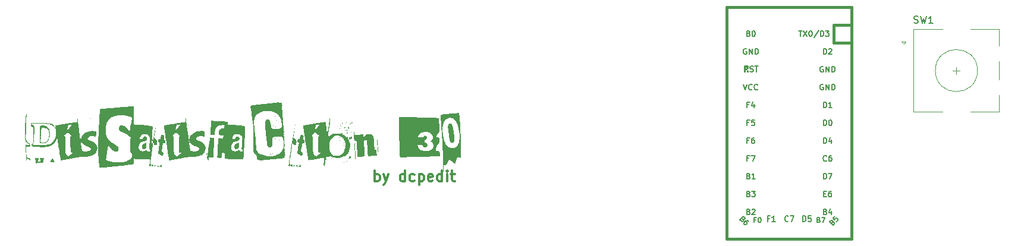
<source format=gto>
G04 #@! TF.GenerationSoftware,KiCad,Pcbnew,(6.0.1-0)*
G04 #@! TF.CreationDate,2022-06-20T08:18:33-07:00*
G04 #@! TF.ProjectId,pcb,7063622e-6b69-4636-9164-5f7063625858,rev?*
G04 #@! TF.SameCoordinates,Original*
G04 #@! TF.FileFunction,Legend,Top*
G04 #@! TF.FilePolarity,Positive*
%FSLAX46Y46*%
G04 Gerber Fmt 4.6, Leading zero omitted, Abs format (unit mm)*
G04 Created by KiCad (PCBNEW (6.0.1-0)) date 2022-06-20 08:18:33*
%MOMM*%
%LPD*%
G01*
G04 APERTURE LIST*
%ADD10C,0.300000*%
%ADD11C,0.150000*%
%ADD12C,0.120000*%
%ADD13C,0.381000*%
%ADD14R,1.752600X1.752600*%
%ADD15C,1.752600*%
%ADD16C,3.000000*%
%ADD17C,3.987800*%
%ADD18C,1.750000*%
%ADD19C,4.400000*%
%ADD20R,2.000000X2.000000*%
%ADD21C,2.000000*%
%ADD22R,3.200000X2.000000*%
%ADD23C,3.048000*%
%ADD24R,1.700000X1.700000*%
%ADD25O,1.700000X1.700000*%
G04 APERTURE END LIST*
D10*
X112470892Y-39572321D02*
X112470892Y-38072321D01*
X112470892Y-38643750D02*
X112613750Y-38572321D01*
X112899464Y-38572321D01*
X113042321Y-38643750D01*
X113113750Y-38715178D01*
X113185178Y-38858035D01*
X113185178Y-39286607D01*
X113113750Y-39429464D01*
X113042321Y-39500892D01*
X112899464Y-39572321D01*
X112613750Y-39572321D01*
X112470892Y-39500892D01*
X113685178Y-38572321D02*
X114042321Y-39572321D01*
X114399464Y-38572321D02*
X114042321Y-39572321D01*
X113899464Y-39929464D01*
X113828035Y-40000892D01*
X113685178Y-40072321D01*
X116756607Y-39572321D02*
X116756607Y-38072321D01*
X116756607Y-39500892D02*
X116613750Y-39572321D01*
X116328035Y-39572321D01*
X116185178Y-39500892D01*
X116113750Y-39429464D01*
X116042321Y-39286607D01*
X116042321Y-38858035D01*
X116113750Y-38715178D01*
X116185178Y-38643750D01*
X116328035Y-38572321D01*
X116613750Y-38572321D01*
X116756607Y-38643750D01*
X118113750Y-39500892D02*
X117970892Y-39572321D01*
X117685178Y-39572321D01*
X117542321Y-39500892D01*
X117470892Y-39429464D01*
X117399464Y-39286607D01*
X117399464Y-38858035D01*
X117470892Y-38715178D01*
X117542321Y-38643750D01*
X117685178Y-38572321D01*
X117970892Y-38572321D01*
X118113750Y-38643750D01*
X118756607Y-38572321D02*
X118756607Y-40072321D01*
X118756607Y-38643750D02*
X118899464Y-38572321D01*
X119185178Y-38572321D01*
X119328035Y-38643750D01*
X119399464Y-38715178D01*
X119470892Y-38858035D01*
X119470892Y-39286607D01*
X119399464Y-39429464D01*
X119328035Y-39500892D01*
X119185178Y-39572321D01*
X118899464Y-39572321D01*
X118756607Y-39500892D01*
X120685178Y-39500892D02*
X120542321Y-39572321D01*
X120256607Y-39572321D01*
X120113750Y-39500892D01*
X120042321Y-39358035D01*
X120042321Y-38786607D01*
X120113750Y-38643750D01*
X120256607Y-38572321D01*
X120542321Y-38572321D01*
X120685178Y-38643750D01*
X120756607Y-38786607D01*
X120756607Y-38929464D01*
X120042321Y-39072321D01*
X122042321Y-39572321D02*
X122042321Y-38072321D01*
X122042321Y-39500892D02*
X121899464Y-39572321D01*
X121613750Y-39572321D01*
X121470892Y-39500892D01*
X121399464Y-39429464D01*
X121328035Y-39286607D01*
X121328035Y-38858035D01*
X121399464Y-38715178D01*
X121470892Y-38643750D01*
X121613750Y-38572321D01*
X121899464Y-38572321D01*
X122042321Y-38643750D01*
X122756607Y-39572321D02*
X122756607Y-38572321D01*
X122756607Y-38072321D02*
X122685178Y-38143750D01*
X122756607Y-38215178D01*
X122828035Y-38143750D01*
X122756607Y-38072321D01*
X122756607Y-38215178D01*
X123256607Y-38572321D02*
X123828035Y-38572321D01*
X123470892Y-38072321D02*
X123470892Y-39358035D01*
X123542321Y-39500892D01*
X123685178Y-39572321D01*
X123828035Y-39572321D01*
D11*
X189235416Y-17017261D02*
X189378273Y-17064880D01*
X189616369Y-17064880D01*
X189711607Y-17017261D01*
X189759226Y-16969642D01*
X189806845Y-16874404D01*
X189806845Y-16779166D01*
X189759226Y-16683928D01*
X189711607Y-16636309D01*
X189616369Y-16588690D01*
X189425892Y-16541071D01*
X189330654Y-16493452D01*
X189283035Y-16445833D01*
X189235416Y-16350595D01*
X189235416Y-16255357D01*
X189283035Y-16160119D01*
X189330654Y-16112500D01*
X189425892Y-16064880D01*
X189663988Y-16064880D01*
X189806845Y-16112500D01*
X190140178Y-16064880D02*
X190378273Y-17064880D01*
X190568750Y-16350595D01*
X190759226Y-17064880D01*
X190997321Y-16064880D01*
X191902083Y-17064880D02*
X191330654Y-17064880D01*
X191616369Y-17064880D02*
X191616369Y-16064880D01*
X191521130Y-16207738D01*
X191425892Y-16302976D01*
X191330654Y-16350595D01*
X164922333Y-25755654D02*
X165189000Y-26555654D01*
X165455666Y-25755654D01*
X166179476Y-26479464D02*
X166141380Y-26517559D01*
X166027095Y-26555654D01*
X165950904Y-26555654D01*
X165836619Y-26517559D01*
X165760428Y-26441369D01*
X165722333Y-26365178D01*
X165684238Y-26212797D01*
X165684238Y-26098511D01*
X165722333Y-25946130D01*
X165760428Y-25869940D01*
X165836619Y-25793750D01*
X165950904Y-25755654D01*
X166027095Y-25755654D01*
X166141380Y-25793750D01*
X166179476Y-25831845D01*
X166979476Y-26479464D02*
X166941380Y-26517559D01*
X166827095Y-26555654D01*
X166750904Y-26555654D01*
X166636619Y-26517559D01*
X166560428Y-26441369D01*
X166522333Y-26365178D01*
X166484238Y-26212797D01*
X166484238Y-26098511D01*
X166522333Y-25946130D01*
X166560428Y-25869940D01*
X166636619Y-25793750D01*
X166750904Y-25755654D01*
X166827095Y-25755654D01*
X166941380Y-25793750D01*
X166979476Y-25831845D01*
X176320523Y-29095654D02*
X176320523Y-28295654D01*
X176511000Y-28295654D01*
X176625285Y-28333750D01*
X176701476Y-28409940D01*
X176739571Y-28486130D01*
X176777666Y-28638511D01*
X176777666Y-28752797D01*
X176739571Y-28905178D01*
X176701476Y-28981369D01*
X176625285Y-29057559D01*
X176511000Y-29095654D01*
X176320523Y-29095654D01*
X177539571Y-29095654D02*
X177082428Y-29095654D01*
X177311000Y-29095654D02*
X177311000Y-28295654D01*
X177234809Y-28409940D01*
X177158619Y-28486130D01*
X177082428Y-28524226D01*
X176777666Y-36639464D02*
X176739571Y-36677559D01*
X176625285Y-36715654D01*
X176549095Y-36715654D01*
X176434809Y-36677559D01*
X176358619Y-36601369D01*
X176320523Y-36525178D01*
X176282428Y-36372797D01*
X176282428Y-36258511D01*
X176320523Y-36106130D01*
X176358619Y-36029940D01*
X176434809Y-35953750D01*
X176549095Y-35915654D01*
X176625285Y-35915654D01*
X176739571Y-35953750D01*
X176777666Y-35991845D01*
X177463380Y-35915654D02*
X177311000Y-35915654D01*
X177234809Y-35953750D01*
X177196714Y-35991845D01*
X177120523Y-36106130D01*
X177082428Y-36258511D01*
X177082428Y-36563273D01*
X177120523Y-36639464D01*
X177158619Y-36677559D01*
X177234809Y-36715654D01*
X177387190Y-36715654D01*
X177463380Y-36677559D01*
X177501476Y-36639464D01*
X177539571Y-36563273D01*
X177539571Y-36372797D01*
X177501476Y-36296607D01*
X177463380Y-36258511D01*
X177387190Y-36220416D01*
X177234809Y-36220416D01*
X177158619Y-36258511D01*
X177120523Y-36296607D01*
X177082428Y-36372797D01*
X164885008Y-45008047D02*
X164932148Y-45102328D01*
X164932148Y-45149469D01*
X164908578Y-45220179D01*
X164837867Y-45290890D01*
X164767157Y-45314460D01*
X164720016Y-45314460D01*
X164649306Y-45290890D01*
X164460744Y-45102328D01*
X164955719Y-44607353D01*
X165120710Y-44772345D01*
X165144280Y-44843056D01*
X165144280Y-44890196D01*
X165120710Y-44960907D01*
X165073570Y-45008047D01*
X165002859Y-45031617D01*
X164955719Y-45031617D01*
X164885008Y-45008047D01*
X164720016Y-44843056D01*
X165662825Y-45314460D02*
X165568544Y-45220179D01*
X165497834Y-45196609D01*
X165450693Y-45196609D01*
X165332842Y-45220179D01*
X165214991Y-45290890D01*
X165026429Y-45479452D01*
X165002859Y-45550162D01*
X165002859Y-45597303D01*
X165026429Y-45668014D01*
X165120710Y-45762294D01*
X165191421Y-45785865D01*
X165238561Y-45785865D01*
X165309272Y-45762294D01*
X165427123Y-45644443D01*
X165450693Y-45573733D01*
X165450693Y-45526592D01*
X165427123Y-45455882D01*
X165332842Y-45361601D01*
X165262132Y-45338030D01*
X165214991Y-45338030D01*
X165144280Y-45361601D01*
X165665190Y-41376607D02*
X165779476Y-41414702D01*
X165817571Y-41452797D01*
X165855666Y-41528988D01*
X165855666Y-41643273D01*
X165817571Y-41719464D01*
X165779476Y-41757559D01*
X165703285Y-41795654D01*
X165398523Y-41795654D01*
X165398523Y-40995654D01*
X165665190Y-40995654D01*
X165741380Y-41033750D01*
X165779476Y-41071845D01*
X165817571Y-41148035D01*
X165817571Y-41224226D01*
X165779476Y-41300416D01*
X165741380Y-41338511D01*
X165665190Y-41376607D01*
X165398523Y-41376607D01*
X166122333Y-40995654D02*
X166617571Y-40995654D01*
X166350904Y-41300416D01*
X166465190Y-41300416D01*
X166541380Y-41338511D01*
X166579476Y-41376607D01*
X166617571Y-41452797D01*
X166617571Y-41643273D01*
X166579476Y-41719464D01*
X166541380Y-41757559D01*
X166465190Y-41795654D01*
X166236619Y-41795654D01*
X166160428Y-41757559D01*
X166122333Y-41719464D01*
X176320523Y-31635654D02*
X176320523Y-30835654D01*
X176511000Y-30835654D01*
X176625285Y-30873750D01*
X176701476Y-30949940D01*
X176739571Y-31026130D01*
X176777666Y-31178511D01*
X176777666Y-31292797D01*
X176739571Y-31445178D01*
X176701476Y-31521369D01*
X176625285Y-31597559D01*
X176511000Y-31635654D01*
X176320523Y-31635654D01*
X177272904Y-30835654D02*
X177349095Y-30835654D01*
X177425285Y-30873750D01*
X177463380Y-30911845D01*
X177501476Y-30988035D01*
X177539571Y-31140416D01*
X177539571Y-31330892D01*
X177501476Y-31483273D01*
X177463380Y-31559464D01*
X177425285Y-31597559D01*
X177349095Y-31635654D01*
X177272904Y-31635654D01*
X177196714Y-31597559D01*
X177158619Y-31559464D01*
X177120523Y-31483273D01*
X177082428Y-31330892D01*
X177082428Y-31140416D01*
X177120523Y-30988035D01*
X177158619Y-30911845D01*
X177196714Y-30873750D01*
X177272904Y-30835654D01*
X165665190Y-43916607D02*
X165779476Y-43954702D01*
X165817571Y-43992797D01*
X165855666Y-44068988D01*
X165855666Y-44183273D01*
X165817571Y-44259464D01*
X165779476Y-44297559D01*
X165703285Y-44335654D01*
X165398523Y-44335654D01*
X165398523Y-43535654D01*
X165665190Y-43535654D01*
X165741380Y-43573750D01*
X165779476Y-43611845D01*
X165817571Y-43688035D01*
X165817571Y-43764226D01*
X165779476Y-43840416D01*
X165741380Y-43878511D01*
X165665190Y-43916607D01*
X165398523Y-43916607D01*
X166160428Y-43611845D02*
X166198523Y-43573750D01*
X166274714Y-43535654D01*
X166465190Y-43535654D01*
X166541380Y-43573750D01*
X166579476Y-43611845D01*
X166617571Y-43688035D01*
X166617571Y-43764226D01*
X166579476Y-43878511D01*
X166122333Y-44335654D01*
X166617571Y-44335654D01*
X171316666Y-45229464D02*
X171278571Y-45267559D01*
X171164285Y-45305654D01*
X171088095Y-45305654D01*
X170973809Y-45267559D01*
X170897619Y-45191369D01*
X170859523Y-45115178D01*
X170821428Y-44962797D01*
X170821428Y-44848511D01*
X170859523Y-44696130D01*
X170897619Y-44619940D01*
X170973809Y-44543750D01*
X171088095Y-44505654D01*
X171164285Y-44505654D01*
X171278571Y-44543750D01*
X171316666Y-44581845D01*
X171583333Y-44505654D02*
X172116666Y-44505654D01*
X171773809Y-45305654D01*
X165722333Y-31216607D02*
X165455666Y-31216607D01*
X165455666Y-31635654D02*
X165455666Y-30835654D01*
X165836619Y-30835654D01*
X166522333Y-30835654D02*
X166141380Y-30835654D01*
X166103285Y-31216607D01*
X166141380Y-31178511D01*
X166217571Y-31140416D01*
X166408047Y-31140416D01*
X166484238Y-31178511D01*
X166522333Y-31216607D01*
X166560428Y-31292797D01*
X166560428Y-31483273D01*
X166522333Y-31559464D01*
X166484238Y-31597559D01*
X166408047Y-31635654D01*
X166217571Y-31635654D01*
X166141380Y-31597559D01*
X166103285Y-31559464D01*
X176320523Y-21475654D02*
X176320523Y-20675654D01*
X176511000Y-20675654D01*
X176625285Y-20713750D01*
X176701476Y-20789940D01*
X176739571Y-20866130D01*
X176777666Y-21018511D01*
X176777666Y-21132797D01*
X176739571Y-21285178D01*
X176701476Y-21361369D01*
X176625285Y-21437559D01*
X176511000Y-21475654D01*
X176320523Y-21475654D01*
X177082428Y-20751845D02*
X177120523Y-20713750D01*
X177196714Y-20675654D01*
X177387190Y-20675654D01*
X177463380Y-20713750D01*
X177501476Y-20751845D01*
X177539571Y-20828035D01*
X177539571Y-20904226D01*
X177501476Y-21018511D01*
X177044333Y-21475654D01*
X177539571Y-21475654D01*
X175666666Y-45093750D02*
X175766666Y-45127083D01*
X175800000Y-45160416D01*
X175833333Y-45227083D01*
X175833333Y-45327083D01*
X175800000Y-45393750D01*
X175766666Y-45427083D01*
X175700000Y-45460416D01*
X175433333Y-45460416D01*
X175433333Y-44760416D01*
X175666666Y-44760416D01*
X175733333Y-44793750D01*
X175766666Y-44827083D01*
X175800000Y-44893750D01*
X175800000Y-44960416D01*
X175766666Y-45027083D01*
X175733333Y-45060416D01*
X175666666Y-45093750D01*
X175433333Y-45093750D01*
X176066666Y-44760416D02*
X176533333Y-44760416D01*
X176233333Y-45460416D01*
X165722333Y-33756607D02*
X165455666Y-33756607D01*
X165455666Y-34175654D02*
X165455666Y-33375654D01*
X165836619Y-33375654D01*
X166484238Y-33375654D02*
X166331857Y-33375654D01*
X166255666Y-33413750D01*
X166217571Y-33451845D01*
X166141380Y-33566130D01*
X166103285Y-33718511D01*
X166103285Y-34023273D01*
X166141380Y-34099464D01*
X166179476Y-34137559D01*
X166255666Y-34175654D01*
X166408047Y-34175654D01*
X166484238Y-34137559D01*
X166522333Y-34099464D01*
X166560428Y-34023273D01*
X166560428Y-33832797D01*
X166522333Y-33756607D01*
X166484238Y-33718511D01*
X166408047Y-33680416D01*
X166255666Y-33680416D01*
X166179476Y-33718511D01*
X166141380Y-33756607D01*
X166103285Y-33832797D01*
X165665190Y-18516607D02*
X165779476Y-18554702D01*
X165817571Y-18592797D01*
X165855666Y-18668988D01*
X165855666Y-18783273D01*
X165817571Y-18859464D01*
X165779476Y-18897559D01*
X165703285Y-18935654D01*
X165398523Y-18935654D01*
X165398523Y-18135654D01*
X165665190Y-18135654D01*
X165741380Y-18173750D01*
X165779476Y-18211845D01*
X165817571Y-18288035D01*
X165817571Y-18364226D01*
X165779476Y-18440416D01*
X165741380Y-18478511D01*
X165665190Y-18516607D01*
X165398523Y-18516607D01*
X166350904Y-18135654D02*
X166427095Y-18135654D01*
X166503285Y-18173750D01*
X166541380Y-18211845D01*
X166579476Y-18288035D01*
X166617571Y-18440416D01*
X166617571Y-18630892D01*
X166579476Y-18783273D01*
X166541380Y-18859464D01*
X166503285Y-18897559D01*
X166427095Y-18935654D01*
X166350904Y-18935654D01*
X166274714Y-18897559D01*
X166236619Y-18859464D01*
X166198523Y-18783273D01*
X166160428Y-18630892D01*
X166160428Y-18440416D01*
X166198523Y-18288035D01*
X166236619Y-18211845D01*
X166274714Y-18173750D01*
X166350904Y-18135654D01*
X173399523Y-45305654D02*
X173399523Y-44505654D01*
X173590000Y-44505654D01*
X173704285Y-44543750D01*
X173780476Y-44619940D01*
X173818571Y-44696130D01*
X173856666Y-44848511D01*
X173856666Y-44962797D01*
X173818571Y-45115178D01*
X173780476Y-45191369D01*
X173704285Y-45267559D01*
X173590000Y-45305654D01*
X173399523Y-45305654D01*
X174580476Y-44505654D02*
X174199523Y-44505654D01*
X174161428Y-44886607D01*
X174199523Y-44848511D01*
X174275714Y-44810416D01*
X174466190Y-44810416D01*
X174542380Y-44848511D01*
X174580476Y-44886607D01*
X174618571Y-44962797D01*
X174618571Y-45153273D01*
X174580476Y-45229464D01*
X174542380Y-45267559D01*
X174466190Y-45305654D01*
X174275714Y-45305654D01*
X174199523Y-45267559D01*
X174161428Y-45229464D01*
X172831395Y-18135654D02*
X173288538Y-18135654D01*
X173059967Y-18935654D02*
X173059967Y-18135654D01*
X173479014Y-18135654D02*
X174012348Y-18935654D01*
X174012348Y-18135654D02*
X173479014Y-18935654D01*
X174469491Y-18135654D02*
X174545681Y-18135654D01*
X174621872Y-18173750D01*
X174659967Y-18211845D01*
X174698062Y-18288035D01*
X174736157Y-18440416D01*
X174736157Y-18630892D01*
X174698062Y-18783273D01*
X174659967Y-18859464D01*
X174621872Y-18897559D01*
X174545681Y-18935654D01*
X174469491Y-18935654D01*
X174393300Y-18897559D01*
X174355205Y-18859464D01*
X174317110Y-18783273D01*
X174279014Y-18630892D01*
X174279014Y-18440416D01*
X174317110Y-18288035D01*
X174355205Y-18211845D01*
X174393300Y-18173750D01*
X174469491Y-18135654D01*
X175650443Y-18097559D02*
X174964729Y-19126130D01*
X175917110Y-18935654D02*
X175917110Y-18135654D01*
X176107586Y-18135654D01*
X176221872Y-18173750D01*
X176298062Y-18249940D01*
X176336157Y-18326130D01*
X176374252Y-18478511D01*
X176374252Y-18592797D01*
X176336157Y-18745178D01*
X176298062Y-18821369D01*
X176221872Y-18897559D01*
X176107586Y-18935654D01*
X175917110Y-18935654D01*
X176640919Y-18135654D02*
X177136157Y-18135654D01*
X176869491Y-18440416D01*
X176983776Y-18440416D01*
X177059967Y-18478511D01*
X177098062Y-18516607D01*
X177136157Y-18592797D01*
X177136157Y-18783273D01*
X177098062Y-18859464D01*
X177059967Y-18897559D01*
X176983776Y-18935654D01*
X176755205Y-18935654D01*
X176679014Y-18897559D01*
X176640919Y-18859464D01*
X176301476Y-25793750D02*
X176225285Y-25755654D01*
X176111000Y-25755654D01*
X175996714Y-25793750D01*
X175920523Y-25869940D01*
X175882428Y-25946130D01*
X175844333Y-26098511D01*
X175844333Y-26212797D01*
X175882428Y-26365178D01*
X175920523Y-26441369D01*
X175996714Y-26517559D01*
X176111000Y-26555654D01*
X176187190Y-26555654D01*
X176301476Y-26517559D01*
X176339571Y-26479464D01*
X176339571Y-26212797D01*
X176187190Y-26212797D01*
X176682428Y-26555654D02*
X176682428Y-25755654D01*
X177139571Y-26555654D01*
X177139571Y-25755654D01*
X177520523Y-26555654D02*
X177520523Y-25755654D01*
X177711000Y-25755654D01*
X177825285Y-25793750D01*
X177901476Y-25869940D01*
X177939571Y-25946130D01*
X177977666Y-26098511D01*
X177977666Y-26212797D01*
X177939571Y-26365178D01*
X177901476Y-26441369D01*
X177825285Y-26517559D01*
X177711000Y-26555654D01*
X177520523Y-26555654D01*
X165379476Y-20713750D02*
X165303285Y-20675654D01*
X165189000Y-20675654D01*
X165074714Y-20713750D01*
X164998523Y-20789940D01*
X164960428Y-20866130D01*
X164922333Y-21018511D01*
X164922333Y-21132797D01*
X164960428Y-21285178D01*
X164998523Y-21361369D01*
X165074714Y-21437559D01*
X165189000Y-21475654D01*
X165265190Y-21475654D01*
X165379476Y-21437559D01*
X165417571Y-21399464D01*
X165417571Y-21132797D01*
X165265190Y-21132797D01*
X165760428Y-21475654D02*
X165760428Y-20675654D01*
X166217571Y-21475654D01*
X166217571Y-20675654D01*
X166598523Y-21475654D02*
X166598523Y-20675654D01*
X166789000Y-20675654D01*
X166903285Y-20713750D01*
X166979476Y-20789940D01*
X167017571Y-20866130D01*
X167055666Y-21018511D01*
X167055666Y-21132797D01*
X167017571Y-21285178D01*
X166979476Y-21361369D01*
X166903285Y-21437559D01*
X166789000Y-21475654D01*
X166598523Y-21475654D01*
X177614297Y-45408741D02*
X177708578Y-45361601D01*
X177755719Y-45361601D01*
X177826429Y-45385171D01*
X177897140Y-45455882D01*
X177920710Y-45526592D01*
X177920710Y-45573733D01*
X177897140Y-45644443D01*
X177708578Y-45833005D01*
X177213603Y-45338030D01*
X177378595Y-45173039D01*
X177449306Y-45149469D01*
X177496446Y-45149469D01*
X177567157Y-45173039D01*
X177614297Y-45220179D01*
X177637867Y-45290890D01*
X177637867Y-45338030D01*
X177614297Y-45408741D01*
X177449306Y-45573733D01*
X177944280Y-44607353D02*
X177708578Y-44843056D01*
X177920710Y-45102328D01*
X177920710Y-45055188D01*
X177944280Y-44984477D01*
X178062132Y-44866626D01*
X178132842Y-44843056D01*
X178179983Y-44843056D01*
X178250693Y-44866626D01*
X178368544Y-44984477D01*
X178392115Y-45055188D01*
X178392115Y-45102328D01*
X178368544Y-45173039D01*
X178250693Y-45290890D01*
X178179983Y-45314460D01*
X178132842Y-45314460D01*
X168643333Y-44886607D02*
X168376666Y-44886607D01*
X168376666Y-45305654D02*
X168376666Y-44505654D01*
X168757619Y-44505654D01*
X169481428Y-45305654D02*
X169024285Y-45305654D01*
X169252857Y-45305654D02*
X169252857Y-44505654D01*
X169176666Y-44619940D01*
X169100476Y-44696130D01*
X169024285Y-44734226D01*
X165722333Y-36296607D02*
X165455666Y-36296607D01*
X165455666Y-36715654D02*
X165455666Y-35915654D01*
X165836619Y-35915654D01*
X166065190Y-35915654D02*
X166598523Y-35915654D01*
X166255666Y-36715654D01*
X165665190Y-38836607D02*
X165779476Y-38874702D01*
X165817571Y-38912797D01*
X165855666Y-38988988D01*
X165855666Y-39103273D01*
X165817571Y-39179464D01*
X165779476Y-39217559D01*
X165703285Y-39255654D01*
X165398523Y-39255654D01*
X165398523Y-38455654D01*
X165665190Y-38455654D01*
X165741380Y-38493750D01*
X165779476Y-38531845D01*
X165817571Y-38608035D01*
X165817571Y-38684226D01*
X165779476Y-38760416D01*
X165741380Y-38798511D01*
X165665190Y-38836607D01*
X165398523Y-38836607D01*
X166617571Y-39255654D02*
X166160428Y-39255654D01*
X166389000Y-39255654D02*
X166389000Y-38455654D01*
X166312809Y-38569940D01*
X166236619Y-38646130D01*
X166160428Y-38684226D01*
X176320523Y-34175654D02*
X176320523Y-33375654D01*
X176511000Y-33375654D01*
X176625285Y-33413750D01*
X176701476Y-33489940D01*
X176739571Y-33566130D01*
X176777666Y-33718511D01*
X176777666Y-33832797D01*
X176739571Y-33985178D01*
X176701476Y-34061369D01*
X176625285Y-34137559D01*
X176511000Y-34175654D01*
X176320523Y-34175654D01*
X177463380Y-33642321D02*
X177463380Y-34175654D01*
X177272904Y-33337559D02*
X177082428Y-33908988D01*
X177577666Y-33908988D01*
X176358619Y-41376607D02*
X176625285Y-41376607D01*
X176739571Y-41795654D02*
X176358619Y-41795654D01*
X176358619Y-40995654D01*
X176739571Y-40995654D01*
X177425285Y-40995654D02*
X177272904Y-40995654D01*
X177196714Y-41033750D01*
X177158619Y-41071845D01*
X177082428Y-41186130D01*
X177044333Y-41338511D01*
X177044333Y-41643273D01*
X177082428Y-41719464D01*
X177120523Y-41757559D01*
X177196714Y-41795654D01*
X177349095Y-41795654D01*
X177425285Y-41757559D01*
X177463380Y-41719464D01*
X177501476Y-41643273D01*
X177501476Y-41452797D01*
X177463380Y-41376607D01*
X177425285Y-41338511D01*
X177349095Y-41300416D01*
X177196714Y-41300416D01*
X177120523Y-41338511D01*
X177082428Y-41376607D01*
X177044333Y-41452797D01*
X176301476Y-23253750D02*
X176225285Y-23215654D01*
X176111000Y-23215654D01*
X175996714Y-23253750D01*
X175920523Y-23329940D01*
X175882428Y-23406130D01*
X175844333Y-23558511D01*
X175844333Y-23672797D01*
X175882428Y-23825178D01*
X175920523Y-23901369D01*
X175996714Y-23977559D01*
X176111000Y-24015654D01*
X176187190Y-24015654D01*
X176301476Y-23977559D01*
X176339571Y-23939464D01*
X176339571Y-23672797D01*
X176187190Y-23672797D01*
X176682428Y-24015654D02*
X176682428Y-23215654D01*
X177139571Y-24015654D01*
X177139571Y-23215654D01*
X177520523Y-24015654D02*
X177520523Y-23215654D01*
X177711000Y-23215654D01*
X177825285Y-23253750D01*
X177901476Y-23329940D01*
X177939571Y-23406130D01*
X177977666Y-23558511D01*
X177977666Y-23672797D01*
X177939571Y-23825178D01*
X177901476Y-23901369D01*
X177825285Y-23977559D01*
X177711000Y-24015654D01*
X177520523Y-24015654D01*
X176320523Y-39255654D02*
X176320523Y-38455654D01*
X176511000Y-38455654D01*
X176625285Y-38493750D01*
X176701476Y-38569940D01*
X176739571Y-38646130D01*
X176777666Y-38798511D01*
X176777666Y-38912797D01*
X176739571Y-39065178D01*
X176701476Y-39141369D01*
X176625285Y-39217559D01*
X176511000Y-39255654D01*
X176320523Y-39255654D01*
X177044333Y-38455654D02*
X177577666Y-38455654D01*
X177234809Y-39255654D01*
X176587190Y-43916607D02*
X176701476Y-43954702D01*
X176739571Y-43992797D01*
X176777666Y-44068988D01*
X176777666Y-44183273D01*
X176739571Y-44259464D01*
X176701476Y-44297559D01*
X176625285Y-44335654D01*
X176320523Y-44335654D01*
X176320523Y-43535654D01*
X176587190Y-43535654D01*
X176663380Y-43573750D01*
X176701476Y-43611845D01*
X176739571Y-43688035D01*
X176739571Y-43764226D01*
X176701476Y-43840416D01*
X176663380Y-43878511D01*
X176587190Y-43916607D01*
X176320523Y-43916607D01*
X177463380Y-43802321D02*
X177463380Y-44335654D01*
X177272904Y-43497559D02*
X177082428Y-44068988D01*
X177577666Y-44068988D01*
X165876666Y-23957559D02*
X165990952Y-23995654D01*
X166181428Y-23995654D01*
X166257619Y-23957559D01*
X166295714Y-23919464D01*
X166333809Y-23843273D01*
X166333809Y-23767083D01*
X166295714Y-23690892D01*
X166257619Y-23652797D01*
X166181428Y-23614702D01*
X166029047Y-23576607D01*
X165952857Y-23538511D01*
X165914761Y-23500416D01*
X165876666Y-23424226D01*
X165876666Y-23348035D01*
X165914761Y-23271845D01*
X165952857Y-23233750D01*
X166029047Y-23195654D01*
X166219523Y-23195654D01*
X166333809Y-23233750D01*
X166562380Y-23195654D02*
X167019523Y-23195654D01*
X166790952Y-23995654D02*
X166790952Y-23195654D01*
X166716666Y-45093750D02*
X166483333Y-45093750D01*
X166483333Y-45460416D02*
X166483333Y-44760416D01*
X166816666Y-44760416D01*
X167216666Y-44760416D02*
X167283333Y-44760416D01*
X167350000Y-44793750D01*
X167383333Y-44827083D01*
X167416666Y-44893750D01*
X167450000Y-45027083D01*
X167450000Y-45193750D01*
X167416666Y-45327083D01*
X167383333Y-45393750D01*
X167350000Y-45427083D01*
X167283333Y-45460416D01*
X167216666Y-45460416D01*
X167150000Y-45427083D01*
X167116666Y-45393750D01*
X167083333Y-45327083D01*
X167050000Y-45193750D01*
X167050000Y-45027083D01*
X167083333Y-44893750D01*
X167116666Y-44827083D01*
X167150000Y-44793750D01*
X167216666Y-44760416D01*
X165722333Y-28676607D02*
X165455666Y-28676607D01*
X165455666Y-29095654D02*
X165455666Y-28295654D01*
X165836619Y-28295654D01*
X166484238Y-28562321D02*
X166484238Y-29095654D01*
X166293761Y-28257559D02*
X166103285Y-28828988D01*
X166598523Y-28828988D01*
D12*
X197268750Y-17912500D02*
X201368750Y-17912500D01*
X189168750Y-17912500D02*
X189168750Y-29712500D01*
X201368750Y-22512500D02*
X201368750Y-25112500D01*
X187768750Y-20012500D02*
X187468750Y-19712500D01*
X193268750Y-29712500D02*
X189168750Y-29712500D01*
X201368750Y-29712500D02*
X197268750Y-29712500D01*
X201368750Y-17912500D02*
X201368750Y-20312500D01*
X188068750Y-19712500D02*
X187768750Y-20012500D01*
X193268750Y-17912500D02*
X189168750Y-17912500D01*
X201368750Y-27312500D02*
X201368750Y-29712500D01*
X194768750Y-23812500D02*
X195768750Y-23812500D01*
X195268750Y-23312500D02*
X195268750Y-24312500D01*
X187468750Y-19712500D02*
X188068750Y-19712500D01*
X198268750Y-23812500D02*
G75*
G03*
X198268750Y-23812500I-3000000J0D01*
G01*
G36*
X82054781Y-37227918D02*
G01*
X82105195Y-37293255D01*
X82146860Y-37375828D01*
X82203979Y-37505252D01*
X82015905Y-37508894D01*
X81917752Y-37509127D01*
X81860370Y-37503769D01*
X81833752Y-37490810D01*
X81827830Y-37471126D01*
X81843099Y-37424315D01*
X81880338Y-37365442D01*
X81885095Y-37359463D01*
X81933235Y-37296959D01*
X81970627Y-37242761D01*
X81971547Y-37241260D01*
X82009670Y-37210156D01*
X82054781Y-37227918D01*
G37*
G36*
X76105637Y-36691099D02*
G01*
X76122462Y-36730456D01*
X76107360Y-36778904D01*
X76088681Y-36813373D01*
X76080478Y-36807295D01*
X76077781Y-36755702D01*
X76077649Y-36749194D01*
X76080363Y-36693518D01*
X76093649Y-36681908D01*
X76105637Y-36691099D01*
G37*
G36*
X106158699Y-36839649D02*
G01*
X106162051Y-36842938D01*
X106182154Y-36876307D01*
X106179428Y-36888574D01*
X106160496Y-36880937D01*
X106147803Y-36857185D01*
X106140055Y-36827451D01*
X106158699Y-36839649D01*
G37*
G36*
X108971217Y-31371552D02*
G01*
X109019006Y-31388367D01*
X109034844Y-31406199D01*
X109013047Y-31423106D01*
X108971217Y-31428683D01*
X108922009Y-31416691D01*
X108907590Y-31394035D01*
X108927697Y-31369787D01*
X108971217Y-31371552D01*
G37*
G36*
X106944999Y-33816231D02*
G01*
X106947870Y-33833793D01*
X106934128Y-33867662D01*
X106922420Y-33871969D01*
X106899840Y-33851355D01*
X106896969Y-33833793D01*
X106910711Y-33799923D01*
X106922420Y-33795616D01*
X106944999Y-33816231D01*
G37*
G36*
X108501691Y-32211280D02*
G01*
X108526116Y-32264377D01*
X108556381Y-32345512D01*
X108558738Y-32400740D01*
X108550112Y-32423445D01*
X108525086Y-32463471D01*
X108509183Y-32461568D01*
X108495236Y-32414010D01*
X108490831Y-32392635D01*
X108479067Y-32305641D01*
X108475484Y-32233567D01*
X108476829Y-32187974D01*
X108483703Y-32179412D01*
X108501691Y-32211280D01*
G37*
G36*
X102386800Y-32574393D02*
G01*
X102357560Y-32374851D01*
X102335722Y-32224023D01*
X103903919Y-32224023D01*
X103908724Y-32260255D01*
X103944229Y-32267267D01*
X103985496Y-32249084D01*
X104010425Y-32224031D01*
X104061628Y-32166523D01*
X104133124Y-32083484D01*
X104218932Y-31981839D01*
X104287456Y-31899524D01*
X104561309Y-31568662D01*
X104325258Y-31561291D01*
X104220062Y-31560104D01*
X104134662Y-31563064D01*
X104081428Y-31569551D01*
X104070650Y-31574016D01*
X104057946Y-31605491D01*
X104037257Y-31676079D01*
X104011494Y-31775172D01*
X103984799Y-31886799D01*
X103957078Y-32006175D01*
X103932412Y-32110215D01*
X103913617Y-32187180D01*
X103903919Y-32224023D01*
X102335722Y-32224023D01*
X102333211Y-32206679D01*
X102313389Y-32067166D01*
X102297731Y-31953600D01*
X102285874Y-31863268D01*
X102277454Y-31793459D01*
X102272107Y-31741460D01*
X102269471Y-31704559D01*
X102269180Y-31680044D01*
X102270873Y-31665203D01*
X102274184Y-31657324D01*
X102278752Y-31653695D01*
X102284212Y-31651603D01*
X102290200Y-31648336D01*
X102291851Y-31646911D01*
X102328644Y-31632247D01*
X102413883Y-31611260D01*
X102545552Y-31584292D01*
X102721633Y-31551683D01*
X102940109Y-31513777D01*
X103198963Y-31470915D01*
X103496177Y-31423438D01*
X103829735Y-31371689D01*
X104197619Y-31316010D01*
X104568211Y-31261086D01*
X104725520Y-31237148D01*
X104878787Y-31212323D01*
X105015145Y-31188800D01*
X105121730Y-31168771D01*
X105166307Y-31159279D01*
X105289934Y-31136182D01*
X105374234Y-31135284D01*
X105426368Y-31158051D01*
X105453499Y-31205948D01*
X105456558Y-31218689D01*
X105463332Y-31260096D01*
X105475975Y-31345489D01*
X105493577Y-31468408D01*
X105515226Y-31622390D01*
X105540012Y-31800974D01*
X105567024Y-31997699D01*
X105586576Y-32141308D01*
X105614167Y-32344030D01*
X105639737Y-32530652D01*
X105662452Y-32695187D01*
X105681478Y-32831652D01*
X105695983Y-32934060D01*
X105705133Y-32996426D01*
X105707965Y-33013272D01*
X105712329Y-32992761D01*
X105722658Y-32926523D01*
X105738288Y-32819298D01*
X105758559Y-32675828D01*
X105782807Y-32500854D01*
X105810372Y-32299117D01*
X105840590Y-32075358D01*
X105872799Y-31834318D01*
X105876781Y-31804354D01*
X105909633Y-31558631D01*
X105941000Y-31327231D01*
X105970158Y-31115269D01*
X105996384Y-30927858D01*
X106018954Y-30770112D01*
X106037145Y-30647147D01*
X106050234Y-30564074D01*
X106057495Y-30526009D01*
X106057762Y-30525178D01*
X106070161Y-30513273D01*
X106084732Y-30545840D01*
X106102549Y-30625642D01*
X106107703Y-30653674D01*
X106114976Y-30697420D01*
X106120047Y-30740217D01*
X106122395Y-30787033D01*
X106121496Y-30842835D01*
X106116827Y-30912591D01*
X106107867Y-31001269D01*
X106094092Y-31113837D01*
X106074979Y-31255262D01*
X106050006Y-31430511D01*
X106018650Y-31644553D01*
X105980388Y-31902355D01*
X105966474Y-31995752D01*
X105931570Y-32233027D01*
X105899828Y-32454846D01*
X105871907Y-32656144D01*
X105848470Y-32831860D01*
X105830176Y-32976928D01*
X105817686Y-33086287D01*
X105811662Y-33154873D01*
X105812251Y-33177499D01*
X105840402Y-33173491D01*
X105902290Y-33149324D01*
X105987561Y-33110270D01*
X106085860Y-33061606D01*
X106186832Y-33008605D01*
X106280124Y-32956542D01*
X106355381Y-32910692D01*
X106400676Y-32877750D01*
X106464004Y-32842325D01*
X106515205Y-32831817D01*
X106616973Y-32827102D01*
X106736512Y-32816551D01*
X106850044Y-32802614D01*
X106926593Y-32789389D01*
X107001420Y-32779836D01*
X107108931Y-32774538D01*
X107234158Y-32773286D01*
X107362135Y-32775871D01*
X107477895Y-32782085D01*
X107566474Y-32791719D01*
X107599436Y-32798773D01*
X107656614Y-32810387D01*
X107692053Y-32792879D01*
X107721767Y-32749264D01*
X107760356Y-32693203D01*
X107791345Y-32682441D01*
X107827783Y-32715751D01*
X107844343Y-32737738D01*
X107872340Y-32781766D01*
X107868469Y-32803290D01*
X107847840Y-32813593D01*
X107824822Y-32833835D01*
X107838457Y-32865352D01*
X107891541Y-32910851D01*
X107986867Y-32973037D01*
X108052861Y-33012173D01*
X108166554Y-33083754D01*
X108290958Y-33170620D01*
X108398572Y-33253512D01*
X108484880Y-33321540D01*
X108539625Y-33356111D01*
X108567266Y-33359732D01*
X108572232Y-33351134D01*
X108589645Y-33314675D01*
X108611995Y-33323365D01*
X108632662Y-33372782D01*
X108637522Y-33394765D01*
X108656655Y-33461118D01*
X108691061Y-33551848D01*
X108728271Y-33636379D01*
X108817274Y-33851535D01*
X108886800Y-34074755D01*
X108931428Y-34287197D01*
X108942509Y-34380987D01*
X108946854Y-34455176D01*
X108946104Y-34526219D01*
X108938875Y-34603896D01*
X108923778Y-34697986D01*
X108899428Y-34818268D01*
X108864438Y-34974522D01*
X108848679Y-35042711D01*
X108809259Y-35209591D01*
X108778311Y-35332644D01*
X108753863Y-35417861D01*
X108733945Y-35471236D01*
X108716583Y-35498759D01*
X108699807Y-35506422D01*
X108696200Y-35506074D01*
X108658268Y-35509535D01*
X108663113Y-35540301D01*
X108694972Y-35581285D01*
X108718213Y-35612597D01*
X108710143Y-35634120D01*
X108663498Y-35658140D01*
X108644888Y-35666004D01*
X108579094Y-35690852D01*
X108532276Y-35703871D01*
X108526409Y-35704434D01*
X108499650Y-35724477D01*
X108458170Y-35776247D01*
X108423872Y-35828003D01*
X108390026Y-35880232D01*
X108356692Y-35919556D01*
X108313993Y-35952258D01*
X108252054Y-35984618D01*
X108160996Y-36022921D01*
X108048707Y-36066618D01*
X107890436Y-36123388D01*
X107725641Y-36175316D01*
X107561944Y-36220748D01*
X107406967Y-36258031D01*
X107268333Y-36285508D01*
X107153664Y-36301526D01*
X107070583Y-36304430D01*
X107026713Y-36292565D01*
X107023779Y-36289086D01*
X106994846Y-36275169D01*
X106925478Y-36253291D01*
X106825025Y-36226088D01*
X106702839Y-36196194D01*
X106656020Y-36185437D01*
X106521768Y-36153118D01*
X106399607Y-36120066D01*
X106301088Y-36089663D01*
X106237761Y-36065289D01*
X106228239Y-36060207D01*
X106168010Y-36031107D01*
X106115323Y-36032545D01*
X106073452Y-36047374D01*
X106014300Y-36065630D01*
X105920037Y-36088261D01*
X105805846Y-36111800D01*
X105732590Y-36125177D01*
X105612130Y-36147501D01*
X105534112Y-36166337D01*
X105490464Y-36184441D01*
X105473109Y-36204570D01*
X105471718Y-36214224D01*
X105490045Y-36266424D01*
X105511284Y-36290958D01*
X105555158Y-36341349D01*
X105576315Y-36376790D01*
X105592503Y-36412848D01*
X105582775Y-36405817D01*
X105564378Y-36383360D01*
X105540309Y-36359296D01*
X105519169Y-36363185D01*
X105490813Y-36401471D01*
X105464199Y-36446987D01*
X105418631Y-36549393D01*
X105390155Y-36659165D01*
X105381288Y-36760311D01*
X105394550Y-36836842D01*
X105400868Y-36849078D01*
X105415932Y-36890372D01*
X105412222Y-36947381D01*
X105389729Y-37032675D01*
X105359384Y-37141738D01*
X105330251Y-37261993D01*
X105319850Y-37310857D01*
X105298506Y-37397935D01*
X105274074Y-37469109D01*
X105259186Y-37497830D01*
X105242992Y-37512168D01*
X105230020Y-37499670D01*
X105217895Y-37453353D01*
X105204245Y-37366237D01*
X105197598Y-37316658D01*
X105187195Y-37226219D01*
X105182126Y-37144442D01*
X105182918Y-37059695D01*
X105190101Y-36960346D01*
X105204201Y-36834765D01*
X105225747Y-36671320D01*
X105227454Y-36658843D01*
X105246411Y-36516673D01*
X105261903Y-36393032D01*
X105272959Y-36296300D01*
X105278611Y-36234856D01*
X105278583Y-36216730D01*
X105252648Y-36219120D01*
X105181720Y-36229749D01*
X105070886Y-36247754D01*
X104925236Y-36272271D01*
X104749857Y-36302435D01*
X104549836Y-36337382D01*
X104330262Y-36376249D01*
X104161822Y-36406372D01*
X103895195Y-36454094D01*
X103674194Y-36493184D01*
X103494390Y-36524259D01*
X103351354Y-36547935D01*
X103240658Y-36564830D01*
X103157873Y-36575559D01*
X103098571Y-36580741D01*
X103058322Y-36580991D01*
X103032698Y-36576927D01*
X103017270Y-36569166D01*
X103014005Y-36566246D01*
X103003830Y-36542913D01*
X102989839Y-36488294D01*
X102971688Y-36400318D01*
X102949035Y-36276909D01*
X102921535Y-36115996D01*
X102888845Y-35915504D01*
X102850622Y-35673360D01*
X102806521Y-35387492D01*
X102756201Y-35055825D01*
X102699316Y-34676287D01*
X102685315Y-34582316D01*
X102619093Y-34137594D01*
X102559944Y-33740515D01*
X102507504Y-33388368D01*
X102461409Y-33078440D01*
X102455066Y-33035676D01*
X103497057Y-33035676D01*
X103503773Y-33066829D01*
X103536615Y-33122224D01*
X103573452Y-33171078D01*
X103664704Y-33282440D01*
X103664704Y-34361648D01*
X103664915Y-34643247D01*
X103665890Y-34878913D01*
X103668142Y-35073617D01*
X103672184Y-35232328D01*
X103678529Y-35360015D01*
X103687690Y-35461647D01*
X103700180Y-35542195D01*
X103716512Y-35606627D01*
X103737200Y-35659912D01*
X103762756Y-35707021D01*
X103793693Y-35752922D01*
X103810738Y-35776164D01*
X103865852Y-35838156D01*
X103937320Y-35902974D01*
X104011669Y-35960086D01*
X104075427Y-35998958D01*
X104109631Y-36009845D01*
X104139055Y-35994570D01*
X104200037Y-35952502D01*
X104284900Y-35889276D01*
X104385964Y-35810525D01*
X104437581Y-35769184D01*
X104541436Y-35684415D01*
X104629660Y-35610763D01*
X104695339Y-35554130D01*
X104731558Y-35520421D01*
X104736457Y-35514038D01*
X104727497Y-35466366D01*
X104690894Y-35461302D01*
X104648726Y-35483034D01*
X104581284Y-35510217D01*
X104519047Y-35494760D01*
X104454403Y-35433824D01*
X104430001Y-35401509D01*
X104416968Y-35381682D01*
X104406282Y-35359037D01*
X104397712Y-35328644D01*
X104391023Y-35285571D01*
X104385983Y-35224888D01*
X104382359Y-35141665D01*
X104379919Y-35030972D01*
X104378428Y-34887878D01*
X104377656Y-34707453D01*
X104377633Y-34689444D01*
X105965234Y-34689444D01*
X105967707Y-34792422D01*
X105973709Y-34864460D01*
X105980042Y-34890005D01*
X105983779Y-34923491D01*
X105982753Y-34943220D01*
X105989727Y-34989169D01*
X106011979Y-35067444D01*
X106044382Y-35163739D01*
X106081807Y-35263748D01*
X106119128Y-35353165D01*
X106151216Y-35417683D01*
X106155132Y-35424125D01*
X106263857Y-35580859D01*
X106377222Y-35717125D01*
X106485089Y-35821052D01*
X106512297Y-35842279D01*
X106613965Y-35907616D01*
X106717163Y-35951484D01*
X106832275Y-35975497D01*
X106969680Y-35981268D01*
X107139760Y-35970412D01*
X107253949Y-35957572D01*
X107361996Y-35942599D01*
X107434889Y-35926075D01*
X107488162Y-35901794D01*
X107537348Y-35863548D01*
X107572381Y-35830318D01*
X107639020Y-35774454D01*
X107700699Y-35737990D01*
X107730857Y-35729885D01*
X107786043Y-35707641D01*
X107852504Y-35647414D01*
X107923858Y-35558963D01*
X107993720Y-35452047D01*
X108055709Y-35336423D01*
X108103442Y-35221850D01*
X108130385Y-35119063D01*
X108153571Y-35026524D01*
X108191752Y-34923356D01*
X108212055Y-34879830D01*
X108252911Y-34782727D01*
X108261510Y-34702478D01*
X108239507Y-34617977D01*
X108233691Y-34603683D01*
X108230319Y-34567617D01*
X108259641Y-34559143D01*
X108288004Y-34536990D01*
X108298992Y-34476127D01*
X108294526Y-34384947D01*
X108276524Y-34271844D01*
X108246905Y-34145212D01*
X108207588Y-34013445D01*
X108160493Y-33884935D01*
X108107537Y-33768078D01*
X108059742Y-33684776D01*
X108028423Y-33620995D01*
X108021953Y-33592009D01*
X108067710Y-33592009D01*
X108077022Y-33612958D01*
X108084677Y-33608976D01*
X108087723Y-33578772D01*
X108084677Y-33575042D01*
X108069547Y-33578536D01*
X108067710Y-33592009D01*
X108021953Y-33592009D01*
X108016808Y-33568956D01*
X108006253Y-33521600D01*
X107983208Y-33500694D01*
X107960605Y-33516671D01*
X107958425Y-33521861D01*
X107943215Y-33518802D01*
X107916122Y-33477786D01*
X107891470Y-33426578D01*
X107831295Y-33313701D01*
X107769896Y-33250756D01*
X107720057Y-33235697D01*
X107699080Y-33253998D01*
X107703296Y-33280236D01*
X107698261Y-33293345D01*
X107663365Y-33270585D01*
X107630857Y-33241634D01*
X107570121Y-33191437D01*
X107503259Y-33154126D01*
X107419033Y-33125918D01*
X107306207Y-33103030D01*
X107156952Y-33082103D01*
X106946094Y-33055888D01*
X106737642Y-33164336D01*
X106519977Y-33303427D01*
X106331573Y-33476244D01*
X106177782Y-33675874D01*
X106063959Y-33895407D01*
X105996838Y-34120651D01*
X105985508Y-34202532D01*
X105976426Y-34312071D01*
X105969850Y-34437549D01*
X105966034Y-34567246D01*
X105965234Y-34689444D01*
X104377633Y-34689444D01*
X104377368Y-34484765D01*
X104377329Y-34286379D01*
X104377329Y-33245220D01*
X104453682Y-33172069D01*
X104501328Y-33122184D01*
X104527988Y-33086048D01*
X104530035Y-33079663D01*
X104511426Y-33057325D01*
X104460408Y-33009482D01*
X104384194Y-32942585D01*
X104289995Y-32863084D01*
X104262131Y-32840062D01*
X103994226Y-32619717D01*
X103753070Y-32815676D01*
X103658725Y-32893275D01*
X103579117Y-32960509D01*
X103522516Y-33010274D01*
X103497193Y-33035462D01*
X103497057Y-33035676D01*
X102455066Y-33035676D01*
X102421296Y-32808019D01*
X102386800Y-32574393D01*
G37*
G36*
X108563474Y-37095895D02*
G01*
X108560481Y-37116959D01*
X108543870Y-37150400D01*
X108538552Y-37155135D01*
X108524571Y-37135318D01*
X108516623Y-37116959D01*
X108520408Y-37084096D01*
X108538552Y-37078783D01*
X108563474Y-37095895D01*
G37*
G36*
X123224929Y-31328591D02*
G01*
X123301440Y-31364677D01*
X123369928Y-31402715D01*
X123416235Y-31442660D01*
X123452719Y-31499416D01*
X123491740Y-31587883D01*
X123496680Y-31600098D01*
X123527321Y-31691013D01*
X123559711Y-31817217D01*
X123594711Y-31982718D01*
X123633179Y-32191525D01*
X123668474Y-32401304D01*
X123702114Y-32611832D01*
X123727620Y-32783187D01*
X123746072Y-32926257D01*
X123758548Y-33051930D01*
X123766129Y-33171094D01*
X123769891Y-33294639D01*
X123770916Y-33433450D01*
X123770917Y-33434883D01*
X123770917Y-33839427D01*
X123676397Y-33982953D01*
X123615959Y-34067190D01*
X123563878Y-34111633D01*
X123504814Y-34121535D01*
X123423426Y-34102150D01*
X123376486Y-34085658D01*
X123308739Y-34057992D01*
X123261197Y-34026611D01*
X123224606Y-33980089D01*
X123189707Y-33907002D01*
X123151829Y-33808342D01*
X123128500Y-33734950D01*
X123104872Y-33638396D01*
X123079997Y-33513423D01*
X123052930Y-33354777D01*
X123022724Y-33157202D01*
X122988434Y-32915443D01*
X122979992Y-32853933D01*
X122942771Y-32573130D01*
X122914385Y-32337025D01*
X122894836Y-32140184D01*
X122884124Y-31977178D01*
X122882252Y-31842573D01*
X122889221Y-31730938D01*
X122905031Y-31636840D01*
X122929685Y-31554848D01*
X122963184Y-31479530D01*
X122980349Y-31447771D01*
X123035317Y-31360726D01*
X123086040Y-31314012D01*
X123145062Y-31304383D01*
X123224929Y-31328591D01*
G37*
G36*
X107409260Y-33353403D02*
G01*
X107428867Y-33385000D01*
X107424887Y-33403436D01*
X107401841Y-33396578D01*
X107381046Y-33376292D01*
X107364633Y-33344290D01*
X107375917Y-33337500D01*
X107409260Y-33353403D01*
G37*
G36*
X108813586Y-31966499D02*
G01*
X108825289Y-32055949D01*
X108812163Y-32101180D01*
X108772315Y-32103372D01*
X108703851Y-32063702D01*
X108682745Y-32047924D01*
X108572429Y-31962890D01*
X108682745Y-31915775D01*
X108793061Y-31868659D01*
X108813586Y-31966499D01*
G37*
G36*
X108700050Y-32813326D02*
G01*
X108727373Y-32838953D01*
X108721768Y-32853685D01*
X108718210Y-32853933D01*
X108696683Y-32835856D01*
X108688827Y-32824550D01*
X108685827Y-32807134D01*
X108700050Y-32813326D01*
G37*
G36*
X107481304Y-32057979D02*
G01*
X107482339Y-32064955D01*
X107473656Y-32089744D01*
X107471116Y-32090406D01*
X107449387Y-32072572D01*
X107444163Y-32064955D01*
X107446181Y-32041502D01*
X107455386Y-32039504D01*
X107481304Y-32057979D01*
G37*
G36*
X107584143Y-33222971D02*
G01*
X107608423Y-33245841D01*
X107609594Y-33249924D01*
X107589903Y-33260856D01*
X107584143Y-33261147D01*
X107559670Y-33241582D01*
X107558692Y-33234195D01*
X107574284Y-33218994D01*
X107584143Y-33222971D01*
G37*
G36*
X107525321Y-33728152D02*
G01*
X107560382Y-33746087D01*
X107577989Y-33763299D01*
X107567136Y-33769776D01*
X107517874Y-33778787D01*
X107497146Y-33785614D01*
X107463119Y-33783251D01*
X107456888Y-33760163D01*
X107472958Y-33724856D01*
X107488702Y-33719653D01*
X107525321Y-33728152D01*
G37*
G36*
X108856688Y-33579284D02*
G01*
X108880968Y-33602154D01*
X108882139Y-33606237D01*
X108862448Y-33617168D01*
X108856688Y-33617460D01*
X108832215Y-33597895D01*
X108831237Y-33590507D01*
X108846829Y-33575307D01*
X108856688Y-33579284D01*
G37*
G36*
X108398061Y-36352817D02*
G01*
X108414474Y-36384818D01*
X108403190Y-36391608D01*
X108365888Y-36372878D01*
X108359349Y-36364464D01*
X108349822Y-36331332D01*
X108369572Y-36328614D01*
X108398061Y-36352817D01*
G37*
G36*
X107588809Y-32721164D02*
G01*
X107608255Y-32753560D01*
X107605776Y-32764431D01*
X107579185Y-32763643D01*
X107575659Y-32760613D01*
X107558879Y-32721432D01*
X107558692Y-32717347D01*
X107571605Y-32707884D01*
X107588809Y-32721164D01*
G37*
G36*
X89026795Y-33332481D02*
G01*
X89058173Y-33358558D01*
X89070944Y-33359314D01*
X89104669Y-33358490D01*
X89177245Y-33361301D01*
X89276799Y-33367184D01*
X89354935Y-33372736D01*
X89474618Y-33383004D01*
X89551920Y-33393404D01*
X89595323Y-33405964D01*
X89613313Y-33422712D01*
X89615447Y-33434981D01*
X89613776Y-33477324D01*
X89609339Y-33563511D01*
X89602543Y-33686585D01*
X89593793Y-33839588D01*
X89583494Y-34015561D01*
X89572053Y-34207545D01*
X89559874Y-34408584D01*
X89547365Y-34611718D01*
X89539517Y-34737300D01*
X89528632Y-34915794D01*
X89516484Y-35123739D01*
X89504295Y-35339742D01*
X89493282Y-35542412D01*
X89489269Y-35619024D01*
X89479784Y-35806398D01*
X89471642Y-35948925D01*
X89462507Y-36052524D01*
X89450045Y-36123117D01*
X89431918Y-36166625D01*
X89405793Y-36188967D01*
X89369333Y-36196066D01*
X89320202Y-36193841D01*
X89264479Y-36188860D01*
X89151371Y-36181482D01*
X89036390Y-36176548D01*
X88966808Y-36175276D01*
X88839554Y-36175276D01*
X88821292Y-36376784D01*
X88809219Y-36489468D01*
X88795243Y-36559607D01*
X88775552Y-36595521D01*
X88746338Y-36605531D01*
X88718350Y-36601620D01*
X88688062Y-36582115D01*
X88688988Y-36566302D01*
X88690730Y-36528844D01*
X88675406Y-36472966D01*
X88651222Y-36420265D01*
X88626382Y-36392339D01*
X88622623Y-36391608D01*
X88601452Y-36370249D01*
X88577279Y-36318482D01*
X88576011Y-36314905D01*
X88568760Y-36279711D01*
X88567572Y-36227692D01*
X88573139Y-36152693D01*
X88586156Y-36048560D01*
X88607315Y-35909139D01*
X88637309Y-35728277D01*
X88651269Y-35646819D01*
X88687960Y-35429797D01*
X88728581Y-35182357D01*
X88769928Y-34924483D01*
X88808797Y-34676155D01*
X88841985Y-34457357D01*
X88841987Y-34457340D01*
X88869574Y-34271511D01*
X88897032Y-34086796D01*
X88922696Y-33914378D01*
X88944902Y-33765439D01*
X88961984Y-33651165D01*
X88967040Y-33617460D01*
X88982942Y-33508609D01*
X88995584Y-33416380D01*
X89003185Y-33354040D01*
X89004567Y-33337500D01*
X89010607Y-33313945D01*
X89026795Y-33332481D01*
G37*
G36*
X88540472Y-35548476D02*
G01*
X88547216Y-35594766D01*
X88552897Y-35670144D01*
X88562340Y-35721343D01*
X88558848Y-35775268D01*
X88525361Y-35804127D01*
X88476414Y-35817749D01*
X88458640Y-35807612D01*
X88455505Y-35768784D01*
X88465543Y-35702296D01*
X88483898Y-35628087D01*
X88505711Y-35566098D01*
X88524548Y-35537069D01*
X88540472Y-35548476D01*
G37*
G36*
X108677091Y-33234776D02*
G01*
X108678532Y-33235697D01*
X108702558Y-33255478D01*
X108680081Y-33260670D01*
X108674251Y-33260758D01*
X108611365Y-33270341D01*
X108591535Y-33276596D01*
X108557508Y-33274233D01*
X108551277Y-33251145D01*
X108570844Y-33218663D01*
X108618369Y-33212528D01*
X108677091Y-33234776D01*
G37*
G36*
X105671393Y-36427354D02*
G01*
X105698716Y-36452981D01*
X105693111Y-36467713D01*
X105689553Y-36467961D01*
X105668026Y-36449884D01*
X105660170Y-36438578D01*
X105657170Y-36421162D01*
X105671393Y-36427354D01*
G37*
G36*
X108805276Y-31618949D02*
G01*
X108821689Y-31650951D01*
X108810405Y-31657741D01*
X108773102Y-31639010D01*
X108766563Y-31630596D01*
X108757036Y-31597464D01*
X108776787Y-31594746D01*
X108805276Y-31618949D01*
G37*
G36*
X98272220Y-33651183D02*
G01*
X98289081Y-33693356D01*
X98287315Y-33709545D01*
X98269955Y-33700471D01*
X98259532Y-33680103D01*
X98245112Y-33631777D01*
X98251033Y-33622135D01*
X98272220Y-33651183D01*
G37*
G36*
X63529194Y-31746922D02*
G01*
X63524589Y-31748102D01*
X63484283Y-31752489D01*
X63485034Y-31729181D01*
X63515541Y-31692646D01*
X63539270Y-31659559D01*
X63531374Y-31623445D01*
X63513436Y-31593914D01*
X63491561Y-31550812D01*
X63486286Y-31502289D01*
X63496859Y-31430216D01*
X63502467Y-31404117D01*
X63604985Y-31404117D01*
X63624853Y-31447105D01*
X63672547Y-31497054D01*
X63730202Y-31538489D01*
X63779955Y-31555936D01*
X63780251Y-31555937D01*
X63833771Y-31579245D01*
X63889481Y-31642553D01*
X63939634Y-31735940D01*
X63957673Y-31783200D01*
X63963758Y-31828509D01*
X63967860Y-31917954D01*
X63970121Y-32044812D01*
X63970688Y-32202362D01*
X63969702Y-32383882D01*
X63967307Y-32582649D01*
X63963649Y-32791942D01*
X63958870Y-33005040D01*
X63953114Y-33215219D01*
X63946526Y-33415759D01*
X63939248Y-33599936D01*
X63931426Y-33761031D01*
X63923202Y-33892319D01*
X63914721Y-33987080D01*
X63909753Y-34022587D01*
X63857963Y-34178175D01*
X63795940Y-34274910D01*
X63747467Y-34339537D01*
X63715084Y-34387330D01*
X63706776Y-34404252D01*
X63730809Y-34408933D01*
X63797283Y-34412341D01*
X63897748Y-34414284D01*
X64023756Y-34414569D01*
X64120354Y-34413708D01*
X64292187Y-34413162D01*
X64476226Y-34415453D01*
X64653257Y-34420169D01*
X64804065Y-34426899D01*
X64839353Y-34429114D01*
X65006617Y-34440305D01*
X65134139Y-34447722D01*
X65232950Y-34451229D01*
X65314081Y-34450690D01*
X65388561Y-34445967D01*
X65467421Y-34436926D01*
X65561691Y-34423429D01*
X65585263Y-34419898D01*
X65857158Y-34368768D01*
X66087640Y-34301283D01*
X66284722Y-34213256D01*
X66456417Y-34100497D01*
X66610738Y-33958820D01*
X66725438Y-33823948D01*
X66873231Y-33609358D01*
X66979717Y-33395524D01*
X67048839Y-33170594D01*
X67066697Y-33046596D01*
X68238346Y-33046596D01*
X68253040Y-33079881D01*
X68292152Y-33136006D01*
X68326127Y-33177897D01*
X68415205Y-33281964D01*
X68415205Y-34377715D01*
X68415318Y-34644107D01*
X68415797Y-34864659D01*
X68416849Y-35044434D01*
X68418684Y-35188496D01*
X68421509Y-35301906D01*
X68425532Y-35389728D01*
X68430963Y-35457023D01*
X68438008Y-35508854D01*
X68446878Y-35550284D01*
X68457779Y-35586375D01*
X68465864Y-35608863D01*
X68514392Y-35704267D01*
X68585109Y-35801700D01*
X68667777Y-35890785D01*
X68752158Y-35961148D01*
X68828014Y-36002412D01*
X68860596Y-36008922D01*
X68888281Y-35993844D01*
X68947658Y-35951884D01*
X69031228Y-35888645D01*
X69131492Y-35809727D01*
X69185095Y-35766503D01*
X69289061Y-35680766D01*
X69377316Y-35605617D01*
X69442992Y-35547096D01*
X69479219Y-35511238D01*
X69484143Y-35503659D01*
X69467794Y-35468552D01*
X69423285Y-35471427D01*
X69388948Y-35489769D01*
X69339700Y-35515554D01*
X69299512Y-35509265D01*
X69266379Y-35489504D01*
X69234506Y-35468022D01*
X69208158Y-35446011D01*
X69186749Y-35418661D01*
X69169693Y-35381160D01*
X69156404Y-35328696D01*
X69146296Y-35256460D01*
X69138783Y-35159638D01*
X69133280Y-35033421D01*
X69129201Y-34872996D01*
X69125959Y-34673553D01*
X69122968Y-34430281D01*
X69121486Y-34299681D01*
X69109773Y-33263966D01*
X69195154Y-33181212D01*
X69245768Y-33128851D01*
X69276380Y-33090808D01*
X69280536Y-33081595D01*
X69261954Y-33059841D01*
X69212204Y-33014196D01*
X69140275Y-32952045D01*
X69055160Y-32880773D01*
X68965850Y-32807765D01*
X68881335Y-32740405D01*
X68810606Y-32686079D01*
X68762655Y-32652170D01*
X68748627Y-32644715D01*
X68718635Y-32656933D01*
X68659833Y-32694969D01*
X68581832Y-32751255D01*
X68494242Y-32818220D01*
X68406676Y-32888295D01*
X68328744Y-32953911D01*
X68270057Y-33007498D01*
X68240227Y-33041487D01*
X68238346Y-33046596D01*
X67066697Y-33046596D01*
X67084538Y-32922714D01*
X67091758Y-32722326D01*
X67074536Y-32448963D01*
X67032071Y-32256869D01*
X68647888Y-32256869D01*
X68670150Y-32265321D01*
X68720217Y-32243325D01*
X68752740Y-32215224D01*
X68809940Y-32155225D01*
X68884705Y-32071184D01*
X68969921Y-31970956D01*
X69002505Y-31931551D01*
X69089417Y-31825766D01*
X69167373Y-31731119D01*
X69229428Y-31656025D01*
X69268636Y-31608899D01*
X69275756Y-31600476D01*
X69289886Y-31580289D01*
X69285454Y-31567339D01*
X69254717Y-31560030D01*
X69189931Y-31556765D01*
X69083353Y-31555947D01*
X69059686Y-31555937D01*
X68805497Y-31555937D01*
X68736887Y-31854985D01*
X68708703Y-31977180D01*
X68683422Y-32085612D01*
X68663897Y-32168109D01*
X68653302Y-32211298D01*
X68647888Y-32256869D01*
X67032071Y-32256869D01*
X67021905Y-32210883D01*
X66932422Y-32005452D01*
X66804644Y-31830038D01*
X66637126Y-31682010D01*
X66462905Y-31576005D01*
X66381065Y-31537743D01*
X66292344Y-31505113D01*
X66192067Y-31477635D01*
X66075562Y-31454829D01*
X65938157Y-31436216D01*
X65775179Y-31421315D01*
X65581956Y-31409645D01*
X65353814Y-31400728D01*
X65086082Y-31394082D01*
X64774086Y-31389228D01*
X64629383Y-31387614D01*
X64342316Y-31385249D01*
X64104651Y-31384493D01*
X63914913Y-31385372D01*
X63771626Y-31387909D01*
X63673315Y-31392128D01*
X63618505Y-31398052D01*
X63604985Y-31404117D01*
X63502467Y-31404117D01*
X63505050Y-31392095D01*
X63536582Y-31251196D01*
X63628048Y-31262936D01*
X63673888Y-31265936D01*
X63764329Y-31269334D01*
X63893076Y-31272984D01*
X64053830Y-31276739D01*
X64240295Y-31280452D01*
X64446173Y-31283977D01*
X64665168Y-31287168D01*
X64673923Y-31287284D01*
X64902733Y-31290951D01*
X65126837Y-31295743D01*
X65338392Y-31301406D01*
X65529556Y-31307684D01*
X65692487Y-31314324D01*
X65819341Y-31321070D01*
X65895566Y-31326959D01*
X66142911Y-31360491D01*
X66349841Y-31409315D01*
X66525702Y-31478012D01*
X66679840Y-31571161D01*
X66821601Y-31693345D01*
X66959912Y-31848622D01*
X67041998Y-31950426D01*
X67027025Y-31861348D01*
X67013339Y-31783032D01*
X67001040Y-31717355D01*
X67000774Y-31716023D01*
X67009270Y-31658355D01*
X67034264Y-31636251D01*
X67073562Y-31624916D01*
X67158921Y-31606971D01*
X67286031Y-31583124D01*
X67450581Y-31554085D01*
X67648259Y-31520563D01*
X67874754Y-31483268D01*
X68125756Y-31442909D01*
X68396954Y-31400195D01*
X68684035Y-31355836D01*
X68982690Y-31310541D01*
X69288607Y-31265020D01*
X69305987Y-31262460D01*
X69464950Y-31238222D01*
X69623507Y-31212565D01*
X69767321Y-31187909D01*
X69882053Y-31166674D01*
X69923171Y-31158282D01*
X70120416Y-31115909D01*
X70124325Y-30820542D01*
X70128234Y-30525176D01*
X70146318Y-30805135D01*
X70156289Y-30931361D01*
X70168827Y-31049538D01*
X70182083Y-31143798D01*
X70190762Y-31186899D01*
X70198370Y-31228094D01*
X70212173Y-31315589D01*
X70231580Y-31445238D01*
X70256004Y-31612894D01*
X70284853Y-31814408D01*
X70317540Y-32045635D01*
X70353474Y-32302427D01*
X70392065Y-32580636D01*
X70432726Y-32876117D01*
X70474865Y-33184721D01*
X70478336Y-33210246D01*
X70534760Y-33622589D01*
X70585126Y-33984886D01*
X70629507Y-34297622D01*
X70667976Y-34561282D01*
X70700608Y-34776353D01*
X70727475Y-34943317D01*
X70748652Y-35062662D01*
X70764211Y-35134872D01*
X70773570Y-35160045D01*
X70801696Y-35192243D01*
X70805461Y-35213310D01*
X70782176Y-35208165D01*
X70782139Y-35208141D01*
X70758662Y-35209602D01*
X70756688Y-35218384D01*
X70778942Y-35239908D01*
X70835025Y-35263729D01*
X70864854Y-35272501D01*
X70959560Y-35297112D01*
X71053282Y-35321422D01*
X71067357Y-35325067D01*
X71192019Y-35343147D01*
X71332766Y-35341893D01*
X71466880Y-35322760D01*
X71558391Y-35293663D01*
X71635775Y-35264370D01*
X71703813Y-35248046D01*
X71718474Y-35246877D01*
X71777578Y-35235091D01*
X71853700Y-35206376D01*
X71876566Y-35195397D01*
X71965126Y-35125395D01*
X72011078Y-35032396D01*
X72011537Y-34925232D01*
X71987667Y-34855469D01*
X71956223Y-34804582D01*
X71909225Y-34761771D01*
X71834885Y-34718201D01*
X71751768Y-34678655D01*
X71643101Y-34634097D01*
X71534293Y-34597175D01*
X71446623Y-34575002D01*
X71437026Y-34573447D01*
X71343010Y-34548938D01*
X71267766Y-34509888D01*
X71256174Y-34500248D01*
X71196980Y-34452693D01*
X71118884Y-34399262D01*
X71089172Y-34380987D01*
X70926884Y-34261894D01*
X70789108Y-34115375D01*
X70693807Y-33964851D01*
X70658095Y-33886223D01*
X70638074Y-33820050D01*
X70630525Y-33747237D01*
X70632229Y-33648686D01*
X70634095Y-33610637D01*
X70669780Y-33378278D01*
X70750824Y-33168262D01*
X70876521Y-32981276D01*
X71046165Y-32818003D01*
X71259052Y-32679131D01*
X71514476Y-32565345D01*
X71796761Y-32480896D01*
X71931834Y-32450625D01*
X72043914Y-32432495D01*
X72154166Y-32424471D01*
X72283753Y-32424516D01*
X72358970Y-32426804D01*
X72506697Y-32435337D01*
X72625712Y-32448698D01*
X72706758Y-32465717D01*
X72726179Y-32473145D01*
X72799579Y-32508898D01*
X72781742Y-32852790D01*
X72774425Y-32979590D01*
X72766826Y-33087009D01*
X72759734Y-33165387D01*
X72753937Y-33205064D01*
X72752749Y-33207839D01*
X72723928Y-33209309D01*
X72659560Y-33202215D01*
X72579723Y-33189169D01*
X72359577Y-33161912D01*
X72152092Y-33161800D01*
X71964683Y-33187503D01*
X71804761Y-33237690D01*
X71679741Y-33311029D01*
X71629297Y-33359855D01*
X71586063Y-33424067D01*
X71577908Y-33482374D01*
X71606837Y-33546794D01*
X71674189Y-33628614D01*
X71728705Y-33681863D01*
X71790389Y-33727281D01*
X71870486Y-33771332D01*
X71980238Y-33820482D01*
X72075041Y-33859118D01*
X72269183Y-33940887D01*
X72422481Y-34016281D01*
X72543670Y-34090455D01*
X72641482Y-34168569D01*
X72701236Y-34228926D01*
X72814284Y-34381247D01*
X72887706Y-34549332D01*
X72917698Y-34672791D01*
X72938465Y-34807747D01*
X72942264Y-34916216D01*
X72927596Y-35020205D01*
X72892962Y-35141723D01*
X72883912Y-35168869D01*
X72838474Y-35276604D01*
X72774008Y-35395267D01*
X72698246Y-35513740D01*
X72618919Y-35620903D01*
X72543760Y-35705639D01*
X72480499Y-35756829D01*
X72472055Y-35761137D01*
X72427643Y-35791502D01*
X72420257Y-35836952D01*
X72424722Y-35861691D01*
X72425285Y-35916040D01*
X72405477Y-35935025D01*
X72379383Y-35913504D01*
X72367469Y-35882590D01*
X72354527Y-35841531D01*
X72348789Y-35831689D01*
X72324392Y-35840485D01*
X72265876Y-35863475D01*
X72191064Y-35893596D01*
X72093073Y-35930051D01*
X71968891Y-35971586D01*
X71841614Y-36010562D01*
X71811276Y-36019219D01*
X71715641Y-36044561D01*
X71632570Y-36061821D01*
X71548777Y-36072223D01*
X71450974Y-36076992D01*
X71325875Y-36077354D01*
X71202079Y-36075390D01*
X70928507Y-36076416D01*
X70699503Y-36091396D01*
X70582621Y-36107015D01*
X70344928Y-36146182D01*
X70359092Y-36217007D01*
X70361649Y-36273170D01*
X70348640Y-36303045D01*
X70331575Y-36292339D01*
X70324054Y-36244462D01*
X70324023Y-36240405D01*
X70315153Y-36184991D01*
X70293180Y-36162550D01*
X70293121Y-36162550D01*
X70262559Y-36166938D01*
X70186916Y-36179516D01*
X70071202Y-36199404D01*
X69920423Y-36225725D01*
X69739586Y-36257598D01*
X69533700Y-36294146D01*
X69307772Y-36334489D01*
X69066810Y-36377749D01*
X69060512Y-36378883D01*
X68818498Y-36422273D01*
X68590775Y-36462758D01*
X68382447Y-36499455D01*
X68198617Y-36531481D01*
X68044390Y-36557953D01*
X67924869Y-36577988D01*
X67845158Y-36590703D01*
X67810360Y-36595215D01*
X67810229Y-36595216D01*
X67763295Y-36574177D01*
X67736111Y-36537951D01*
X67727955Y-36503253D01*
X67713111Y-36422634D01*
X67692286Y-36300534D01*
X67666189Y-36141393D01*
X67635529Y-35949653D01*
X67601014Y-35729753D01*
X67563353Y-35486134D01*
X67523254Y-35223236D01*
X67481425Y-34945499D01*
X67472425Y-34885287D01*
X67419483Y-34532818D01*
X67373091Y-34228973D01*
X67332908Y-33971946D01*
X67298589Y-33759929D01*
X67269794Y-33591114D01*
X67246179Y-33463693D01*
X67227401Y-33375859D01*
X67213118Y-33325804D01*
X67202987Y-33311720D01*
X67196665Y-33331800D01*
X67193810Y-33384236D01*
X67193562Y-33414235D01*
X67172847Y-33524933D01*
X67120040Y-33638110D01*
X67074954Y-33723623D01*
X67040234Y-33805643D01*
X67028893Y-33843049D01*
X67002027Y-33907600D01*
X66962698Y-33949288D01*
X66918309Y-33989326D01*
X66875827Y-34051661D01*
X66872941Y-34057243D01*
X66848758Y-34100957D01*
X66819766Y-34139890D01*
X66778662Y-34180270D01*
X66718144Y-34228326D01*
X66630907Y-34290285D01*
X66509649Y-34372377D01*
X66480924Y-34391592D01*
X66345210Y-34480169D01*
X66236333Y-34544661D01*
X66140361Y-34591461D01*
X66043361Y-34626958D01*
X65931399Y-34657546D01*
X65869500Y-34672077D01*
X65778216Y-34688423D01*
X65666683Y-34701928D01*
X65546720Y-34711981D01*
X65430149Y-34717971D01*
X65328788Y-34719289D01*
X65254459Y-34715323D01*
X65219178Y-34705668D01*
X65186853Y-34701462D01*
X65132698Y-34711660D01*
X65073740Y-34719540D01*
X65038147Y-34709580D01*
X64998281Y-34699601D01*
X64938318Y-34709013D01*
X64867051Y-34718067D01*
X64774518Y-34715749D01*
X64730242Y-34710438D01*
X64656022Y-34703012D01*
X64544710Y-34697210D01*
X64410103Y-34693526D01*
X64265999Y-34692456D01*
X64232958Y-34692631D01*
X64044433Y-34690927D01*
X63899766Y-34680477D01*
X63792242Y-34658306D01*
X63715145Y-34621441D01*
X63661760Y-34566907D01*
X63625371Y-34491732D01*
X63603827Y-34414031D01*
X63596404Y-34363262D01*
X63607146Y-34323905D01*
X63643931Y-34280758D01*
X63697521Y-34233193D01*
X63810265Y-34136823D01*
X63832821Y-33781700D01*
X63841867Y-33614060D01*
X63849859Y-33419553D01*
X63855937Y-33222213D01*
X63859236Y-33046075D01*
X63859249Y-33044815D01*
X63861148Y-32869237D01*
X63863463Y-32672544D01*
X63865902Y-32478654D01*
X63868176Y-32311483D01*
X63868199Y-32309888D01*
X63869861Y-32169280D01*
X63869318Y-32070718D01*
X63865367Y-32005356D01*
X63856807Y-31964347D01*
X63842435Y-31938846D01*
X63821050Y-31920005D01*
X63814609Y-31915399D01*
X63756786Y-31873440D01*
X63684587Y-31819521D01*
X63663696Y-31803651D01*
X63653892Y-31797721D01*
X63808592Y-31797721D01*
X63821317Y-31810446D01*
X63834043Y-31797721D01*
X63821317Y-31784995D01*
X63808592Y-31797721D01*
X63653892Y-31797721D01*
X63587117Y-31757334D01*
X63529194Y-31746922D01*
G37*
G36*
X71590801Y-35000453D02*
G01*
X71605361Y-35010897D01*
X71593301Y-35025239D01*
X71555961Y-35029985D01*
X71509275Y-35023204D01*
X71494764Y-35010897D01*
X71516068Y-34995220D01*
X71544164Y-34991809D01*
X71590801Y-35000453D01*
G37*
G36*
X81140171Y-37265781D02*
G01*
X81148468Y-37267409D01*
X81212096Y-37282922D01*
X81236902Y-37305642D01*
X81231432Y-37351371D01*
X81217572Y-37395214D01*
X81188089Y-37458950D01*
X81149078Y-37484045D01*
X81127459Y-37485997D01*
X81074473Y-37476490D01*
X81051845Y-37460979D01*
X81045962Y-37421220D01*
X81051559Y-37355955D01*
X81053649Y-37343930D01*
X81068544Y-37283929D01*
X81092264Y-37262012D01*
X81140171Y-37265781D01*
G37*
G36*
X98041332Y-31136786D02*
G01*
X98065165Y-31173242D01*
X98049591Y-31212805D01*
X98014604Y-31232450D01*
X97973816Y-31238267D01*
X97963702Y-31233745D01*
X97976926Y-31193046D01*
X98006029Y-31153641D01*
X98035156Y-31135330D01*
X98041332Y-31136786D01*
G37*
G36*
X108835903Y-31804932D02*
G01*
X108855349Y-31837327D01*
X108852870Y-31848198D01*
X108826279Y-31847410D01*
X108822754Y-31844381D01*
X108805974Y-31805199D01*
X108805786Y-31801114D01*
X108818699Y-31791651D01*
X108835903Y-31804932D01*
G37*
G36*
X80806956Y-37210936D02*
G01*
X80854333Y-37222079D01*
X80892823Y-37237699D01*
X80908308Y-37265778D01*
X80903074Y-37318951D01*
X80884809Y-37390556D01*
X80864032Y-37449289D01*
X80834574Y-37476631D01*
X80781902Y-37479189D01*
X80714353Y-37468036D01*
X80678420Y-37460326D01*
X80662156Y-37446384D01*
X80663017Y-37413059D01*
X80678460Y-37347197D01*
X80685561Y-37319111D01*
X80710894Y-37244020D01*
X80746639Y-37210675D01*
X80806956Y-37210936D01*
G37*
G36*
X106036304Y-36564250D02*
G01*
X106055750Y-36596646D01*
X106053271Y-36607517D01*
X106026680Y-36606729D01*
X106023154Y-36603699D01*
X106006374Y-36564518D01*
X106006187Y-36560433D01*
X106019100Y-36550970D01*
X106036304Y-36564250D01*
G37*
G36*
X108681805Y-36280256D02*
G01*
X108701412Y-36311854D01*
X108697433Y-36330289D01*
X108674386Y-36323432D01*
X108653591Y-36303145D01*
X108637178Y-36271144D01*
X108648462Y-36264354D01*
X108681805Y-36280256D01*
G37*
G36*
X82563011Y-32575242D02*
G01*
X82535360Y-32389713D01*
X82513697Y-32244417D01*
X82509285Y-32214851D01*
X84089759Y-32214851D01*
X84094265Y-32263197D01*
X84121830Y-32269686D01*
X84173873Y-32236749D01*
X84203061Y-32206853D01*
X84257877Y-32144938D01*
X84331868Y-32058506D01*
X84418578Y-31955058D01*
X84474964Y-31886799D01*
X84736316Y-31568662D01*
X84499636Y-31561291D01*
X84394329Y-31560103D01*
X84308845Y-31563049D01*
X84255514Y-31569516D01*
X84244627Y-31574016D01*
X84230656Y-31607083D01*
X84210429Y-31676198D01*
X84187916Y-31767545D01*
X84183991Y-31784995D01*
X84157268Y-31904043D01*
X84128993Y-32027637D01*
X84106892Y-32122220D01*
X84089759Y-32214851D01*
X82509285Y-32214851D01*
X82499121Y-32146730D01*
X82474710Y-31979784D01*
X82458170Y-31856005D01*
X82449033Y-31768342D01*
X82446832Y-31709748D01*
X82451099Y-31673175D01*
X82461366Y-31651573D01*
X82465952Y-31646566D01*
X82500733Y-31631835D01*
X82580428Y-31611551D01*
X82705681Y-31585606D01*
X82877139Y-31553890D01*
X83095445Y-31516295D01*
X83361243Y-31472711D01*
X83675179Y-31423029D01*
X84037896Y-31367141D01*
X84450039Y-31304937D01*
X84741959Y-31261479D01*
X84899200Y-31237306D01*
X85056468Y-31211599D01*
X85198978Y-31186876D01*
X85311948Y-31165656D01*
X85346418Y-31158525D01*
X85543662Y-31115909D01*
X85543662Y-30835388D01*
X85545133Y-30724954D01*
X85549124Y-30638247D01*
X85555006Y-30584685D01*
X85561277Y-30572483D01*
X85569925Y-30603577D01*
X85579961Y-30674500D01*
X85590058Y-30774254D01*
X85597849Y-30875773D01*
X85603226Y-30930792D01*
X85614727Y-31029230D01*
X85631744Y-31166621D01*
X85653667Y-31338501D01*
X85679888Y-31540407D01*
X85709798Y-31767875D01*
X85742788Y-32016440D01*
X85778249Y-32281638D01*
X85815571Y-32559005D01*
X85854148Y-32844076D01*
X85893368Y-33132389D01*
X85932624Y-33419478D01*
X85971307Y-33700880D01*
X86008807Y-33972130D01*
X86044516Y-34228764D01*
X86077825Y-34466319D01*
X86108125Y-34680330D01*
X86134807Y-34866332D01*
X86157263Y-35019862D01*
X86174882Y-35136456D01*
X86187058Y-35211650D01*
X86193179Y-35240979D01*
X86193263Y-35241102D01*
X86218973Y-35250014D01*
X86282511Y-35267357D01*
X86372136Y-35289988D01*
X86412261Y-35299722D01*
X86615855Y-35334231D01*
X86802268Y-35337617D01*
X86961859Y-35310057D01*
X87019814Y-35288744D01*
X87108676Y-35256827D01*
X87199679Y-35234676D01*
X87201751Y-35234339D01*
X87315560Y-35195257D01*
X87397355Y-35124862D01*
X87441972Y-35032141D01*
X87444249Y-34926078D01*
X87420382Y-34853828D01*
X87368158Y-34790077D01*
X87277209Y-34724536D01*
X87159096Y-34663293D01*
X87025382Y-34612437D01*
X86901469Y-34580619D01*
X86811188Y-34557510D01*
X86735361Y-34528234D01*
X86701678Y-34507788D01*
X86637623Y-34460958D01*
X86587149Y-34431347D01*
X86529568Y-34395060D01*
X86450482Y-34336836D01*
X86365459Y-34269110D01*
X86290067Y-34204316D01*
X86239875Y-34154890D01*
X86237462Y-34152031D01*
X86209834Y-34110088D01*
X86169147Y-34038769D01*
X86129296Y-33963345D01*
X86079258Y-33848357D01*
X86056417Y-33744630D01*
X86052874Y-33670660D01*
X86070143Y-33504101D01*
X86117225Y-33324332D01*
X86187658Y-33153850D01*
X86216621Y-33100555D01*
X86334515Y-32945750D01*
X86495025Y-32804974D01*
X86691038Y-32681387D01*
X86915442Y-32578145D01*
X87161125Y-32498406D01*
X87420976Y-32445329D01*
X87687881Y-32422070D01*
X87746572Y-32421268D01*
X87910930Y-32425766D01*
X88032479Y-32439807D01*
X88113688Y-32462207D01*
X88216007Y-32503147D01*
X88216007Y-32777162D01*
X88214501Y-32899425D01*
X88210440Y-33010851D01*
X88204508Y-33096517D01*
X88199720Y-33132610D01*
X88183434Y-33214043D01*
X88053378Y-33193056D01*
X87939310Y-33180510D01*
X87801412Y-33174085D01*
X87654502Y-33173538D01*
X87513398Y-33178628D01*
X87392918Y-33189114D01*
X87307880Y-33204752D01*
X87306193Y-33205250D01*
X87228850Y-33239990D01*
X87146626Y-33294704D01*
X87071897Y-33358720D01*
X87017039Y-33421369D01*
X86994426Y-33471981D01*
X86994363Y-33474108D01*
X87010734Y-33515154D01*
X87052998Y-33576509D01*
X87094797Y-33625752D01*
X87148530Y-33677867D01*
X87210620Y-33722906D01*
X87292086Y-33767147D01*
X87403951Y-33816867D01*
X87495649Y-33854090D01*
X87628902Y-33910395D01*
X87761711Y-33972267D01*
X87877583Y-34031710D01*
X87951995Y-34075366D01*
X88115044Y-34210513D01*
X88239313Y-34373778D01*
X88323202Y-34558516D01*
X88365112Y-34758081D01*
X88363445Y-34965828D01*
X88316601Y-35175111D01*
X88252775Y-35325394D01*
X88196688Y-35420732D01*
X88126187Y-35521983D01*
X88050455Y-35617804D01*
X87978681Y-35696848D01*
X87920048Y-35747772D01*
X87902906Y-35757484D01*
X87852081Y-35790764D01*
X87847527Y-35828963D01*
X87865893Y-35886853D01*
X87859586Y-35915384D01*
X87840606Y-35926069D01*
X87813067Y-35916736D01*
X87808792Y-35898939D01*
X87801451Y-35863091D01*
X87774341Y-35849397D01*
X87719829Y-35858111D01*
X87630283Y-35889489D01*
X87588159Y-35906318D01*
X87472452Y-35949076D01*
X87339605Y-35991445D01*
X87203890Y-36029561D01*
X87079579Y-36059556D01*
X86980946Y-36077564D01*
X86943462Y-36080942D01*
X86768093Y-36084347D01*
X86611702Y-36084366D01*
X86483587Y-36081155D01*
X86393050Y-36074871D01*
X86368275Y-36071316D01*
X86306367Y-36068882D01*
X86210832Y-36075551D01*
X86097854Y-36089937D01*
X86041260Y-36099341D01*
X85929555Y-36120027D01*
X85858694Y-36136337D01*
X85819385Y-36152690D01*
X85802337Y-36173506D01*
X85798256Y-36203203D01*
X85798171Y-36214955D01*
X85790010Y-36272603D01*
X85772720Y-36302530D01*
X85754695Y-36292585D01*
X85747282Y-36243068D01*
X85747269Y-36240405D01*
X85739530Y-36186157D01*
X85720833Y-36162582D01*
X85720058Y-36162550D01*
X85690253Y-36166935D01*
X85615346Y-36179505D01*
X85500327Y-36199381D01*
X85350181Y-36225686D01*
X85169897Y-36257541D01*
X84964463Y-36294069D01*
X84738866Y-36334392D01*
X84498094Y-36377631D01*
X84491140Y-36378883D01*
X84249462Y-36422242D01*
X84022355Y-36462701D01*
X83814881Y-36499379D01*
X83632099Y-36531395D01*
X83479069Y-36557868D01*
X83360850Y-36577916D01*
X83282502Y-36590658D01*
X83249086Y-36595214D01*
X83248923Y-36595216D01*
X83198144Y-36577048D01*
X83179898Y-36560859D01*
X83171719Y-36530783D01*
X83156804Y-36454256D01*
X83135783Y-36335191D01*
X83109284Y-36177503D01*
X83077935Y-35985106D01*
X83042366Y-35761916D01*
X83003206Y-35511846D01*
X82961083Y-35238811D01*
X82916626Y-34946726D01*
X82870464Y-34639504D01*
X82860001Y-34569326D01*
X82811843Y-34245880D01*
X82764322Y-33926739D01*
X82718201Y-33617035D01*
X82674244Y-33321901D01*
X82633218Y-33046469D01*
X82633162Y-33046096D01*
X83687360Y-33046096D01*
X83691146Y-33087524D01*
X83722520Y-33135873D01*
X83773418Y-33195116D01*
X83838452Y-33269065D01*
X83838452Y-34354961D01*
X83838659Y-34637360D01*
X83839619Y-34873809D01*
X83841841Y-35069260D01*
X83845833Y-35228663D01*
X83852106Y-35356969D01*
X83861166Y-35459131D01*
X83873523Y-35540098D01*
X83889686Y-35604823D01*
X83910164Y-35658257D01*
X83935464Y-35705351D01*
X83966097Y-35751055D01*
X83984486Y-35776164D01*
X84040992Y-35839698D01*
X84113640Y-35905204D01*
X84188891Y-35962188D01*
X84253204Y-36000158D01*
X84286017Y-36009845D01*
X84316553Y-35994549D01*
X84378347Y-35952492D01*
X84463484Y-35889423D01*
X84564053Y-35811089D01*
X84606697Y-35776876D01*
X84710866Y-35692472D01*
X84801703Y-35618625D01*
X84871458Y-35561655D01*
X84912379Y-35527881D01*
X84918842Y-35522367D01*
X84926069Y-35488700D01*
X84913786Y-35471593D01*
X84879474Y-35457701D01*
X84828354Y-35479327D01*
X84819359Y-35485075D01*
X84748860Y-35510480D01*
X84682992Y-35488648D01*
X84618124Y-35418016D01*
X84600712Y-35391036D01*
X84588323Y-35368399D01*
X84578191Y-35341719D01*
X84570089Y-35305971D01*
X84563790Y-35256132D01*
X84559067Y-35187175D01*
X84555696Y-35094075D01*
X84553449Y-34971809D01*
X84552100Y-34815350D01*
X84551422Y-34619674D01*
X84551189Y-34379755D01*
X84551172Y-34291345D01*
X84551077Y-33272745D01*
X84629082Y-33178111D01*
X84671618Y-33118018D01*
X84692095Y-33071585D01*
X84691250Y-33057852D01*
X84666377Y-33032883D01*
X84609799Y-32983070D01*
X84529587Y-32915333D01*
X84433812Y-32836588D01*
X84420792Y-32826028D01*
X84315049Y-32741401D01*
X84240845Y-32685499D01*
X84190866Y-32654158D01*
X84157802Y-32643213D01*
X84134341Y-32648500D01*
X84123203Y-32656542D01*
X84086077Y-32687559D01*
X84019971Y-32742139D01*
X83935345Y-32811664D01*
X83870492Y-32864769D01*
X83774137Y-32944574D01*
X83714058Y-33001731D01*
X83687360Y-33046096D01*
X82633162Y-33046096D01*
X82595885Y-32795872D01*
X82563011Y-32575242D01*
G37*
G36*
X108063778Y-32660621D02*
G01*
X108090886Y-32684280D01*
X108093161Y-32690004D01*
X108081083Y-32700465D01*
X108055936Y-32677025D01*
X108052554Y-32671844D01*
X108049555Y-32654428D01*
X108063778Y-32660621D01*
G37*
G36*
X109213001Y-31135997D02*
G01*
X109237280Y-31158868D01*
X109238452Y-31162950D01*
X109218760Y-31173882D01*
X109213001Y-31174174D01*
X109188528Y-31154608D01*
X109187550Y-31147221D01*
X109203142Y-31132020D01*
X109213001Y-31135997D01*
G37*
G36*
X70350945Y-36464135D02*
G01*
X70366936Y-36551499D01*
X70367885Y-36642076D01*
X70367863Y-36642292D01*
X70358030Y-36735196D01*
X70353752Y-36642936D01*
X70346879Y-36551085D01*
X70336834Y-36464780D01*
X70324195Y-36378883D01*
X70350945Y-36464135D01*
G37*
G36*
X108491160Y-36093867D02*
G01*
X108519464Y-36108377D01*
X108567321Y-36139886D01*
X108573076Y-36158969D01*
X108554394Y-36162550D01*
X108521866Y-36145023D01*
X108497129Y-36120207D01*
X108476485Y-36091992D01*
X108491160Y-36093867D01*
G37*
G36*
X101892612Y-37238087D02*
G01*
X101929325Y-37291814D01*
X101931049Y-37295295D01*
X101968996Y-37372827D01*
X102001495Y-37438314D01*
X102035010Y-37505160D01*
X101844546Y-37508847D01*
X101744326Y-37508876D01*
X101685502Y-37503038D01*
X101658740Y-37489654D01*
X101654083Y-37474559D01*
X101668819Y-37427212D01*
X101705926Y-37363551D01*
X101754754Y-37297443D01*
X101804650Y-37242756D01*
X101844964Y-37213359D01*
X101855924Y-37211768D01*
X101892612Y-37238087D01*
G37*
G36*
X107500878Y-31856230D02*
G01*
X107545964Y-31867151D01*
X107544771Y-31878065D01*
X107519804Y-31889057D01*
X107454100Y-31906652D01*
X107421959Y-31910461D01*
X107390092Y-31904836D01*
X107402639Y-31878108D01*
X107403032Y-31877634D01*
X107451780Y-31854518D01*
X107500878Y-31856230D01*
G37*
G36*
X107707465Y-31311723D02*
G01*
X107734788Y-31337349D01*
X107729183Y-31352082D01*
X107725625Y-31352330D01*
X107704098Y-31334253D01*
X107696242Y-31322947D01*
X107693242Y-31305531D01*
X107707465Y-31311723D01*
G37*
G36*
X108041597Y-31958030D02*
G01*
X108051463Y-31975877D01*
X108059730Y-32009007D01*
X108057302Y-32014053D01*
X108036039Y-31997222D01*
X108016808Y-31975877D01*
X108001322Y-31944873D01*
X108010969Y-31937701D01*
X108041597Y-31958030D01*
G37*
G36*
X107685947Y-32204935D02*
G01*
X107710226Y-32227805D01*
X107711397Y-32231888D01*
X107691706Y-32242820D01*
X107685947Y-32243111D01*
X107661474Y-32223546D01*
X107660496Y-32216158D01*
X107676088Y-32200958D01*
X107685947Y-32204935D01*
G37*
G36*
X70449455Y-31552299D02*
G01*
X70461935Y-31572451D01*
X70470606Y-31616609D01*
X70452601Y-31620230D01*
X70428217Y-31596994D01*
X70412959Y-31559241D01*
X70421924Y-31545624D01*
X70449455Y-31552299D01*
G37*
G36*
X108220416Y-32306739D02*
G01*
X108244695Y-32329609D01*
X108245866Y-32333692D01*
X108226175Y-32344623D01*
X108220416Y-32344915D01*
X108195943Y-32325350D01*
X108194965Y-32317962D01*
X108210557Y-32302762D01*
X108220416Y-32306739D01*
G37*
G36*
X72053944Y-30633621D02*
G01*
X72054684Y-30639705D01*
X72035317Y-30664416D01*
X72029233Y-30665155D01*
X72004522Y-30645788D01*
X72003782Y-30639705D01*
X72023150Y-30614993D01*
X72029233Y-30614254D01*
X72053944Y-30633621D01*
G37*
G36*
X108092125Y-36893651D02*
G01*
X108093161Y-36900626D01*
X108084478Y-36925416D01*
X108081938Y-36926077D01*
X108060208Y-36908243D01*
X108054985Y-36900626D01*
X108057003Y-36877174D01*
X108066208Y-36875176D01*
X108092125Y-36893651D01*
G37*
G36*
X108455458Y-36706330D02*
G01*
X108518177Y-36719757D01*
X108551277Y-36723911D01*
X108567032Y-36731528D01*
X108538552Y-36747921D01*
X108469474Y-36769481D01*
X108429466Y-36758231D01*
X108413642Y-36732128D01*
X108411069Y-36703546D01*
X108443648Y-36703372D01*
X108455458Y-36706330D01*
G37*
G36*
X108225082Y-31321365D02*
G01*
X108244527Y-31353760D01*
X108242049Y-31364631D01*
X108215458Y-31363843D01*
X108211932Y-31360813D01*
X108195152Y-31321632D01*
X108194965Y-31317547D01*
X108207877Y-31308084D01*
X108225082Y-31321365D01*
G37*
G36*
X101983214Y-32938567D02*
G01*
X102020185Y-32944363D01*
X102170054Y-32987067D01*
X102279300Y-33058269D01*
X102294485Y-33074023D01*
X102310530Y-33097062D01*
X102319692Y-33127982D01*
X102321403Y-33174184D01*
X102315093Y-33243068D01*
X102300195Y-33342034D01*
X102276140Y-33478483D01*
X102254390Y-33595764D01*
X102253671Y-33646597D01*
X102284324Y-33678732D01*
X102319132Y-33695190D01*
X102404257Y-33740541D01*
X102450257Y-33797473D01*
X102467415Y-33881655D01*
X102468512Y-33922842D01*
X102463415Y-34005408D01*
X102443043Y-34057880D01*
X102402303Y-34098511D01*
X102328731Y-34140528D01*
X102247565Y-34167199D01*
X102185739Y-34185668D01*
X102150385Y-34209134D01*
X102148693Y-34212407D01*
X102140995Y-34245050D01*
X102125424Y-34319834D01*
X102103552Y-34428884D01*
X102076955Y-34564325D01*
X102047206Y-34718280D01*
X102038694Y-34762751D01*
X102003743Y-34946894D01*
X101978828Y-35088114D01*
X101964682Y-35193532D01*
X101962036Y-35270268D01*
X101971623Y-35325443D01*
X101994175Y-35366178D01*
X102030425Y-35399594D01*
X102081105Y-35432812D01*
X102109362Y-35449925D01*
X102175180Y-35495895D01*
X102201744Y-35534028D01*
X102200692Y-35564454D01*
X102188747Y-35616581D01*
X102172265Y-35698503D01*
X102159270Y-35768061D01*
X102142211Y-35851239D01*
X102125823Y-35912552D01*
X102115595Y-35935762D01*
X102083042Y-35940037D01*
X102019881Y-35933248D01*
X101988669Y-35927380D01*
X101916572Y-35903653D01*
X101818492Y-35860207D01*
X101711297Y-35804794D01*
X101667768Y-35779908D01*
X101570312Y-35721398D01*
X101507643Y-35678617D01*
X101470530Y-35641727D01*
X101449743Y-35600892D01*
X101436055Y-35546275D01*
X101432663Y-35529330D01*
X101420257Y-35435052D01*
X101428996Y-35362846D01*
X101445718Y-35318219D01*
X101468899Y-35242531D01*
X101485174Y-35144888D01*
X101489110Y-35093612D01*
X101497165Y-35006000D01*
X101514288Y-34888384D01*
X101537470Y-34760209D01*
X101550198Y-34699123D01*
X101597042Y-34472923D01*
X101627968Y-34294621D01*
X101642962Y-34164328D01*
X101642012Y-34082155D01*
X101627424Y-34049379D01*
X101580164Y-34037824D01*
X101565707Y-34040652D01*
X101522623Y-34033634D01*
X101482488Y-33989777D01*
X101454063Y-33922809D01*
X101445780Y-33852691D01*
X101457032Y-33714525D01*
X101480010Y-33622807D01*
X101516652Y-33574030D01*
X101568899Y-33564688D01*
X101600404Y-33573301D01*
X101659754Y-33589879D01*
X101702766Y-33582808D01*
X101735033Y-33545446D01*
X101762148Y-33471151D01*
X101789702Y-33353281D01*
X101791029Y-33346909D01*
X101816977Y-33232034D01*
X101844959Y-33124195D01*
X101870058Y-33041931D01*
X101876665Y-33024068D01*
X101903955Y-32963192D01*
X101932958Y-32938309D01*
X101983214Y-32938567D01*
G37*
G36*
X85772720Y-36378883D02*
G01*
X85759995Y-36391608D01*
X85747269Y-36378883D01*
X85759995Y-36366157D01*
X85772720Y-36378883D01*
G37*
G36*
X95612685Y-35870499D02*
G01*
X95587966Y-35804681D01*
X95550158Y-35764905D01*
X95482030Y-35734245D01*
X95469514Y-35729862D01*
X95406714Y-35704329D01*
X95361783Y-35671443D01*
X95322479Y-35618400D01*
X95299670Y-35575677D01*
X95673121Y-35575677D01*
X95691596Y-35601595D01*
X95698572Y-35602630D01*
X95723361Y-35593947D01*
X95724023Y-35591407D01*
X95706188Y-35569678D01*
X95698572Y-35564454D01*
X95675119Y-35566472D01*
X95673121Y-35575677D01*
X95299670Y-35575677D01*
X95276561Y-35532391D01*
X95271983Y-35523196D01*
X95241926Y-35462650D01*
X95647670Y-35462650D01*
X95660989Y-35496526D01*
X95672322Y-35500827D01*
X95686326Y-35482171D01*
X95682325Y-35462650D01*
X95664260Y-35429163D01*
X95657673Y-35424474D01*
X95648776Y-35445257D01*
X95647670Y-35462650D01*
X95241926Y-35462650D01*
X95188982Y-35355999D01*
X95148705Y-34467641D01*
X95136931Y-34193795D01*
X95128554Y-33961989D01*
X95123491Y-33763481D01*
X95121661Y-33589527D01*
X95122979Y-33431386D01*
X95127364Y-33280315D01*
X95134732Y-33127570D01*
X95135829Y-33108442D01*
X95146316Y-32920367D01*
X95157085Y-32713635D01*
X95167152Y-32508021D01*
X95175535Y-32323298D01*
X95178860Y-32243111D01*
X95194492Y-31848622D01*
X95068184Y-30997713D01*
X95239975Y-30997713D01*
X95244471Y-31011224D01*
X95256177Y-31043294D01*
X95252280Y-31080292D01*
X95252523Y-31113983D01*
X95257497Y-31194312D01*
X95266847Y-31317273D01*
X95280217Y-31478857D01*
X95297252Y-31675056D01*
X95317597Y-31901863D01*
X95340897Y-32155268D01*
X95366797Y-32431266D01*
X95394942Y-32725847D01*
X95424975Y-33035003D01*
X95430343Y-33089732D01*
X95460879Y-33401615D01*
X95489916Y-33700049D01*
X95517069Y-33980972D01*
X95541956Y-34240325D01*
X95564191Y-34474045D01*
X95583390Y-34678072D01*
X95599171Y-34848344D01*
X95611148Y-34980800D01*
X95618937Y-35071380D01*
X95622154Y-35116021D01*
X95622219Y-35118643D01*
X95630195Y-35172359D01*
X95655410Y-35181076D01*
X95656051Y-35180836D01*
X95686859Y-35194076D01*
X95716284Y-35256548D01*
X95720290Y-35269348D01*
X95757399Y-35349494D01*
X95809735Y-35416488D01*
X95819909Y-35425282D01*
X95864154Y-35463410D01*
X95871232Y-35487114D01*
X95845203Y-35511831D01*
X95843075Y-35513392D01*
X95812313Y-35545652D01*
X95820436Y-35583577D01*
X95830275Y-35600297D01*
X95876111Y-35647469D01*
X95923315Y-35643888D01*
X95942449Y-35628533D01*
X95979189Y-35623689D01*
X96041616Y-35642155D01*
X96114485Y-35676985D01*
X96182551Y-35721229D01*
X96220042Y-35755034D01*
X96268181Y-35788339D01*
X96322994Y-35780454D01*
X96363848Y-35774339D01*
X96422237Y-35784460D01*
X96507617Y-35813316D01*
X96617914Y-35858469D01*
X96721215Y-35897540D01*
X96842724Y-35935676D01*
X96971646Y-35970424D01*
X97097183Y-35999335D01*
X97208540Y-36019957D01*
X97294920Y-36029838D01*
X97345526Y-36026527D01*
X97349605Y-36024595D01*
X97384591Y-36025956D01*
X97402209Y-36034323D01*
X97451375Y-36045615D01*
X97539351Y-36047881D01*
X97566217Y-36046519D01*
X99439854Y-36046519D01*
X99453142Y-36081341D01*
X99465305Y-36086198D01*
X99490028Y-36067931D01*
X99490756Y-36062249D01*
X99472256Y-36027780D01*
X99465305Y-36022570D01*
X99443517Y-36028340D01*
X99439854Y-36046519D01*
X97566217Y-36046519D01*
X97655021Y-36042017D01*
X97787270Y-36028918D01*
X97924983Y-36009479D01*
X98057044Y-35984596D01*
X98078231Y-35979867D01*
X98303888Y-35908402D01*
X98541215Y-35797043D01*
X98779604Y-35651663D01*
X99008445Y-35478134D01*
X99051715Y-35440936D01*
X99189778Y-35291964D01*
X99306223Y-35111902D01*
X99394758Y-34914430D01*
X99449089Y-34713225D01*
X99463634Y-34545761D01*
X99462203Y-34441580D01*
X99460772Y-34340283D01*
X99460067Y-34291909D01*
X99460790Y-34198143D01*
X99464595Y-34107295D01*
X99465030Y-34101027D01*
X99465383Y-34006380D01*
X99456732Y-33885794D01*
X99441214Y-33754703D01*
X99420969Y-33628539D01*
X99398133Y-33522735D01*
X99375363Y-33453803D01*
X99301132Y-33343252D01*
X99196125Y-33263384D01*
X99057095Y-33213022D01*
X98880791Y-33190992D01*
X98663967Y-33196116D01*
X98663602Y-33196144D01*
X98535910Y-33205747D01*
X98404603Y-33215244D01*
X98294263Y-33222866D01*
X98275946Y-33224070D01*
X98148931Y-33245952D01*
X98033160Y-33290486D01*
X97942514Y-33350900D01*
X97895622Y-33409608D01*
X97889343Y-33446928D01*
X97883813Y-33526922D01*
X97879331Y-33641362D01*
X97876196Y-33782023D01*
X97874706Y-33940677D01*
X97874624Y-33988207D01*
X97874223Y-34169856D01*
X97872622Y-34308188D01*
X97869225Y-34410784D01*
X97863436Y-34485224D01*
X97854657Y-34539089D01*
X97842293Y-34579961D01*
X97825746Y-34615420D01*
X97825190Y-34616459D01*
X97753194Y-34702771D01*
X97652669Y-34762413D01*
X97538976Y-34790408D01*
X97427479Y-34781783D01*
X97376531Y-34761745D01*
X97341963Y-34726440D01*
X97302749Y-34663211D01*
X97289474Y-34635986D01*
X97254019Y-34573697D01*
X97221422Y-34543837D01*
X97211308Y-34543507D01*
X97184284Y-34529856D01*
X97154859Y-34478660D01*
X97126568Y-34402928D01*
X97102946Y-34315669D01*
X97087524Y-34229895D01*
X97083838Y-34158614D01*
X97095013Y-34115362D01*
X97100676Y-34079013D01*
X97097540Y-34006567D01*
X97086380Y-33911917D01*
X97082146Y-33884695D01*
X97052352Y-33700160D01*
X97030309Y-33556882D01*
X97014911Y-33445991D01*
X97005051Y-33358619D01*
X96999623Y-33285897D01*
X96997519Y-33218957D01*
X96997401Y-33205540D01*
X96992421Y-33111821D01*
X96980569Y-33028994D01*
X96971041Y-32993714D01*
X96962909Y-32952605D01*
X96951750Y-32867328D01*
X96938230Y-32744487D01*
X96923014Y-32590680D01*
X96906770Y-32412510D01*
X96890161Y-32216576D01*
X96880558Y-32096552D01*
X96862384Y-31859779D01*
X96848603Y-31667923D01*
X96839007Y-31515208D01*
X96833392Y-31395860D01*
X96831550Y-31304101D01*
X96833277Y-31234157D01*
X96838366Y-31180250D01*
X96846364Y-31137637D01*
X96899185Y-30986532D01*
X96973901Y-30869703D01*
X97064707Y-30789860D01*
X97165798Y-30749713D01*
X97271368Y-30751970D01*
X97375611Y-30799342D01*
X97443138Y-30859099D01*
X97502310Y-30947993D01*
X97558758Y-31078354D01*
X97609536Y-31240749D01*
X97651697Y-31425743D01*
X97682296Y-31623903D01*
X97682485Y-31625503D01*
X97700869Y-31766191D01*
X97720298Y-31866656D01*
X97745178Y-31937465D01*
X97779918Y-31989186D01*
X97828923Y-32032386D01*
X97861644Y-32055082D01*
X97965244Y-32123641D01*
X98436342Y-32108797D01*
X98607872Y-32102785D01*
X98737186Y-32096379D01*
X98832966Y-32088540D01*
X98903895Y-32078231D01*
X98958653Y-32064411D01*
X99005924Y-32046042D01*
X99021373Y-32038798D01*
X99095373Y-31995150D01*
X99151867Y-31947992D01*
X99166689Y-31928859D01*
X99182309Y-31872237D01*
X99192566Y-31768006D01*
X99197209Y-31619204D01*
X99197460Y-31555937D01*
X99190983Y-31375363D01*
X99173526Y-31188503D01*
X99147043Y-31006337D01*
X99113489Y-30839847D01*
X99074821Y-30700017D01*
X99032993Y-30597826D01*
X99024120Y-30582386D01*
X98984129Y-30513428D01*
X98934633Y-30422239D01*
X98900001Y-30355372D01*
X98830981Y-30246094D01*
X98734236Y-30129183D01*
X98666378Y-30060720D01*
X98592216Y-29995171D01*
X98518053Y-29939853D01*
X98432502Y-29887984D01*
X98324174Y-29832778D01*
X98181681Y-29767452D01*
X98151989Y-29754300D01*
X98110086Y-29736198D01*
X99210796Y-29736198D01*
X99223522Y-29748923D01*
X99236247Y-29736198D01*
X99223522Y-29723472D01*
X99210796Y-29736198D01*
X98110086Y-29736198D01*
X98003828Y-29690295D01*
X97887884Y-29644501D01*
X97790648Y-29612776D01*
X97698608Y-29590975D01*
X97598253Y-29574955D01*
X97545926Y-29568427D01*
X97394965Y-29555310D01*
X97232203Y-29549056D01*
X97068427Y-29549270D01*
X96914429Y-29555558D01*
X96780998Y-29567527D01*
X96678923Y-29584783D01*
X96627443Y-29601949D01*
X96557011Y-29630237D01*
X96464135Y-29658114D01*
X96416288Y-29669479D01*
X96242225Y-29721812D01*
X96105284Y-29795989D01*
X96067610Y-29826446D01*
X96015998Y-29864358D01*
X95939529Y-29910785D01*
X95852856Y-29957992D01*
X95770630Y-29998243D01*
X95707503Y-30023804D01*
X95684157Y-30028883D01*
X95647372Y-30049330D01*
X95620717Y-30086147D01*
X95579380Y-30146306D01*
X95533583Y-30194314D01*
X95493965Y-30243763D01*
X95447396Y-30323345D01*
X95406246Y-30410646D01*
X95365135Y-30517559D01*
X95325674Y-30634612D01*
X95290646Y-30751480D01*
X95262833Y-30857837D01*
X95245015Y-30943357D01*
X95239975Y-30997713D01*
X95068184Y-30997713D01*
X95030153Y-30741508D01*
X95189554Y-30741508D01*
X95198866Y-30762457D01*
X95206521Y-30758475D01*
X95209567Y-30728271D01*
X95206521Y-30724541D01*
X95191391Y-30728035D01*
X95189554Y-30741508D01*
X95030153Y-30741508D01*
X94988596Y-30461548D01*
X94949578Y-30198500D01*
X94912470Y-29947959D01*
X94878010Y-29714935D01*
X94846938Y-29504439D01*
X94819991Y-29321483D01*
X94797907Y-29171078D01*
X94781426Y-29058234D01*
X94771286Y-28987964D01*
X94768675Y-28969245D01*
X94767058Y-28885146D01*
X94794028Y-28827493D01*
X94857238Y-28787571D01*
X94934162Y-28764821D01*
X95503448Y-28764821D01*
X95506942Y-28779952D01*
X95520416Y-28781789D01*
X95541365Y-28772477D01*
X95537383Y-28764821D01*
X95507179Y-28761775D01*
X95503448Y-28764821D01*
X94934162Y-28764821D01*
X94953185Y-28759195D01*
X94999570Y-28751694D01*
X95091921Y-28739622D01*
X95094002Y-28739371D01*
X95834310Y-28739371D01*
X95837804Y-28754501D01*
X95851277Y-28756338D01*
X95872226Y-28747026D01*
X95868245Y-28739371D01*
X95838040Y-28736325D01*
X95834310Y-28739371D01*
X95094002Y-28739371D01*
X95225556Y-28723504D01*
X95395795Y-28703861D01*
X95597957Y-28681217D01*
X95827360Y-28656096D01*
X95960302Y-28641809D01*
X99159894Y-28641809D01*
X99172620Y-28654534D01*
X99185345Y-28641809D01*
X99172620Y-28629083D01*
X99159894Y-28641809D01*
X95960302Y-28641809D01*
X96079324Y-28629018D01*
X96349169Y-28600509D01*
X96632213Y-28571090D01*
X96686959Y-28565456D01*
X99058091Y-28565456D01*
X99070816Y-28578182D01*
X99083542Y-28565456D01*
X99070816Y-28552731D01*
X99058091Y-28565456D01*
X96686959Y-28565456D01*
X96691157Y-28565024D01*
X96976887Y-28535501D01*
X97250821Y-28506877D01*
X97508218Y-28479667D01*
X97744338Y-28454387D01*
X97954438Y-28431555D01*
X98133778Y-28411685D01*
X98277617Y-28395294D01*
X98381214Y-28382898D01*
X98439828Y-28375013D01*
X98445581Y-28374051D01*
X98577305Y-28356453D01*
X98708728Y-28349469D01*
X98827106Y-28352796D01*
X98919697Y-28366133D01*
X98970511Y-28386490D01*
X99028029Y-28411694D01*
X99106410Y-28425871D01*
X99121718Y-28426676D01*
X99177566Y-28430960D01*
X99197782Y-28438405D01*
X99193471Y-28441744D01*
X99182381Y-28466795D01*
X99204604Y-28522822D01*
X99217797Y-28546155D01*
X99250075Y-28612551D01*
X99247907Y-28645137D01*
X99242144Y-28648327D01*
X99227296Y-28668723D01*
X99248793Y-28714314D01*
X99249227Y-28714978D01*
X99272882Y-28763418D01*
X99262119Y-28804769D01*
X99248136Y-28826161D01*
X99227329Y-28895147D01*
X99233616Y-28996134D01*
X99266075Y-29118624D01*
X99276284Y-29146498D01*
X99275893Y-29181680D01*
X99248973Y-29189003D01*
X99218754Y-29200745D01*
X99224699Y-29233542D01*
X99246140Y-29299627D01*
X99270329Y-29399279D01*
X99294162Y-29516027D01*
X99314538Y-29633402D01*
X99328353Y-29734934D01*
X99332504Y-29804155D01*
X99332450Y-29805494D01*
X99333591Y-29871428D01*
X99341868Y-29912819D01*
X99344216Y-29916278D01*
X99347929Y-29949150D01*
X99335223Y-29998144D01*
X99326574Y-30050562D01*
X99326410Y-30142534D01*
X99334866Y-30277518D01*
X99352072Y-30458973D01*
X99353264Y-30470263D01*
X99369477Y-30631970D01*
X99378878Y-30750588D01*
X99381663Y-30833447D01*
X99378027Y-30887875D01*
X99368167Y-30921201D01*
X99365454Y-30925996D01*
X99348156Y-30973711D01*
X99371950Y-31016847D01*
X99372576Y-31017543D01*
X99395655Y-31066535D01*
X99407842Y-31153928D01*
X99410483Y-31250526D01*
X99413233Y-31325067D01*
X99420909Y-31435605D01*
X99432573Y-31573408D01*
X99447287Y-31729743D01*
X99464113Y-31895876D01*
X99482113Y-32063074D01*
X99500348Y-32222603D01*
X99517880Y-32365731D01*
X99533772Y-32483724D01*
X99547084Y-32567850D01*
X99556317Y-32608010D01*
X99555811Y-32643904D01*
X99535915Y-32650326D01*
X99515637Y-32659698D01*
X99509191Y-32694972D01*
X99515197Y-32766881D01*
X99518077Y-32788868D01*
X99531923Y-32871922D01*
X99547217Y-32935898D01*
X99555926Y-32958232D01*
X99560360Y-32977128D01*
X99545590Y-32970892D01*
X99520016Y-32973086D01*
X99511717Y-33009136D01*
X99518794Y-33044815D01*
X99522639Y-33079557D01*
X99526224Y-33153309D01*
X99529078Y-33254177D01*
X99530422Y-33337500D01*
X99534921Y-33469242D01*
X99544486Y-33600705D01*
X99557453Y-33711820D01*
X99565020Y-33755043D01*
X99582533Y-33870327D01*
X99578943Y-33965456D01*
X99568125Y-34018457D01*
X99552896Y-34098603D01*
X99558190Y-34148096D01*
X99571031Y-34169380D01*
X99591064Y-34214813D01*
X99608812Y-34290379D01*
X99622066Y-34378869D01*
X99628619Y-34463071D01*
X99626262Y-34525775D01*
X99619386Y-34546270D01*
X99606829Y-34583454D01*
X99593797Y-34655213D01*
X99584018Y-34737300D01*
X99577771Y-34833819D01*
X99583380Y-34900478D01*
X99604404Y-34957633D01*
X99630521Y-35003419D01*
X99692400Y-35104107D01*
X99629755Y-35186240D01*
X99586392Y-35254214D01*
X99568296Y-35306587D01*
X99577093Y-35334147D01*
X99603991Y-35332371D01*
X99622963Y-35332520D01*
X99631766Y-35357820D01*
X99631653Y-35417373D01*
X99626176Y-35493533D01*
X99619554Y-35586660D01*
X99621396Y-35643222D01*
X99635065Y-35677301D01*
X99663921Y-35702979D01*
X99678513Y-35712772D01*
X99722956Y-35745893D01*
X99729741Y-35775418D01*
X99703699Y-35824123D01*
X99702532Y-35826005D01*
X99654106Y-35896203D01*
X99610609Y-35950735D01*
X99581223Y-35987969D01*
X99577711Y-36018021D01*
X99601956Y-36060163D01*
X99624279Y-36090715D01*
X99680159Y-36168336D01*
X99707067Y-36213440D01*
X99707731Y-36233335D01*
X99684878Y-36235330D01*
X99677829Y-36234242D01*
X99623196Y-36209874D01*
X99604013Y-36192157D01*
X99580513Y-36176865D01*
X99557374Y-36203299D01*
X99547294Y-36223971D01*
X99515022Y-36273377D01*
X99484939Y-36293781D01*
X99435432Y-36300310D01*
X99388953Y-36306749D01*
X99325287Y-36314144D01*
X99238020Y-36322427D01*
X99198071Y-36325741D01*
X99114476Y-36332848D01*
X98995762Y-36343680D01*
X98849951Y-36357437D01*
X98685066Y-36373321D01*
X98509130Y-36390534D01*
X98330165Y-36408275D01*
X98156195Y-36425746D01*
X97995242Y-36442149D01*
X97855330Y-36456685D01*
X97744480Y-36468554D01*
X97670716Y-36476958D01*
X97645566Y-36480330D01*
X97396094Y-36514983D01*
X97108375Y-36541952D01*
X96823125Y-36558855D01*
X96680619Y-36567383D01*
X96543048Y-36579567D01*
X96425218Y-36593847D01*
X96341934Y-36608665D01*
X96335860Y-36610172D01*
X96201176Y-36638640D01*
X96106303Y-36643185D01*
X96046121Y-36623806D01*
X96031198Y-36610067D01*
X96016735Y-36578194D01*
X96047170Y-36559985D01*
X96046732Y-36554605D01*
X96004250Y-36552982D01*
X95928462Y-36555340D01*
X95907923Y-36556430D01*
X95820601Y-36558812D01*
X95759348Y-36555514D01*
X95735564Y-36547261D01*
X95736023Y-36545488D01*
X95736417Y-36513484D01*
X95727815Y-36442924D01*
X95712251Y-36344946D01*
X95691761Y-36230684D01*
X95668378Y-36111275D01*
X95644139Y-35997856D01*
X95624513Y-35915906D01*
X96158477Y-35915906D01*
X96161449Y-35954901D01*
X96171569Y-35944639D01*
X96182139Y-35920767D01*
X96200680Y-35870722D01*
X96205801Y-35849275D01*
X96191619Y-35840006D01*
X96182139Y-35844414D01*
X96162401Y-35879780D01*
X96158477Y-35915906D01*
X95624513Y-35915906D01*
X95621078Y-35901563D01*
X95612685Y-35870499D01*
G37*
G36*
X109013459Y-36036668D02*
G01*
X109048821Y-36045489D01*
X109055937Y-36068815D01*
X109048601Y-36103876D01*
X109015787Y-36208838D01*
X108978115Y-36289011D01*
X108940911Y-36334297D01*
X108923696Y-36340707D01*
X108865525Y-36349736D01*
X108848618Y-36355167D01*
X108825307Y-36353061D01*
X108810666Y-36318671D01*
X108801140Y-36243085D01*
X108800437Y-36234276D01*
X108795062Y-36134840D01*
X108802807Y-36075597D01*
X108830864Y-36046183D01*
X108886424Y-36036234D01*
X108938523Y-36035296D01*
X109013459Y-36036668D01*
G37*
G36*
X108960455Y-31908178D02*
G01*
X109008526Y-31939159D01*
X109023114Y-31950637D01*
X109067329Y-31993154D01*
X109071844Y-32011257D01*
X109042729Y-32002804D01*
X108986054Y-31965652D01*
X108984323Y-31964326D01*
X108944447Y-31927159D01*
X108933809Y-31903148D01*
X108934416Y-31902391D01*
X108960455Y-31908178D01*
G37*
G36*
X108275921Y-36334073D02*
G01*
X108283460Y-36340223D01*
X108318758Y-36376093D01*
X108310622Y-36390799D01*
X108299491Y-36391608D01*
X108272158Y-36371209D01*
X108260732Y-36349832D01*
X108254206Y-36322356D01*
X108275921Y-36334073D01*
G37*
G36*
X108604906Y-32630873D02*
G01*
X108627625Y-32645322D01*
X108627630Y-32645564D01*
X108610797Y-32674613D01*
X108568715Y-32722150D01*
X108551277Y-32739404D01*
X108474925Y-32812554D01*
X108474925Y-32718715D01*
X108478647Y-32656799D01*
X108498014Y-32630563D01*
X108545320Y-32624893D01*
X108551277Y-32624875D01*
X108604906Y-32630873D01*
G37*
G36*
X108072376Y-31066856D02*
G01*
X108091822Y-31099251D01*
X108089343Y-31110122D01*
X108062752Y-31109334D01*
X108059226Y-31106304D01*
X108042447Y-31067123D01*
X108042259Y-31063038D01*
X108055172Y-31053575D01*
X108072376Y-31066856D01*
G37*
G36*
X87452480Y-36200727D02*
G01*
X87439754Y-36213452D01*
X87427029Y-36200727D01*
X87439754Y-36188001D01*
X87452480Y-36200727D01*
G37*
G36*
X105654025Y-36836942D02*
G01*
X105671114Y-36846583D01*
X105685124Y-36865902D01*
X105652661Y-36882077D01*
X105645663Y-36884022D01*
X105583491Y-36898040D01*
X105559313Y-36892999D01*
X105562916Y-36866191D01*
X105564318Y-36862450D01*
X105598531Y-36827688D01*
X105654025Y-36836942D01*
G37*
G36*
X98599975Y-31695917D02*
G01*
X98624254Y-31718787D01*
X98625426Y-31722870D01*
X98605734Y-31733802D01*
X98599975Y-31734093D01*
X98575502Y-31714528D01*
X98574524Y-31707140D01*
X98590116Y-31691940D01*
X98599975Y-31695917D01*
G37*
G36*
X108955392Y-32871199D02*
G01*
X108992828Y-32886969D01*
X108983293Y-32905619D01*
X108979731Y-32907976D01*
X108929995Y-32928582D01*
X108897881Y-32909270D01*
X108893818Y-32903142D01*
X108885702Y-32870196D01*
X108919641Y-32863889D01*
X108955392Y-32871199D01*
G37*
G36*
X101391216Y-37334274D02*
G01*
X101431818Y-37347968D01*
X101523021Y-37391151D01*
X101583494Y-37443067D01*
X101603181Y-37490862D01*
X101582899Y-37508172D01*
X101536490Y-37508455D01*
X101485609Y-37492225D01*
X101478100Y-37487879D01*
X101433587Y-37477444D01*
X101358838Y-37475553D01*
X101306306Y-37479104D01*
X101217779Y-37483262D01*
X101176837Y-37470938D01*
X101182183Y-37439842D01*
X101232521Y-37387688D01*
X101247299Y-37375011D01*
X101297859Y-37336090D01*
X101338194Y-37323630D01*
X101391216Y-37334274D01*
G37*
G36*
X64441201Y-36265868D02*
G01*
X64534112Y-36273762D01*
X64604221Y-36286188D01*
X64634594Y-36298540D01*
X64662786Y-36323564D01*
X64663736Y-36349790D01*
X64635667Y-36394385D01*
X64622892Y-36411790D01*
X64586095Y-36481488D01*
X64556065Y-36572981D01*
X64537381Y-36666722D01*
X64534620Y-36743165D01*
X64539783Y-36766690D01*
X64574311Y-36787340D01*
X64656987Y-36797646D01*
X64711640Y-36798823D01*
X64798949Y-36797522D01*
X64848152Y-36790176D01*
X64872040Y-36771621D01*
X64883401Y-36736695D01*
X64884992Y-36728833D01*
X64889146Y-36629679D01*
X64870644Y-36521423D01*
X64834682Y-36426404D01*
X64804348Y-36382258D01*
X64766311Y-36336693D01*
X64750277Y-36307403D01*
X64750275Y-36307253D01*
X64774087Y-36300525D01*
X64838974Y-36295002D01*
X64935115Y-36291242D01*
X65052686Y-36289806D01*
X65056485Y-36289805D01*
X65205288Y-36292167D01*
X65307359Y-36300640D01*
X65366706Y-36317305D01*
X65387339Y-36344242D01*
X65373267Y-36383530D01*
X65332503Y-36433025D01*
X65299162Y-36477632D01*
X65278108Y-36534390D01*
X65265173Y-36618012D01*
X65259293Y-36691455D01*
X65246568Y-36885609D01*
X65124643Y-36923358D01*
X65049237Y-36942598D01*
X64978054Y-36948429D01*
X64890984Y-36941248D01*
X64814338Y-36929453D01*
X64712697Y-36914152D01*
X64644725Y-36910287D01*
X64594344Y-36918497D01*
X64545480Y-36939419D01*
X64544010Y-36940177D01*
X64471599Y-36966478D01*
X64374913Y-36987916D01*
X64313483Y-36996027D01*
X64230447Y-37002318D01*
X64185838Y-36999354D01*
X64167470Y-36983299D01*
X64163156Y-36950320D01*
X64163107Y-36948700D01*
X64162656Y-36893854D01*
X64163148Y-36806165D01*
X64164475Y-36703684D01*
X64164641Y-36693794D01*
X64163290Y-36580493D01*
X64152643Y-36501116D01*
X64129797Y-36439086D01*
X64115632Y-36413834D01*
X64081811Y-36350826D01*
X64064000Y-36302955D01*
X64063196Y-36296167D01*
X64086437Y-36280636D01*
X64148104Y-36269891D01*
X64235951Y-36263882D01*
X64337731Y-36262558D01*
X64441201Y-36265868D01*
G37*
G36*
X108479075Y-31186842D02*
G01*
X108496164Y-31196483D01*
X108510174Y-31215802D01*
X108477711Y-31231977D01*
X108470713Y-31233922D01*
X108408542Y-31247940D01*
X108384363Y-31242899D01*
X108387966Y-31216091D01*
X108389368Y-31212350D01*
X108423581Y-31177588D01*
X108479075Y-31186842D01*
G37*
G36*
X98515138Y-30902697D02*
G01*
X98511645Y-30917828D01*
X98498171Y-30919664D01*
X98477222Y-30910352D01*
X98481204Y-30902697D01*
X98511408Y-30899651D01*
X98515138Y-30902697D01*
G37*
G36*
X86222353Y-35178449D02*
G01*
X86225399Y-35208653D01*
X86222353Y-35212383D01*
X86207222Y-35208890D01*
X86205385Y-35195416D01*
X86214698Y-35174467D01*
X86222353Y-35178449D01*
G37*
G36*
X107563358Y-32059441D02*
G01*
X107582804Y-32091836D01*
X107580325Y-32102707D01*
X107553734Y-32101919D01*
X107550208Y-32098890D01*
X107533428Y-32059709D01*
X107533241Y-32055623D01*
X107546154Y-32046160D01*
X107563358Y-32059441D01*
G37*
G36*
X112801578Y-33350226D02*
G01*
X112788852Y-33362951D01*
X112776127Y-33350226D01*
X112788852Y-33337500D01*
X112801578Y-33350226D01*
G37*
G36*
X108963158Y-33077477D02*
G01*
X108982603Y-33109873D01*
X108980125Y-33120743D01*
X108953534Y-33119956D01*
X108950008Y-33116926D01*
X108933228Y-33077745D01*
X108933041Y-33073659D01*
X108945953Y-33064196D01*
X108963158Y-33077477D01*
G37*
G36*
X101087031Y-31863304D02*
G01*
X101077958Y-31937189D01*
X101062527Y-32046327D01*
X101041816Y-32183250D01*
X101016902Y-32340494D01*
X101003069Y-32425233D01*
X100963995Y-32662000D01*
X100932464Y-32853650D01*
X100907928Y-33005322D01*
X100889837Y-33122155D01*
X100877645Y-33209288D01*
X100870802Y-33271857D01*
X100868760Y-33315003D01*
X100870971Y-33343863D01*
X100876886Y-33363575D01*
X100885958Y-33379279D01*
X100897638Y-33396113D01*
X100899213Y-33398491D01*
X100953431Y-33452058D01*
X101011770Y-33480494D01*
X101090253Y-33511998D01*
X101158897Y-33571650D01*
X101228169Y-33669077D01*
X101242021Y-33692234D01*
X101294772Y-33829656D01*
X101310271Y-33991632D01*
X101288385Y-34167885D01*
X101249906Y-34296512D01*
X101217728Y-34379831D01*
X101193840Y-34424650D01*
X101168705Y-34440150D01*
X101132788Y-34435508D01*
X101111632Y-34429600D01*
X101043179Y-34417219D01*
X100990850Y-34419642D01*
X100936427Y-34414102D01*
X100889921Y-34368701D01*
X100856003Y-34294376D01*
X100839342Y-34202066D01*
X100844610Y-34102707D01*
X100848134Y-34085411D01*
X100859476Y-34007743D01*
X100857878Y-33944655D01*
X100854630Y-33932285D01*
X100840286Y-33912145D01*
X100821303Y-33928223D01*
X100791847Y-33986058D01*
X100787244Y-33996261D01*
X100726537Y-34160174D01*
X100680343Y-34351549D01*
X100646473Y-34580136D01*
X100638051Y-34660947D01*
X100624977Y-34782014D01*
X100604614Y-34949002D01*
X100577559Y-35157548D01*
X100544408Y-35403285D01*
X100505758Y-35681848D01*
X100462207Y-35988873D01*
X100414351Y-36319993D01*
X100368568Y-36631778D01*
X100343510Y-36812487D01*
X100328429Y-36947833D01*
X100323447Y-37036404D01*
X100328684Y-37076788D01*
X100330569Y-37078741D01*
X100360764Y-37107853D01*
X100403411Y-37159626D01*
X100446061Y-37217459D01*
X100476265Y-37264755D01*
X100483341Y-37282435D01*
X100464570Y-37303124D01*
X100417874Y-37341410D01*
X100357685Y-37386656D01*
X100298432Y-37428227D01*
X100254545Y-37455485D01*
X100241709Y-37460546D01*
X100222689Y-37441031D01*
X100202249Y-37407529D01*
X100194848Y-37379311D01*
X100192850Y-37328584D01*
X100196678Y-37250392D01*
X100206750Y-37139777D01*
X100223489Y-36991781D01*
X100247315Y-36801447D01*
X100265421Y-36663090D01*
X100291670Y-36466819D01*
X100317905Y-36274244D01*
X100342778Y-36095004D01*
X100364938Y-35938739D01*
X100383038Y-35815086D01*
X100394256Y-35742610D01*
X100410180Y-35643343D01*
X100431804Y-35506475D01*
X100457137Y-35344724D01*
X100484185Y-35170806D01*
X100509867Y-35004534D01*
X100536235Y-34838553D01*
X100569789Y-34635652D01*
X100608282Y-34408931D01*
X100649470Y-34171492D01*
X100691106Y-33936436D01*
X100725828Y-33744715D01*
X100767841Y-33515500D01*
X100813478Y-33266441D01*
X100860059Y-33012172D01*
X100904902Y-32767324D01*
X100945329Y-32546531D01*
X100971999Y-32400818D01*
X101002641Y-32236116D01*
X101030608Y-32091015D01*
X101054561Y-31972036D01*
X101073162Y-31885699D01*
X101085075Y-31838526D01*
X101088668Y-31832138D01*
X101087031Y-31863304D01*
G37*
G36*
X98744196Y-31488068D02*
G01*
X98747242Y-31518272D01*
X98744196Y-31522002D01*
X98729066Y-31518509D01*
X98727229Y-31505035D01*
X98736541Y-31484086D01*
X98744196Y-31488068D01*
G37*
G36*
X65946468Y-32281288D02*
G01*
X65933742Y-32294013D01*
X65921017Y-32281288D01*
X65933742Y-32268562D01*
X65946468Y-32281288D01*
G37*
G36*
X85823622Y-36786097D02*
G01*
X85810896Y-36798823D01*
X85798171Y-36786097D01*
X85810896Y-36773372D01*
X85823622Y-36786097D01*
G37*
G36*
X108216632Y-32106385D02*
G01*
X108212930Y-32138727D01*
X108197631Y-32152385D01*
X108170677Y-32145609D01*
X108160254Y-32128436D01*
X108164294Y-32095707D01*
X108183038Y-32090406D01*
X108216632Y-32106385D01*
G37*
G36*
X109195074Y-32032626D02*
G01*
X109200275Y-32039504D01*
X109199112Y-32062994D01*
X109190554Y-32064955D01*
X109154574Y-32046382D01*
X109149373Y-32039504D01*
X109150537Y-32016014D01*
X109159095Y-32014053D01*
X109195074Y-32032626D01*
G37*
G36*
X63579534Y-31797721D02*
G01*
X63566808Y-31810446D01*
X63554083Y-31797721D01*
X63566808Y-31784995D01*
X63579534Y-31797721D01*
G37*
G36*
X66640540Y-36364455D02*
G01*
X66699418Y-36428131D01*
X66747511Y-36511269D01*
X66793241Y-36628720D01*
X66797360Y-36640974D01*
X66827761Y-36734457D01*
X66850629Y-36808956D01*
X66862073Y-36851661D01*
X66862700Y-36856174D01*
X66840065Y-36869820D01*
X66782079Y-36875966D01*
X66703620Y-36875357D01*
X66619566Y-36868740D01*
X66544796Y-36856859D01*
X66494188Y-36840460D01*
X66489328Y-36837467D01*
X66445926Y-36813278D01*
X66417605Y-36822828D01*
X66404196Y-36837467D01*
X66355154Y-36867560D01*
X66312608Y-36875176D01*
X66252316Y-36875176D01*
X66313281Y-36713205D01*
X66373568Y-36564035D01*
X66429675Y-36451143D01*
X66488444Y-36361112D01*
X66501464Y-36344234D01*
X66549060Y-36284134D01*
X66640540Y-36364455D01*
G37*
G36*
X108454140Y-36207938D02*
G01*
X108473585Y-36240333D01*
X108471107Y-36251204D01*
X108444516Y-36250416D01*
X108440990Y-36247387D01*
X108424210Y-36208206D01*
X108424023Y-36204120D01*
X108436935Y-36194657D01*
X108454140Y-36207938D01*
G37*
G36*
X81310329Y-31589872D02*
G01*
X81313375Y-31620076D01*
X81310329Y-31623806D01*
X81295198Y-31620312D01*
X81293361Y-31606839D01*
X81302674Y-31585890D01*
X81310329Y-31589872D01*
G37*
G36*
X98001878Y-35652518D02*
G01*
X98032942Y-35668711D01*
X98023786Y-35683178D01*
X97981133Y-35701631D01*
X97898391Y-35728074D01*
X97856647Y-35725583D01*
X97854892Y-35693965D01*
X97861898Y-35678983D01*
X97896018Y-35638766D01*
X97945108Y-35633971D01*
X98001878Y-35652518D01*
G37*
G36*
X108151587Y-32923408D02*
G01*
X108156788Y-32930286D01*
X108155625Y-32953776D01*
X108147067Y-32955737D01*
X108111088Y-32937164D01*
X108105886Y-32930286D01*
X108107050Y-32906796D01*
X108115608Y-32904835D01*
X108151587Y-32923408D01*
G37*
G36*
X86887158Y-36286325D02*
G01*
X86881538Y-36332427D01*
X86871396Y-36346600D01*
X86854720Y-36353205D01*
X86859572Y-36315908D01*
X86860268Y-36313216D01*
X86875362Y-36279100D01*
X86887158Y-36286325D01*
G37*
G36*
X79949111Y-34106109D02*
G01*
X79951753Y-34108747D01*
X79959786Y-34146382D01*
X79963341Y-34221524D01*
X79962025Y-34320942D01*
X79959595Y-34372583D01*
X79936350Y-34577462D01*
X79893173Y-34741498D01*
X79830934Y-34862424D01*
X79750504Y-34937975D01*
X79740141Y-34943645D01*
X79626964Y-34991372D01*
X79538009Y-35003692D01*
X79462340Y-34982004D01*
X79458180Y-34979761D01*
X79373040Y-34908541D01*
X79318050Y-34802968D01*
X79293809Y-34692019D01*
X79293553Y-34538803D01*
X79337378Y-34409855D01*
X79409620Y-34317718D01*
X79466787Y-34275756D01*
X79549730Y-34230325D01*
X79646964Y-34185855D01*
X79747005Y-34146771D01*
X79838366Y-34117500D01*
X79909564Y-34102471D01*
X79949111Y-34106109D01*
G37*
G36*
X82194950Y-32944534D02*
G01*
X82356428Y-32994598D01*
X82471481Y-33066935D01*
X82490881Y-33085089D01*
X82501648Y-33108774D01*
X82503718Y-33147812D01*
X82497030Y-33212028D01*
X82481523Y-33311243D01*
X82469493Y-33382641D01*
X82421950Y-33662469D01*
X82532105Y-33715987D01*
X82595733Y-33749166D01*
X82628442Y-33780349D01*
X82640521Y-33827272D01*
X82642259Y-33905870D01*
X82633231Y-34007922D01*
X82600055Y-34077749D01*
X82533591Y-34126661D01*
X82434355Y-34163157D01*
X82324123Y-34195687D01*
X82220039Y-34740090D01*
X82188358Y-34912275D01*
X82163000Y-35063227D01*
X82144946Y-35186152D01*
X82135175Y-35274252D01*
X82134666Y-35320731D01*
X82135802Y-35324518D01*
X82170307Y-35363331D01*
X82240578Y-35419980D01*
X82337845Y-35487651D01*
X82383924Y-35517272D01*
X82383229Y-35542543D01*
X82369907Y-35597242D01*
X82366896Y-35607288D01*
X82347106Y-35686636D01*
X82329053Y-35782695D01*
X82324624Y-35812600D01*
X82312616Y-35885354D01*
X82294963Y-35920861D01*
X82260360Y-35932458D01*
X82222129Y-35933492D01*
X82152725Y-35920633D01*
X82054603Y-35885458D01*
X81941929Y-35833070D01*
X81938708Y-35831408D01*
X81840850Y-35777994D01*
X81754480Y-35725921D01*
X81694493Y-35684317D01*
X81683871Y-35675244D01*
X81630933Y-35593616D01*
X81606730Y-35484470D01*
X81613260Y-35363604D01*
X81634754Y-35286698D01*
X81660689Y-35193909D01*
X81673091Y-35099561D01*
X81673208Y-35077796D01*
X81676902Y-35003659D01*
X81690022Y-34895992D01*
X81709882Y-34770704D01*
X81733796Y-34643703D01*
X81759080Y-34530900D01*
X81775795Y-34470065D01*
X81790730Y-34404467D01*
X81805947Y-34310161D01*
X81816594Y-34221919D01*
X81824229Y-34126661D01*
X81820256Y-34072010D01*
X81799987Y-34048142D01*
X81758731Y-34045235D01*
X81733535Y-34047963D01*
X81699292Y-34031487D01*
X81660022Y-33986442D01*
X81660015Y-33986431D01*
X81635460Y-33934326D01*
X81627109Y-33868243D01*
X81632872Y-33770814D01*
X81633422Y-33765488D01*
X81650946Y-33650478D01*
X81675898Y-33582176D01*
X81710642Y-33556640D01*
X81752477Y-33567093D01*
X81816210Y-33587456D01*
X81859399Y-33592009D01*
X81889001Y-33588095D01*
X81910336Y-33569946D01*
X81927849Y-33527948D01*
X81945988Y-33452490D01*
X81962484Y-33369159D01*
X81987436Y-33252373D01*
X82015703Y-33140427D01*
X82042125Y-33053329D01*
X82048216Y-33036811D01*
X82076450Y-32970498D01*
X82103210Y-32940866D01*
X82145554Y-32937188D01*
X82194950Y-32944534D01*
G37*
G36*
X62862298Y-29975071D02*
G01*
X62875480Y-29992456D01*
X62882596Y-30029546D01*
X62883766Y-30093974D01*
X62879111Y-30193374D01*
X62868753Y-30335378D01*
X62868129Y-30343211D01*
X62861555Y-30427613D01*
X62855669Y-30509167D01*
X62850298Y-30592486D01*
X62845265Y-30682185D01*
X62840397Y-30782879D01*
X62835518Y-30899183D01*
X62830454Y-31035712D01*
X62825031Y-31197080D01*
X62819074Y-31387902D01*
X62812408Y-31612792D01*
X62804859Y-31876367D01*
X62796251Y-32183240D01*
X62790068Y-32405861D01*
X62763350Y-33370314D01*
X62854138Y-33642777D01*
X62912993Y-33807132D01*
X62967696Y-33929017D01*
X63023496Y-34015986D01*
X63085643Y-34075594D01*
X63159387Y-34115395D01*
X63190240Y-34126478D01*
X63258613Y-34152037D01*
X63300415Y-34182980D01*
X63329913Y-34234702D01*
X63355339Y-34304634D01*
X63386314Y-34433537D01*
X63380364Y-34533351D01*
X63336772Y-34610761D01*
X63320910Y-34626494D01*
X63283238Y-34651087D01*
X63228960Y-34665710D01*
X63145680Y-34672587D01*
X63056062Y-34674002D01*
X62942832Y-34677751D01*
X62859048Y-34687766D01*
X62815026Y-34702771D01*
X62813752Y-34703923D01*
X62804618Y-34726710D01*
X62799864Y-34775758D01*
X62799587Y-34855973D01*
X62803886Y-34972260D01*
X62812858Y-35129525D01*
X62826209Y-35327141D01*
X62839040Y-35505325D01*
X62851652Y-35675086D01*
X62863308Y-35826938D01*
X62873276Y-35951393D01*
X62880821Y-36038964D01*
X62883297Y-36064460D01*
X62898335Y-36208153D01*
X63087583Y-36236300D01*
X63192573Y-36255776D01*
X63287930Y-36280096D01*
X63353473Y-36304089D01*
X63354738Y-36304734D01*
X63403438Y-36334398D01*
X63422310Y-36367975D01*
X63419627Y-36425312D01*
X63415708Y-36451030D01*
X63399890Y-36522736D01*
X63381032Y-36572593D01*
X63375454Y-36580387D01*
X63345071Y-36576805D01*
X63288263Y-36539377D01*
X63223533Y-36483441D01*
X63150176Y-36418378D01*
X63096495Y-36383135D01*
X63047562Y-36370200D01*
X63000007Y-36371015D01*
X62905085Y-36378883D01*
X62914422Y-36627029D01*
X62916239Y-36732330D01*
X62913590Y-36815453D01*
X62907056Y-36865513D01*
X62901195Y-36875176D01*
X62894281Y-36850713D01*
X62884394Y-36781033D01*
X62872081Y-36671699D01*
X62857890Y-36528273D01*
X62842367Y-36356320D01*
X62826061Y-36161400D01*
X62809519Y-35949078D01*
X62807875Y-35927129D01*
X62790049Y-35668971D01*
X62771752Y-35367672D01*
X62753363Y-35030985D01*
X62735263Y-34666665D01*
X62717831Y-34282463D01*
X62701448Y-33886135D01*
X62697675Y-33785042D01*
X62749926Y-33785042D01*
X62750525Y-33813244D01*
X62751246Y-33817886D01*
X62757885Y-33884751D01*
X62762789Y-33983152D01*
X62765049Y-34093728D01*
X62765105Y-34112849D01*
X62765940Y-34216088D01*
X62770745Y-34280371D01*
X62782975Y-34317640D01*
X62806080Y-34339838D01*
X62835095Y-34354950D01*
X62899255Y-34376270D01*
X62990435Y-34396222D01*
X63057790Y-34406455D01*
X63142042Y-34416826D01*
X63205086Y-34424922D01*
X63229584Y-34428407D01*
X63242512Y-34408675D01*
X63248603Y-34355894D01*
X63248672Y-34348821D01*
X63244842Y-34302009D01*
X63226211Y-34268822D01*
X63182066Y-34238627D01*
X63101692Y-34200793D01*
X63097751Y-34199049D01*
X63023479Y-34164098D01*
X62971330Y-34130000D01*
X62929663Y-34084606D01*
X62886839Y-34015761D01*
X62842108Y-33932168D01*
X62793172Y-33841303D01*
X62763293Y-33793328D01*
X62749926Y-33785042D01*
X62697675Y-33785042D01*
X62686493Y-33485433D01*
X62682254Y-33362951D01*
X62627386Y-31746819D01*
X62698831Y-30964405D01*
X62723339Y-30702501D01*
X62744932Y-30487569D01*
X62764236Y-30315805D01*
X62781883Y-30183403D01*
X62798499Y-30086559D01*
X62814714Y-30021467D01*
X62831157Y-29984321D01*
X62848457Y-29971317D01*
X62862298Y-29975071D01*
G37*
G36*
X86985880Y-35000292D02*
G01*
X86982386Y-35015423D01*
X86968913Y-35017260D01*
X86947964Y-35007948D01*
X86951945Y-35000292D01*
X86982150Y-34997246D01*
X86985880Y-35000292D01*
G37*
G36*
X85790682Y-36461598D02*
G01*
X85794892Y-36535762D01*
X85790682Y-36576127D01*
X85784388Y-36588188D01*
X85780394Y-36556212D01*
X85779652Y-36518863D01*
X85781638Y-36463816D01*
X85786714Y-36448705D01*
X85790682Y-36461598D01*
G37*
G36*
X107554760Y-31540781D02*
G01*
X107582082Y-31566408D01*
X107576478Y-31581140D01*
X107572920Y-31581388D01*
X107551393Y-31563311D01*
X107543536Y-31552005D01*
X107540537Y-31534589D01*
X107554760Y-31540781D01*
G37*
G36*
X98791504Y-33447291D02*
G01*
X98809945Y-33461508D01*
X98849513Y-33498657D01*
X98849340Y-33515239D01*
X98844875Y-33515656D01*
X98823630Y-33498264D01*
X98800335Y-33471117D01*
X98778324Y-33440971D01*
X98791504Y-33447291D01*
G37*
G36*
X76304209Y-36715541D02*
G01*
X76313767Y-36734098D01*
X76320280Y-36769960D01*
X76303183Y-36762999D01*
X76291213Y-36746228D01*
X76283390Y-36712917D01*
X76286567Y-36706954D01*
X76304209Y-36715541D01*
G37*
G36*
X64979333Y-32383091D02*
G01*
X64966608Y-32395817D01*
X64953882Y-32383091D01*
X64966608Y-32370366D01*
X64979333Y-32383091D01*
G37*
G36*
X93103970Y-34098632D02*
G01*
X93121456Y-34115208D01*
X93130678Y-34131424D01*
X93144533Y-34191889D01*
X93146169Y-34288129D01*
X93136948Y-34406859D01*
X93118231Y-34534799D01*
X93091378Y-34658664D01*
X93068878Y-34734632D01*
X93036199Y-34823655D01*
X93005173Y-34879245D01*
X92963141Y-34916820D01*
X92897446Y-34951797D01*
X92886247Y-34957079D01*
X92803776Y-34994314D01*
X92749055Y-35011107D01*
X92703989Y-35009142D01*
X92650485Y-34990099D01*
X92629289Y-34980961D01*
X92557422Y-34924004D01*
X92504717Y-34832120D01*
X92473360Y-34718373D01*
X92465536Y-34595825D01*
X92483430Y-34477535D01*
X92528380Y-34377807D01*
X92569214Y-34325945D01*
X92619401Y-34282572D01*
X92688686Y-34242036D01*
X92786817Y-34198681D01*
X92923542Y-34146853D01*
X92931452Y-34143979D01*
X93020863Y-34112268D01*
X93074404Y-34097402D01*
X93103970Y-34098632D01*
G37*
G36*
X106972582Y-32567890D02*
G01*
X106973321Y-32573973D01*
X106953954Y-32598684D01*
X106947870Y-32599424D01*
X106923159Y-32580057D01*
X106922420Y-32573973D01*
X106941787Y-32549262D01*
X106947870Y-32548522D01*
X106972582Y-32567890D01*
G37*
G36*
X108045230Y-34420116D02*
G01*
X108047435Y-34420806D01*
X108118975Y-34456061D01*
X108149662Y-34500079D01*
X108141752Y-34535928D01*
X108121617Y-34554280D01*
X108106425Y-34527047D01*
X108103691Y-34517561D01*
X108077066Y-34476965D01*
X108040064Y-34475990D01*
X107999940Y-34472996D01*
X107991357Y-34445868D01*
X108002953Y-34416246D01*
X108045230Y-34420116D01*
G37*
G36*
X108287178Y-31913989D02*
G01*
X108319123Y-31918362D01*
X108320098Y-31920555D01*
X108293638Y-31937645D01*
X108239620Y-31970814D01*
X108214053Y-31986258D01*
X108118612Y-32043656D01*
X108118612Y-31977953D01*
X108123567Y-31936293D01*
X108147860Y-31917345D01*
X108205634Y-31912347D01*
X108224657Y-31912250D01*
X108287178Y-31913989D01*
G37*
G36*
X98069601Y-31626688D02*
G01*
X98081632Y-31644701D01*
X98086164Y-31686633D01*
X98080051Y-31743903D01*
X98067079Y-31800614D01*
X98051031Y-31840869D01*
X98035693Y-31848771D01*
X98033675Y-31846164D01*
X98019025Y-31804824D01*
X98003571Y-31735840D01*
X97999556Y-31712578D01*
X97991997Y-31644926D01*
X98000184Y-31613906D01*
X98024875Y-31606839D01*
X98069601Y-31626688D01*
G37*
G36*
X108521894Y-32940581D02*
G01*
X108549002Y-32964240D01*
X108551277Y-32969964D01*
X108539199Y-32980425D01*
X108514052Y-32956985D01*
X108510671Y-32951804D01*
X108507671Y-32934388D01*
X108521894Y-32940581D01*
G37*
G36*
X108699687Y-33019584D02*
G01*
X108703983Y-33030587D01*
X108687143Y-33063822D01*
X108654501Y-33071780D01*
X108643905Y-33065332D01*
X108628423Y-33028387D01*
X108655664Y-33007377D01*
X108665806Y-33006638D01*
X108699687Y-33019584D01*
G37*
G36*
X90113230Y-34559846D02*
G01*
X90113264Y-34559143D01*
X90121420Y-34402564D01*
X90131074Y-34235709D01*
X90141650Y-34066776D01*
X90152568Y-33903960D01*
X90163251Y-33755457D01*
X90173120Y-33629463D01*
X90181599Y-33534175D01*
X90188109Y-33477788D01*
X90190261Y-33467232D01*
X90203833Y-33452579D01*
X90237488Y-33443809D01*
X90298969Y-33440487D01*
X90396023Y-33442173D01*
X90529412Y-33448076D01*
X90856262Y-33464619D01*
X90872027Y-33369246D01*
X90882771Y-33276759D01*
X90887988Y-33178119D01*
X90888071Y-33168639D01*
X90888351Y-33063405D01*
X90754734Y-33048619D01*
X90659876Y-33038847D01*
X90540376Y-33027521D01*
X90423872Y-33017246D01*
X90226628Y-33000658D01*
X90227064Y-32819129D01*
X90235571Y-32674155D01*
X90258276Y-32528646D01*
X90291970Y-32394802D01*
X90333443Y-32284823D01*
X90379486Y-32210908D01*
X90389712Y-32200869D01*
X90490719Y-32135909D01*
X90619657Y-32083757D01*
X90754356Y-32051566D01*
X90869263Y-32046150D01*
X90939584Y-32050774D01*
X90983178Y-32049852D01*
X90990155Y-32047006D01*
X90994944Y-31996413D01*
X91007263Y-31916303D01*
X91024038Y-31822925D01*
X91042195Y-31732527D01*
X91058661Y-31661357D01*
X91069623Y-31626923D01*
X91076043Y-31605901D01*
X91062623Y-31592313D01*
X91020808Y-31583981D01*
X90942039Y-31578729D01*
X90869626Y-31576021D01*
X90604424Y-31581068D01*
X90377976Y-31615772D01*
X90186920Y-31681204D01*
X90027893Y-31778435D01*
X89923822Y-31877154D01*
X89833336Y-32005859D01*
X89759509Y-32159697D01*
X89713362Y-32314518D01*
X89707285Y-32351738D01*
X89686489Y-32515701D01*
X89671776Y-32642242D01*
X89661714Y-32744281D01*
X89656514Y-32810282D01*
X89648485Y-32884929D01*
X89637798Y-32936316D01*
X89632398Y-32947628D01*
X89601247Y-32954070D01*
X89532784Y-32957079D01*
X89440517Y-32956162D01*
X89419075Y-32955413D01*
X89311604Y-32951295D01*
X89213595Y-32947732D01*
X89144855Y-32945440D01*
X89140780Y-32945321D01*
X89079549Y-32938946D01*
X89043975Y-32926790D01*
X89043704Y-32926530D01*
X89041343Y-32897835D01*
X89042925Y-32825044D01*
X89048089Y-32714777D01*
X89056473Y-32573659D01*
X89067715Y-32408310D01*
X89081452Y-32225353D01*
X89083358Y-32201179D01*
X89099086Y-32000538D01*
X89114309Y-31802246D01*
X89128289Y-31616193D01*
X89140293Y-31452272D01*
X89149583Y-31320374D01*
X89154983Y-31237801D01*
X89170416Y-30983292D01*
X89348572Y-30984302D01*
X89444297Y-30986172D01*
X89573956Y-30990524D01*
X89720673Y-30996712D01*
X89867577Y-31004092D01*
X89870315Y-31004242D01*
X90031549Y-31012855D01*
X90206902Y-31021781D01*
X90373721Y-31029890D01*
X90493862Y-31035382D01*
X90684965Y-31044690D01*
X90872658Y-31055617D01*
X91049889Y-31067583D01*
X91209606Y-31080010D01*
X91344756Y-31092318D01*
X91448288Y-31103927D01*
X91513149Y-31114260D01*
X91532003Y-31120639D01*
X91537140Y-31153754D01*
X91531655Y-31221995D01*
X91516752Y-31310978D01*
X91515630Y-31316442D01*
X91498516Y-31404029D01*
X91487749Y-31469298D01*
X91485486Y-31499040D01*
X91485722Y-31499473D01*
X91511923Y-31502666D01*
X91581504Y-31507558D01*
X91686988Y-31513722D01*
X91820897Y-31520731D01*
X91975753Y-31528159D01*
X92036563Y-31530914D01*
X92237363Y-31541378D01*
X92449507Y-31555099D01*
X92665314Y-31571341D01*
X92877099Y-31589368D01*
X93077179Y-31608443D01*
X93257872Y-31627830D01*
X93411493Y-31646793D01*
X93530359Y-31664595D01*
X93606788Y-31680500D01*
X93611430Y-31681845D01*
X93698885Y-31699919D01*
X93794597Y-31708526D01*
X93804730Y-31708642D01*
X93899727Y-31722570D01*
X93955197Y-31759557D01*
X93973038Y-31783716D01*
X93984891Y-31815508D01*
X93991361Y-31863642D01*
X93993054Y-31936829D01*
X93990576Y-32043780D01*
X93984856Y-32185860D01*
X93944786Y-33044961D01*
X93900516Y-33888562D01*
X93878981Y-34266458D01*
X93866037Y-34489383D01*
X93851335Y-34745362D01*
X93835886Y-35016625D01*
X93820699Y-35285399D01*
X93806785Y-35533914D01*
X93801251Y-35633617D01*
X93787136Y-35874186D01*
X93773736Y-36068098D01*
X93760450Y-36219581D01*
X93746673Y-36332860D01*
X93731802Y-36412165D01*
X93715234Y-36461722D01*
X93696365Y-36485758D01*
X93679098Y-36489439D01*
X93646564Y-36487627D01*
X93570304Y-36484601D01*
X93457475Y-36480607D01*
X93315232Y-36475890D01*
X93150731Y-36470696D01*
X93000776Y-36466149D01*
X92771414Y-36458833D01*
X92535729Y-36450424D01*
X92299632Y-36441207D01*
X92069033Y-36431470D01*
X91849840Y-36421499D01*
X91647966Y-36411581D01*
X91469318Y-36402003D01*
X91319807Y-36393051D01*
X91205344Y-36385012D01*
X91131838Y-36378172D01*
X91108299Y-36374362D01*
X91084288Y-36362577D01*
X91072098Y-36336855D01*
X91070017Y-36285765D01*
X91076332Y-36197873D01*
X91078438Y-36175023D01*
X91084787Y-36051655D01*
X91084484Y-35909309D01*
X91077900Y-35783121D01*
X91068402Y-35681598D01*
X91058747Y-35620517D01*
X91044439Y-35589603D01*
X91020982Y-35578582D01*
X90987764Y-35577180D01*
X90941096Y-35571266D01*
X90907030Y-35547798D01*
X90880690Y-35498186D01*
X90857204Y-35413842D01*
X90836130Y-35309945D01*
X90802598Y-35131789D01*
X90770532Y-35284494D01*
X90753218Y-35379792D01*
X90734233Y-35504539D01*
X90716709Y-35637510D01*
X90710428Y-35691709D01*
X90694963Y-35822943D01*
X90677585Y-35956271D01*
X90661194Y-36069870D01*
X90655347Y-36106184D01*
X90628304Y-36266151D01*
X90346348Y-36252852D01*
X90230669Y-36245619D01*
X90133805Y-36236236D01*
X90067066Y-36226009D01*
X90042609Y-36217770D01*
X90038345Y-36187558D01*
X90037229Y-36113033D01*
X90039088Y-36000678D01*
X90043751Y-35856972D01*
X90051045Y-35688397D01*
X90060797Y-35501433D01*
X90062415Y-35473006D01*
X90073745Y-35274969D01*
X90084586Y-35083503D01*
X90094446Y-34907431D01*
X90102834Y-34755581D01*
X90108840Y-34644524D01*
X92037512Y-34644524D01*
X92038823Y-34793234D01*
X92068744Y-34967902D01*
X92132421Y-35106596D01*
X92231629Y-35212944D01*
X92251363Y-35227512D01*
X92374257Y-35287630D01*
X92516044Y-35315859D01*
X92663592Y-35313450D01*
X92803769Y-35281657D01*
X92923443Y-35221730D01*
X92993739Y-35156725D01*
X93040275Y-35103143D01*
X93074931Y-35071657D01*
X93082838Y-35068162D01*
X93106532Y-35088153D01*
X93138230Y-35136423D01*
X93139171Y-35138151D01*
X93183672Y-35215184D01*
X93221892Y-35260966D01*
X93269402Y-35290221D01*
X93321457Y-35310514D01*
X93452390Y-35343208D01*
X93552120Y-35337087D01*
X93594589Y-35316224D01*
X93627983Y-35270508D01*
X93651532Y-35201282D01*
X93653045Y-35192918D01*
X93656889Y-35129083D01*
X93638390Y-35076137D01*
X93589725Y-35012513D01*
X93586099Y-35008368D01*
X93504320Y-34915227D01*
X93521410Y-34654470D01*
X93529038Y-34541968D01*
X93539508Y-34392946D01*
X93551803Y-34221640D01*
X93564901Y-34042285D01*
X93575366Y-33901317D01*
X93588670Y-33709219D01*
X93596269Y-33560866D01*
X93598262Y-33449433D01*
X93594750Y-33368096D01*
X93585832Y-33310030D01*
X93584118Y-33303220D01*
X93521939Y-33157600D01*
X93420847Y-33043300D01*
X93280205Y-32959906D01*
X93099377Y-32907007D01*
X92944232Y-32887590D01*
X92729729Y-32889826D01*
X92549803Y-32929374D01*
X92404226Y-33006403D01*
X92292772Y-33121081D01*
X92215212Y-33273577D01*
X92171786Y-33460483D01*
X92154339Y-33592009D01*
X92308241Y-33592009D01*
X92397339Y-33594367D01*
X92469118Y-33600470D01*
X92500848Y-33606861D01*
X92529897Y-33602627D01*
X92554369Y-33559565D01*
X92569225Y-33511421D01*
X92612710Y-33380927D01*
X92664080Y-33292169D01*
X92729330Y-33236015D01*
X92759866Y-33220966D01*
X92881515Y-33188170D01*
X92990392Y-33200788D01*
X93080498Y-33246996D01*
X93132614Y-33287020D01*
X93162746Y-33329023D01*
X93179711Y-33390551D01*
X93189537Y-33463897D01*
X93197069Y-33556677D01*
X93191800Y-33618347D01*
X93170836Y-33667731D01*
X93154354Y-33692587D01*
X93052327Y-33792980D01*
X92915755Y-33860052D01*
X92811655Y-33883945D01*
X92681463Y-33909107D01*
X92545578Y-33946150D01*
X92419799Y-33989863D01*
X92319926Y-34035033D01*
X92281518Y-34058791D01*
X92187052Y-34157332D01*
X92112774Y-34294220D01*
X92061867Y-34459827D01*
X92037512Y-34644524D01*
X90108840Y-34644524D01*
X90109259Y-34636777D01*
X90113230Y-34559846D01*
G37*
G36*
X76169247Y-35560212D02*
G01*
X76172293Y-35590417D01*
X76169247Y-35594147D01*
X76154116Y-35590653D01*
X76152279Y-35577180D01*
X76161591Y-35556231D01*
X76169247Y-35560212D01*
G37*
G36*
X108097827Y-34299120D02*
G01*
X108117273Y-34331516D01*
X108114794Y-34342387D01*
X108088203Y-34341599D01*
X108084677Y-34338569D01*
X108067897Y-34299388D01*
X108067710Y-34295302D01*
X108080623Y-34285840D01*
X108097827Y-34299120D01*
G37*
G36*
X98570591Y-31566232D02*
G01*
X98597700Y-31589891D01*
X98599975Y-31595615D01*
X98587896Y-31606076D01*
X98562749Y-31582636D01*
X98559368Y-31577456D01*
X98556368Y-31560040D01*
X98570591Y-31566232D01*
G37*
G36*
X98391888Y-31589601D02*
G01*
X98408952Y-31606683D01*
X98434046Y-31643211D01*
X98428879Y-31657741D01*
X98392301Y-31640149D01*
X98370406Y-31618949D01*
X98347159Y-31579545D01*
X98357770Y-31568665D01*
X98391888Y-31589601D01*
G37*
G36*
X98163908Y-31323495D02*
G01*
X98165520Y-31358693D01*
X98158849Y-31409440D01*
X98141858Y-31428683D01*
X98118522Y-31414215D01*
X98118196Y-31409594D01*
X98128784Y-31372841D01*
X98141858Y-31339604D01*
X98157485Y-31309435D01*
X98163908Y-31323495D01*
G37*
G36*
X101145065Y-31619564D02*
G01*
X101132339Y-31632290D01*
X101119614Y-31619564D01*
X101132339Y-31606839D01*
X101145065Y-31619564D01*
G37*
G36*
X107837924Y-33381218D02*
G01*
X107838652Y-33386900D01*
X107820152Y-33421369D01*
X107813201Y-33426578D01*
X107791413Y-33420809D01*
X107787750Y-33402629D01*
X107801038Y-33367807D01*
X107813201Y-33362951D01*
X107837924Y-33381218D01*
G37*
G36*
X85898732Y-31571537D02*
G01*
X85895862Y-31596085D01*
X85885336Y-31625918D01*
X85864335Y-31612233D01*
X85854200Y-31600343D01*
X85835368Y-31561590D01*
X85849530Y-31542929D01*
X85886178Y-31536490D01*
X85898732Y-31571537D01*
G37*
G36*
X107707465Y-34493086D02*
G01*
X107734573Y-34516745D01*
X107736848Y-34522469D01*
X107724770Y-34532930D01*
X107699623Y-34509490D01*
X107696242Y-34504309D01*
X107693242Y-34486893D01*
X107707465Y-34493086D01*
G37*
G36*
X75108792Y-31135997D02*
G01*
X75096067Y-31148723D01*
X75083341Y-31135997D01*
X75096067Y-31123272D01*
X75108792Y-31135997D01*
G37*
G36*
X71467981Y-36281521D02*
G01*
X71451831Y-36328317D01*
X71444599Y-36340386D01*
X71427376Y-36359352D01*
X71424209Y-36332876D01*
X71424954Y-36321298D01*
X71435933Y-36276688D01*
X71449278Y-36264354D01*
X71467981Y-36281521D01*
G37*
G36*
X109469451Y-32064955D02*
G01*
X109478322Y-32107455D01*
X109488377Y-32193029D01*
X109498987Y-32313883D01*
X109509521Y-32462222D01*
X109519346Y-32630252D01*
X109525603Y-32758492D01*
X109534210Y-32931446D01*
X109543571Y-33086255D01*
X109553137Y-33216075D01*
X109562357Y-33314065D01*
X109570682Y-33373382D01*
X109576215Y-33388402D01*
X109585226Y-33365282D01*
X109587678Y-33304518D01*
X109583093Y-33219002D01*
X109582682Y-33214432D01*
X109576811Y-33105103D01*
X109589161Y-33035682D01*
X109628203Y-32996117D01*
X109702407Y-32976356D01*
X109790174Y-32968223D01*
X110057304Y-32950632D01*
X110276972Y-32936246D01*
X110452500Y-32924855D01*
X110587213Y-32916247D01*
X110684435Y-32910209D01*
X110747490Y-32906530D01*
X110779701Y-32904998D01*
X110783441Y-32904925D01*
X110805090Y-32926931D01*
X110826784Y-32980144D01*
X110842923Y-33045185D01*
X110847908Y-33102673D01*
X110845438Y-33119527D01*
X110845874Y-33160918D01*
X110853713Y-33203113D01*
X110867821Y-33237599D01*
X110890313Y-33245309D01*
X110926621Y-33222782D01*
X110982174Y-33166558D01*
X111062404Y-33073175D01*
X111067805Y-33066695D01*
X111154854Y-32971070D01*
X111232260Y-32911383D01*
X111315200Y-32879131D01*
X111418854Y-32865815D01*
X111427229Y-32865374D01*
X111589267Y-32857781D01*
X111709576Y-32853681D01*
X111797245Y-32853674D01*
X111861367Y-32858356D01*
X111911029Y-32868327D01*
X111955324Y-32884184D01*
X111995642Y-32902786D01*
X112093278Y-32962684D01*
X112178085Y-33037446D01*
X112239417Y-33115627D01*
X112266628Y-33185782D01*
X112267109Y-33194608D01*
X112275374Y-33263176D01*
X112291828Y-33327340D01*
X112299392Y-33370247D01*
X112309237Y-33457255D01*
X112320795Y-33581643D01*
X112333504Y-33736690D01*
X112346796Y-33915674D01*
X112360107Y-34111875D01*
X112367104Y-34222607D01*
X112379844Y-34422582D01*
X112392394Y-34606566D01*
X112404264Y-34768321D01*
X112414963Y-34901609D01*
X112424002Y-35000192D01*
X112430890Y-35057834D01*
X112433720Y-35070071D01*
X112468652Y-35083663D01*
X112538485Y-35082347D01*
X112559393Y-35079617D01*
X112669007Y-35063179D01*
X112683156Y-35161111D01*
X112691960Y-35234973D01*
X112702003Y-35338558D01*
X112711261Y-35450795D01*
X112712137Y-35462650D01*
X112721431Y-35581262D01*
X112731794Y-35699936D01*
X112741049Y-35793819D01*
X112741412Y-35797130D01*
X112755855Y-35928003D01*
X112632374Y-35942939D01*
X112562726Y-35949254D01*
X112454929Y-35956495D01*
X112321707Y-35963915D01*
X112175785Y-35970767D01*
X112117075Y-35973167D01*
X111977055Y-35979715D01*
X111851853Y-35987583D01*
X111751803Y-35995970D01*
X111687237Y-36004076D01*
X111671684Y-36007702D01*
X111604462Y-36016706D01*
X111555014Y-36011009D01*
X111510781Y-35988789D01*
X111485171Y-35940724D01*
X111473823Y-35889092D01*
X111450139Y-35717390D01*
X111430504Y-35507375D01*
X111416050Y-35271551D01*
X111414351Y-35233592D01*
X111382870Y-34631268D01*
X111348510Y-34149854D01*
X111339206Y-34024958D01*
X111332666Y-33916794D01*
X111329453Y-33836402D01*
X111330129Y-33794821D01*
X111330359Y-33793541D01*
X111317699Y-33765951D01*
X111274524Y-33761691D01*
X111213520Y-33765096D01*
X111125235Y-33769273D01*
X111063685Y-33771889D01*
X110982075Y-33778400D01*
X110923353Y-33789083D01*
X110903725Y-33798465D01*
X110901668Y-33828867D01*
X110903052Y-33902396D01*
X110907542Y-34011417D01*
X110914799Y-34148296D01*
X110924488Y-34305399D01*
X110929069Y-34373638D01*
X110941631Y-34560280D01*
X110954068Y-34751801D01*
X110965528Y-34934603D01*
X110975160Y-35095089D01*
X110982113Y-35219659D01*
X110982592Y-35228905D01*
X110990808Y-35370479D01*
X111000789Y-35514947D01*
X111011092Y-35642519D01*
X111017864Y-35712472D01*
X111025586Y-35861243D01*
X111011232Y-35965714D01*
X110974361Y-36027661D01*
X110934756Y-36046707D01*
X110883420Y-36053401D01*
X110790521Y-36061888D01*
X110665341Y-36071497D01*
X110517159Y-36081560D01*
X110355255Y-36091403D01*
X110200425Y-36099778D01*
X110106849Y-36102484D01*
X110052434Y-36097329D01*
X110025761Y-36082172D01*
X110017765Y-36065492D01*
X110001172Y-35987548D01*
X109986949Y-35877638D01*
X109974519Y-35729895D01*
X109963302Y-35538456D01*
X109960855Y-35488101D01*
X109953393Y-35331115D01*
X109947121Y-35204495D01*
X109941183Y-35093023D01*
X109934721Y-34981482D01*
X109926876Y-34854657D01*
X109916791Y-34697330D01*
X109912784Y-34635496D01*
X109904252Y-34495844D01*
X109896447Y-34353525D01*
X109890425Y-34228569D01*
X109887920Y-34164654D01*
X109883712Y-34040418D01*
X109878927Y-33957821D01*
X109870678Y-33907655D01*
X109856077Y-33880710D01*
X109832237Y-33867777D01*
X109796269Y-33859647D01*
X109792009Y-33858768D01*
X109685604Y-33826066D01*
X109625560Y-33780309D01*
X109608283Y-33718213D01*
X109611337Y-33693663D01*
X109614575Y-33634212D01*
X109596410Y-33617460D01*
X109582109Y-33632841D01*
X109575652Y-33682981D01*
X109576642Y-33773873D01*
X109580795Y-33852881D01*
X109586656Y-33952988D01*
X109594304Y-34091460D01*
X109603075Y-34255817D01*
X109612303Y-34433581D01*
X109621322Y-34612272D01*
X109621843Y-34622771D01*
X109631080Y-34788051D01*
X109641565Y-34940816D01*
X109652523Y-35072006D01*
X109663180Y-35172563D01*
X109672758Y-35233429D01*
X109674753Y-35240944D01*
X109686875Y-35299803D01*
X109697501Y-35390342D01*
X109706536Y-35505546D01*
X109713885Y-35638396D01*
X109719453Y-35781876D01*
X109723145Y-35928968D01*
X109724864Y-36072657D01*
X109724516Y-36205925D01*
X109722006Y-36321755D01*
X109717239Y-36413131D01*
X109710118Y-36473035D01*
X109700549Y-36494450D01*
X109691587Y-36480687D01*
X109685537Y-36442570D01*
X109677410Y-36360747D01*
X109667748Y-36242346D01*
X109657094Y-36094497D01*
X109645990Y-35924327D01*
X109634979Y-35738965D01*
X109634466Y-35729885D01*
X109622361Y-35515463D01*
X109609571Y-35289859D01*
X109596856Y-35066409D01*
X109584977Y-34858444D01*
X109574692Y-34679298D01*
X109569220Y-34584594D01*
X109543056Y-34128514D01*
X109520349Y-33721841D01*
X109501047Y-33363200D01*
X109485093Y-33051218D01*
X109472434Y-32784521D01*
X109463016Y-32561735D01*
X109456783Y-32381486D01*
X109453682Y-32242400D01*
X109453658Y-32143104D01*
X109456656Y-32082223D01*
X109462623Y-32058384D01*
X109469451Y-32064955D01*
G37*
G36*
X108241934Y-36249198D02*
G01*
X108269257Y-36274824D01*
X108263652Y-36289557D01*
X108260094Y-36289805D01*
X108238567Y-36271728D01*
X108230711Y-36260421D01*
X108227711Y-36243006D01*
X108241934Y-36249198D01*
G37*
G36*
X107979279Y-32352902D02*
G01*
X107997720Y-32367119D01*
X108037288Y-32404268D01*
X108037116Y-32420850D01*
X108032650Y-32421268D01*
X108011405Y-32403875D01*
X107988111Y-32376729D01*
X107966100Y-32346582D01*
X107979279Y-32352902D01*
G37*
G36*
X108642627Y-31291958D02*
G01*
X108609915Y-31331252D01*
X108602179Y-31339604D01*
X108558635Y-31382410D01*
X108531217Y-31402925D01*
X108529679Y-31403232D01*
X108536281Y-31387251D01*
X108568992Y-31347956D01*
X108576728Y-31339604D01*
X108620272Y-31296799D01*
X108647690Y-31276284D01*
X108649228Y-31275977D01*
X108642627Y-31291958D01*
G37*
G36*
X105843150Y-36912965D02*
G01*
X105840756Y-36926077D01*
X105808218Y-36950557D01*
X105801078Y-36951528D01*
X105777814Y-36932116D01*
X105777129Y-36926077D01*
X105797845Y-36903741D01*
X105816807Y-36900626D01*
X105843150Y-36912965D01*
G37*
G36*
X98269113Y-33502931D02*
G01*
X98293393Y-33525801D01*
X98294564Y-33529884D01*
X98274873Y-33540816D01*
X98269113Y-33541107D01*
X98244640Y-33521542D01*
X98243662Y-33514154D01*
X98259254Y-33498954D01*
X98269113Y-33502931D01*
G37*
G36*
X98263573Y-30296020D02*
G01*
X98288731Y-30329522D01*
X98277654Y-30355484D01*
X98258508Y-30359745D01*
X98223449Y-30339253D01*
X98218211Y-30319447D01*
X98233047Y-30291576D01*
X98263573Y-30296020D01*
G37*
G36*
X101110541Y-31685663D02*
G01*
X101111800Y-31690039D01*
X101115526Y-31745479D01*
X101110857Y-31766391D01*
X101102502Y-31767237D01*
X101099090Y-31727395D01*
X101099125Y-31721368D01*
X101102795Y-31681895D01*
X101110541Y-31685663D01*
G37*
G36*
X106460371Y-30548196D02*
G01*
X106487694Y-30573822D01*
X106482089Y-30588555D01*
X106478531Y-30588803D01*
X106457004Y-30570726D01*
X106449148Y-30559419D01*
X106446148Y-30542004D01*
X106460371Y-30548196D01*
G37*
G36*
X97815663Y-29921565D02*
G01*
X97835108Y-29953961D01*
X97832630Y-29964831D01*
X97806039Y-29964044D01*
X97802513Y-29961014D01*
X97785733Y-29921833D01*
X97785546Y-29917747D01*
X97798458Y-29908284D01*
X97815663Y-29921565D01*
G37*
G36*
X108955599Y-32686353D02*
G01*
X108969538Y-32709265D01*
X108942420Y-32731283D01*
X108934398Y-32733698D01*
X108887556Y-32729115D01*
X108871856Y-32711141D01*
X108878716Y-32681687D01*
X108906887Y-32675777D01*
X108955599Y-32686353D01*
G37*
G36*
X64750856Y-33561459D02*
G01*
X64752053Y-33398843D01*
X64755087Y-33199718D01*
X64759647Y-32978430D01*
X64765420Y-32749329D01*
X64772091Y-32526761D01*
X64775708Y-32421268D01*
X64799980Y-31746819D01*
X64865625Y-31689554D01*
X64905973Y-31660343D01*
X64953515Y-31643055D01*
X65022306Y-31634769D01*
X65126400Y-31632563D01*
X65139821Y-31632565D01*
X65327010Y-31643436D01*
X65492743Y-31679261D01*
X65658081Y-31745672D01*
X65757043Y-31797590D01*
X65908331Y-31910431D01*
X66028450Y-32062600D01*
X66117862Y-32254792D01*
X66159226Y-32399301D01*
X66192874Y-32621217D01*
X66200063Y-32865006D01*
X66182164Y-33114723D01*
X66140550Y-33354426D01*
X66076592Y-33568170D01*
X66053886Y-33623421D01*
X65980106Y-33748655D01*
X65873549Y-33876618D01*
X65748917Y-33991691D01*
X65630960Y-34072728D01*
X65513789Y-34121852D01*
X65364336Y-34160662D01*
X65200653Y-34186450D01*
X65040789Y-34196508D01*
X64902793Y-34188130D01*
X64883612Y-34184832D01*
X64840388Y-34169764D01*
X64807373Y-34139326D01*
X64783292Y-34087545D01*
X64766874Y-34008448D01*
X64756848Y-33896060D01*
X64752764Y-33769872D01*
X64881648Y-33769872D01*
X64883432Y-33852970D01*
X64893682Y-33914778D01*
X64914109Y-33969976D01*
X64926902Y-33996226D01*
X64959166Y-34055264D01*
X64989738Y-34086487D01*
X65035430Y-34098710D01*
X65113054Y-34100748D01*
X65126193Y-34100725D01*
X65239287Y-34093477D01*
X65358828Y-34075460D01*
X65407229Y-34064432D01*
X65511008Y-34031576D01*
X65598351Y-33988991D01*
X65685973Y-33926765D01*
X65784203Y-33840882D01*
X65830064Y-33795654D01*
X65866232Y-33749712D01*
X65897783Y-33692772D01*
X65929795Y-33614548D01*
X65967345Y-33504754D01*
X65998928Y-33405876D01*
X66041100Y-33270329D01*
X66069856Y-33168698D01*
X66087378Y-33086447D01*
X66095848Y-33009037D01*
X66097449Y-32921932D01*
X66094363Y-32810596D01*
X66093154Y-32778284D01*
X66086388Y-32641320D01*
X66076543Y-32541094D01*
X66061063Y-32463447D01*
X66037393Y-32394217D01*
X66014692Y-32343412D01*
X65968428Y-32257311D01*
X65919577Y-32183358D01*
X65889654Y-32148554D01*
X65827082Y-32108835D01*
X65733605Y-32069192D01*
X65628792Y-32036275D01*
X65532214Y-32016733D01*
X65493735Y-32014053D01*
X65449450Y-32005299D01*
X65446889Y-31975266D01*
X65447068Y-31974796D01*
X65448791Y-31949752D01*
X65419090Y-31945078D01*
X65376967Y-31951515D01*
X65292992Y-31955265D01*
X65203124Y-31942907D01*
X65196050Y-31941054D01*
X65123501Y-31927382D01*
X65071608Y-31938591D01*
X65040501Y-31957972D01*
X65000671Y-31997984D01*
X64990878Y-32030363D01*
X64990777Y-32066601D01*
X64979865Y-32124688D01*
X64962879Y-32187608D01*
X64944559Y-32238344D01*
X64929642Y-32259879D01*
X64927230Y-32258952D01*
X64917987Y-32273077D01*
X64910313Y-32322669D01*
X64909471Y-32332963D01*
X64911529Y-32394989D01*
X64924900Y-32431548D01*
X64926684Y-32432913D01*
X64937683Y-32465099D01*
X64930975Y-32517052D01*
X64922277Y-32593657D01*
X64928461Y-32650326D01*
X64931974Y-32722506D01*
X64920300Y-32770464D01*
X64910251Y-32832994D01*
X64926151Y-32863910D01*
X64943836Y-32904879D01*
X64924948Y-32951857D01*
X64905964Y-33002146D01*
X64919046Y-33059308D01*
X64924789Y-33072436D01*
X64940996Y-33127643D01*
X64933405Y-33157037D01*
X64914364Y-33189775D01*
X64895922Y-33252262D01*
X64892133Y-33270921D01*
X64883149Y-33333318D01*
X64889835Y-33357284D01*
X64915580Y-33353786D01*
X64917513Y-33353054D01*
X64946400Y-33346182D01*
X64934573Y-33368207D01*
X64930439Y-33373257D01*
X64915699Y-33413804D01*
X64901689Y-33491775D01*
X64890533Y-33593715D01*
X64886617Y-33650803D01*
X64881648Y-33769872D01*
X64752764Y-33769872D01*
X64751940Y-33744409D01*
X64750856Y-33561459D01*
G37*
G36*
X97613374Y-35688294D02*
G01*
X97676039Y-35701128D01*
X97709193Y-35704476D01*
X97734531Y-35708533D01*
X97715515Y-35725757D01*
X97709193Y-35729885D01*
X97644218Y-35753532D01*
X97591503Y-35740620D01*
X97571558Y-35714092D01*
X97568985Y-35685510D01*
X97601564Y-35685336D01*
X97613374Y-35688294D01*
G37*
G36*
X108650786Y-35989694D02*
G01*
X108647666Y-36013363D01*
X108633649Y-36032522D01*
X108617016Y-36013261D01*
X108607677Y-35975792D01*
X108612356Y-35965733D01*
X108637516Y-35961554D01*
X108650786Y-35989694D01*
G37*
G36*
X109241206Y-31228201D02*
G01*
X109263898Y-31235729D01*
X109263903Y-31235843D01*
X109247618Y-31258755D01*
X109206747Y-31303419D01*
X109187550Y-31322963D01*
X109111197Y-31399316D01*
X109111197Y-31312196D01*
X109115703Y-31253211D01*
X109138316Y-31229364D01*
X109187550Y-31225075D01*
X109241206Y-31228201D01*
G37*
G36*
X115934968Y-32823789D02*
G01*
X115929535Y-32469850D01*
X115924615Y-32133606D01*
X115920243Y-31818368D01*
X115916459Y-31527449D01*
X115913299Y-31264159D01*
X115910802Y-31031810D01*
X115909005Y-30833714D01*
X115907946Y-30673183D01*
X115907662Y-30553529D01*
X115908192Y-30478062D01*
X115909574Y-30450095D01*
X115909620Y-30450033D01*
X115937036Y-30447905D01*
X116010973Y-30446870D01*
X116127063Y-30446848D01*
X116280938Y-30447759D01*
X116468231Y-30449523D01*
X116684574Y-30452061D01*
X116925598Y-30455292D01*
X117186938Y-30459138D01*
X117464224Y-30463518D01*
X117753089Y-30468352D01*
X118049165Y-30473561D01*
X118348085Y-30479066D01*
X118645481Y-30484785D01*
X118936986Y-30490641D01*
X119218231Y-30496552D01*
X119484849Y-30502439D01*
X119732472Y-30508223D01*
X119956733Y-30513824D01*
X120153263Y-30519161D01*
X120317696Y-30524156D01*
X120445663Y-30528728D01*
X120532797Y-30532798D01*
X120564103Y-30535006D01*
X120672362Y-30543033D01*
X120763009Y-30545985D01*
X120823057Y-30543621D01*
X120838169Y-30540060D01*
X120874831Y-30535778D01*
X120951031Y-30536909D01*
X121055745Y-30543005D01*
X121177948Y-30553619D01*
X121181756Y-30554002D01*
X121304031Y-30566229D01*
X121408750Y-30576523D01*
X121484998Y-30583821D01*
X121521862Y-30587065D01*
X121522262Y-30587089D01*
X121541532Y-30603792D01*
X121558953Y-30653315D01*
X121574802Y-30738352D01*
X121589356Y-30861596D01*
X121602892Y-31025739D01*
X121615687Y-31233477D01*
X121628020Y-31487501D01*
X121636689Y-31698527D01*
X121667301Y-32490116D01*
X121608353Y-32572902D01*
X121561199Y-32634424D01*
X121494375Y-32715953D01*
X121422773Y-32799350D01*
X121309509Y-32947567D01*
X121234671Y-33089628D01*
X121201684Y-33218639D01*
X121200375Y-33246777D01*
X121200375Y-33329991D01*
X121421464Y-33346985D01*
X121522510Y-33356167D01*
X121602900Y-33366123D01*
X121650092Y-33375190D01*
X121656885Y-33378217D01*
X121664406Y-33408216D01*
X121672939Y-33477264D01*
X121681191Y-33573562D01*
X121685415Y-33638575D01*
X121690808Y-33761316D01*
X121688983Y-33850341D01*
X121678070Y-33922550D01*
X121656195Y-33994848D01*
X121641695Y-34033408D01*
X121593068Y-34134835D01*
X121530921Y-34234314D01*
X121491844Y-34283882D01*
X121420642Y-34369965D01*
X121349005Y-34467578D01*
X121324827Y-34504034D01*
X121265813Y-34615055D01*
X121216595Y-34741621D01*
X121179392Y-34872826D01*
X121156423Y-34997762D01*
X121149907Y-35105523D01*
X121162064Y-35185201D01*
X121180015Y-35215777D01*
X121222787Y-35232353D01*
X121306167Y-35242971D01*
X121408556Y-35246318D01*
X121606555Y-35246318D01*
X121662827Y-35354484D01*
X121692962Y-35425962D01*
X121712808Y-35510874D01*
X121725074Y-35623602D01*
X121729912Y-35710309D01*
X121740725Y-35957967D01*
X121669451Y-35985066D01*
X121608838Y-36000224D01*
X121516649Y-36014533D01*
X121412167Y-36025036D01*
X121405638Y-36025500D01*
X121334994Y-36029318D01*
X121218514Y-36034292D01*
X121061246Y-36040273D01*
X120868239Y-36047110D01*
X120644543Y-36054652D01*
X120395206Y-36062750D01*
X120125277Y-36071253D01*
X119839804Y-36080011D01*
X119543837Y-36088874D01*
X119242424Y-36097691D01*
X118940614Y-36106311D01*
X118643456Y-36114585D01*
X118355999Y-36122363D01*
X118083291Y-36129493D01*
X117830382Y-36135826D01*
X117602319Y-36141212D01*
X117404153Y-36145499D01*
X117319113Y-36147161D01*
X117111902Y-36151443D01*
X116910815Y-36156370D01*
X116724339Y-36161675D01*
X116560962Y-36167092D01*
X116429170Y-36172357D01*
X116337448Y-36177203D01*
X116320352Y-36178429D01*
X116110570Y-36194971D01*
X116048061Y-36057869D01*
X115985551Y-35920767D01*
X115960756Y-34406438D01*
X118572427Y-34406438D01*
X118589385Y-34514604D01*
X118628542Y-34658237D01*
X118697389Y-34811435D01*
X118784989Y-34953097D01*
X118866359Y-35049004D01*
X118998967Y-35145849D01*
X119168675Y-35219481D01*
X119366559Y-35268435D01*
X119583696Y-35291244D01*
X119811162Y-35286440D01*
X120040034Y-35252557D01*
X120067327Y-35246430D01*
X120295828Y-35178465D01*
X120481202Y-35090285D01*
X120628009Y-34979482D01*
X120683029Y-34921217D01*
X120738266Y-34851553D01*
X120773731Y-34789818D01*
X120796907Y-34717809D01*
X120815278Y-34617322D01*
X120819448Y-34589377D01*
X120833615Y-34486179D01*
X120837951Y-34415021D01*
X120830182Y-34357606D01*
X120808033Y-34295638D01*
X120773532Y-34220013D01*
X120725576Y-34126486D01*
X120678453Y-34063412D01*
X120616349Y-34013145D01*
X120554397Y-33975500D01*
X120481039Y-33930922D01*
X120429455Y-33894598D01*
X120411397Y-33875400D01*
X120428237Y-33849407D01*
X120472157Y-33799709D01*
X120527046Y-33743651D01*
X120636726Y-33602757D01*
X120700375Y-33443213D01*
X120716955Y-33270181D01*
X120685424Y-33088822D01*
X120668889Y-33040066D01*
X120598003Y-32899367D01*
X120498522Y-32785550D01*
X120366512Y-32696555D01*
X120198037Y-32630325D01*
X119989162Y-32584803D01*
X119748591Y-32558783D01*
X119485682Y-32558902D01*
X119252237Y-32597138D01*
X119049986Y-32672774D01*
X118880659Y-32785097D01*
X118745985Y-32933389D01*
X118710750Y-32987885D01*
X118662360Y-33076183D01*
X118639479Y-33140548D01*
X118637110Y-33197794D01*
X118640875Y-33222943D01*
X118657592Y-33312049D01*
X118828232Y-33312270D01*
X118942949Y-33314986D01*
X119060690Y-33321765D01*
X119131296Y-33328400D01*
X119207816Y-33335643D01*
X119257551Y-33328937D01*
X119300171Y-33300391D01*
X119355350Y-33242115D01*
X119360354Y-33236536D01*
X119428363Y-33168444D01*
X119496583Y-33112199D01*
X119529493Y-33091198D01*
X119572918Y-33072363D01*
X119612618Y-33070069D01*
X119664731Y-33086880D01*
X119745394Y-33125361D01*
X119745825Y-33125577D01*
X119822437Y-33169919D01*
X119877700Y-33213231D01*
X119897859Y-33241935D01*
X119895626Y-33290407D01*
X119881053Y-33366891D01*
X119866696Y-33421768D01*
X119831888Y-33515371D01*
X119785514Y-33578485D01*
X119733232Y-33619137D01*
X119635531Y-33693782D01*
X119579659Y-33767279D01*
X119558618Y-33852863D01*
X119562518Y-33941932D01*
X119574110Y-34020325D01*
X119591910Y-34063462D01*
X119626994Y-34086757D01*
X119677666Y-34102197D01*
X119756505Y-34137544D01*
X119845185Y-34198345D01*
X119890044Y-34237447D01*
X119947570Y-34295592D01*
X119979481Y-34343429D01*
X119986941Y-34394339D01*
X119971112Y-34461707D01*
X119933156Y-34558914D01*
X119920573Y-34588908D01*
X119879605Y-34662718D01*
X119824598Y-34708083D01*
X119743654Y-34730959D01*
X119624875Y-34737300D01*
X119624093Y-34737300D01*
X119530806Y-34733101D01*
X119462924Y-34714876D01*
X119408280Y-34674184D01*
X119354709Y-34602584D01*
X119302718Y-34514298D01*
X119230819Y-34386394D01*
X119076670Y-34374917D01*
X118979061Y-34372176D01*
X118890383Y-34377232D01*
X118846335Y-34384940D01*
X118767425Y-34399631D01*
X118678170Y-34406389D01*
X118671289Y-34406438D01*
X118572427Y-34406438D01*
X115960756Y-34406438D01*
X115940874Y-33192111D01*
X115934968Y-32823789D01*
G37*
G36*
X109110458Y-32567890D02*
G01*
X109111197Y-32573973D01*
X109091830Y-32598684D01*
X109085746Y-32599424D01*
X109061035Y-32580057D01*
X109060295Y-32573973D01*
X109079663Y-32549262D01*
X109085746Y-32548522D01*
X109110458Y-32567890D01*
G37*
G36*
X121910547Y-31567373D02*
G01*
X121894741Y-31309518D01*
X121880337Y-31066836D01*
X121867644Y-30844152D01*
X121856972Y-30646293D01*
X121848633Y-30478087D01*
X121842935Y-30344360D01*
X121840190Y-30249939D01*
X121840708Y-30199650D01*
X121841806Y-30193158D01*
X121883098Y-30136795D01*
X121917538Y-30108309D01*
X121966244Y-30092066D01*
X122061287Y-30073652D01*
X122198171Y-30053504D01*
X122372398Y-30032060D01*
X122579470Y-30009755D01*
X122814891Y-29987028D01*
X123074162Y-29964316D01*
X123352786Y-29942054D01*
X123646267Y-29920681D01*
X123950106Y-29900634D01*
X124220033Y-29884573D01*
X124452817Y-29871444D01*
X124468155Y-29969251D01*
X124487018Y-30103729D01*
X124506555Y-30268021D01*
X124526038Y-30453191D01*
X124544736Y-30650302D01*
X124561923Y-30850418D01*
X124576869Y-31044602D01*
X124588846Y-31223916D01*
X124597126Y-31379425D01*
X124600979Y-31502192D01*
X124599703Y-31582929D01*
X124598001Y-31808295D01*
X124621668Y-32067133D01*
X124625057Y-32091947D01*
X124636176Y-32187896D01*
X124646218Y-32311127D01*
X124655330Y-32465246D01*
X124663662Y-32653860D01*
X124671360Y-32880576D01*
X124678573Y-33148999D01*
X124685447Y-33462736D01*
X124689133Y-33655636D01*
X124694521Y-33951618D01*
X124698997Y-34201004D01*
X124702620Y-34408089D01*
X124705447Y-34577170D01*
X124707535Y-34712544D01*
X124708943Y-34818505D01*
X124709727Y-34899350D01*
X124709946Y-34959376D01*
X124709657Y-35002879D01*
X124708918Y-35034154D01*
X124707913Y-35055436D01*
X124708219Y-35087159D01*
X124709912Y-35162287D01*
X124712793Y-35273349D01*
X124716665Y-35412871D01*
X124721328Y-35573382D01*
X124724301Y-35672620D01*
X124728818Y-35852854D01*
X124730823Y-36007465D01*
X124730364Y-36130725D01*
X124727487Y-36216904D01*
X124722238Y-36260275D01*
X124719459Y-36264354D01*
X124686732Y-36256649D01*
X124617865Y-36235986D01*
X124524825Y-36206039D01*
X124470816Y-36188001D01*
X124370723Y-36154751D01*
X124289395Y-36128827D01*
X124238445Y-36113876D01*
X124227734Y-36111648D01*
X124205123Y-36134769D01*
X124172685Y-36198272D01*
X124133759Y-36293372D01*
X124091685Y-36411283D01*
X124049804Y-36543219D01*
X124011456Y-36680394D01*
X124011325Y-36680900D01*
X123978278Y-36798333D01*
X123944376Y-36901719D01*
X123914067Y-36978353D01*
X123895477Y-37011762D01*
X123851256Y-37066057D01*
X123779273Y-36999564D01*
X123708548Y-36938977D01*
X123613538Y-36864028D01*
X123504701Y-36782255D01*
X123392496Y-36701196D01*
X123287383Y-36628389D01*
X123199820Y-36571371D01*
X123140267Y-36537681D01*
X123135394Y-36535519D01*
X123048483Y-36498976D01*
X122812336Y-36884320D01*
X122734541Y-37011342D01*
X122665116Y-37124839D01*
X122608804Y-37217046D01*
X122570348Y-37280198D01*
X122555267Y-37305189D01*
X122519607Y-37323203D01*
X122463671Y-37305039D01*
X122397432Y-37255457D01*
X122353989Y-37209133D01*
X122315508Y-37167329D01*
X122294570Y-37163121D01*
X122281498Y-37186370D01*
X122276857Y-37223893D01*
X122273498Y-37304268D01*
X122271532Y-37419459D01*
X122271070Y-37561429D01*
X122272222Y-37722143D01*
X122273175Y-37790839D01*
X122275417Y-37953572D01*
X122276769Y-38097736D01*
X122277216Y-38216072D01*
X122276741Y-38301322D01*
X122275330Y-38346227D01*
X122274377Y-38351338D01*
X122260737Y-38330390D01*
X122236369Y-38278355D01*
X122228963Y-38260973D01*
X122221606Y-38236073D01*
X122214849Y-38196068D01*
X122208572Y-38137730D01*
X122202657Y-38057833D01*
X122196983Y-37953151D01*
X122191430Y-37820458D01*
X122185881Y-37656526D01*
X122180213Y-37458131D01*
X122174309Y-37222045D01*
X122168048Y-36945041D01*
X122161312Y-36623895D01*
X122153979Y-36255378D01*
X122153262Y-36218538D01*
X122146793Y-35900914D01*
X122139958Y-35592997D01*
X122132890Y-35299344D01*
X122125725Y-35024515D01*
X122118599Y-34773069D01*
X122111647Y-34549562D01*
X122105004Y-34358555D01*
X122098805Y-34204605D01*
X122093187Y-34092272D01*
X122088284Y-34026113D01*
X122088125Y-34024675D01*
X122077389Y-33918494D01*
X122064640Y-33774391D01*
X122050189Y-33597193D01*
X122034347Y-33391725D01*
X122017423Y-33162816D01*
X121999728Y-32915291D01*
X121981572Y-32653978D01*
X121963266Y-32383702D01*
X121945119Y-32109292D01*
X121941328Y-32050588D01*
X122099682Y-32050588D01*
X122103648Y-32195383D01*
X122113388Y-32369730D01*
X122127939Y-32563245D01*
X122146335Y-32765548D01*
X122167612Y-32966256D01*
X122190805Y-33154987D01*
X122214948Y-33321359D01*
X122239079Y-33454990D01*
X122245363Y-33483663D01*
X122276851Y-33601234D01*
X122315265Y-33717671D01*
X122352947Y-33810049D01*
X122357484Y-33819276D01*
X122401328Y-33912521D01*
X122449977Y-34025964D01*
X122484667Y-34113600D01*
X122545890Y-34238296D01*
X122636045Y-34374202D01*
X122744879Y-34509480D01*
X122862141Y-34632292D01*
X122977579Y-34730802D01*
X123068140Y-34787327D01*
X123252656Y-34852799D01*
X123449416Y-34881474D01*
X123643100Y-34872429D01*
X123801740Y-34831427D01*
X123989647Y-34732163D01*
X124152554Y-34589258D01*
X124289216Y-34404088D01*
X124398387Y-34178034D01*
X124402735Y-34166651D01*
X124431161Y-34067715D01*
X124458494Y-33929553D01*
X124483355Y-33763843D01*
X124504362Y-33582260D01*
X124520136Y-33396479D01*
X124529295Y-33218177D01*
X124530871Y-33082991D01*
X124523646Y-32954484D01*
X124505873Y-32789058D01*
X124479602Y-32598430D01*
X124446884Y-32394318D01*
X124409771Y-32188440D01*
X124370314Y-31992514D01*
X124330565Y-31818258D01*
X124292575Y-31677391D01*
X124275726Y-31625527D01*
X124207248Y-31454713D01*
X124122332Y-31278755D01*
X124028461Y-31110962D01*
X123933114Y-30964648D01*
X123843773Y-30853122D01*
X123838454Y-30847500D01*
X123681429Y-30718946D01*
X123491372Y-30623134D01*
X123277655Y-30564648D01*
X123251325Y-30560423D01*
X123145973Y-30546966D01*
X123068297Y-30545338D01*
X122996103Y-30557179D01*
X122907194Y-30584125D01*
X122900780Y-30586279D01*
X122715887Y-30667044D01*
X122555252Y-30773839D01*
X122429915Y-30898782D01*
X122395158Y-30947312D01*
X122345763Y-31042503D01*
X122292638Y-31175336D01*
X122239509Y-31333098D01*
X122190103Y-31503079D01*
X122148147Y-31672568D01*
X122117367Y-31828852D01*
X122102456Y-31945726D01*
X122099682Y-32050588D01*
X121941328Y-32050588D01*
X121927443Y-31835573D01*
X121910547Y-31567373D01*
G37*
G36*
X108259239Y-31691179D02*
G01*
X108277680Y-31705396D01*
X108312929Y-31736792D01*
X108322219Y-31749935D01*
X108309839Y-31757553D01*
X108276005Y-31724859D01*
X108268071Y-31715005D01*
X108246060Y-31684859D01*
X108259239Y-31691179D01*
G37*
G36*
X98853708Y-33661433D02*
G01*
X98863266Y-33679990D01*
X98869779Y-33715851D01*
X98852682Y-33708891D01*
X98840712Y-33692120D01*
X98832889Y-33658809D01*
X98836066Y-33652846D01*
X98853708Y-33661433D01*
G37*
G36*
X108626890Y-36410976D02*
G01*
X108627630Y-36417059D01*
X108608262Y-36441771D01*
X108602179Y-36442510D01*
X108577468Y-36423143D01*
X108576728Y-36417059D01*
X108596096Y-36392348D01*
X108602179Y-36391608D01*
X108626890Y-36410976D01*
G37*
G36*
X107852025Y-31080357D02*
G01*
X107870466Y-31094574D01*
X107910034Y-31131723D01*
X107909862Y-31148305D01*
X107905396Y-31148723D01*
X107884151Y-31131330D01*
X107860857Y-31104184D01*
X107838845Y-31074037D01*
X107852025Y-31080357D01*
G37*
G36*
X87427029Y-33604735D02*
G01*
X87414303Y-33617460D01*
X87401578Y-33604735D01*
X87414303Y-33592009D01*
X87427029Y-33604735D01*
G37*
G36*
X108820550Y-31033439D02*
G01*
X108818512Y-31046919D01*
X108796742Y-31071172D01*
X108793061Y-31072370D01*
X108772826Y-31054619D01*
X108767610Y-31046919D01*
X108773654Y-31025357D01*
X108793061Y-31021468D01*
X108820550Y-31033439D01*
G37*
G36*
X98250025Y-31700968D02*
G01*
X98335853Y-31765796D01*
X98386855Y-31805676D01*
X98408591Y-31826642D01*
X98406620Y-31834727D01*
X98386503Y-31835966D01*
X98374349Y-31835897D01*
X98316149Y-31818508D01*
X98269113Y-31784995D01*
X98234001Y-31741024D01*
X98218212Y-31704958D01*
X98224525Y-31689029D01*
X98250025Y-31700968D01*
G37*
G36*
X65793762Y-32128582D02*
G01*
X65781037Y-32141308D01*
X65768311Y-32128582D01*
X65781037Y-32115857D01*
X65793762Y-32128582D01*
G37*
G36*
X88317810Y-32637600D02*
G01*
X88305085Y-32650326D01*
X88292359Y-32637600D01*
X88305085Y-32624875D01*
X88317810Y-32637600D01*
G37*
G36*
X76049700Y-36053818D02*
G01*
X76059258Y-36072374D01*
X76065771Y-36108236D01*
X76048674Y-36101276D01*
X76036704Y-36084504D01*
X76028881Y-36051194D01*
X76032057Y-36045230D01*
X76049700Y-36053818D01*
G37*
G36*
X107624401Y-31718645D02*
G01*
X107677210Y-31732731D01*
X107694391Y-31734483D01*
X107704399Y-31742990D01*
X107683326Y-31760927D01*
X107647068Y-31778136D01*
X107615957Y-31784605D01*
X107588340Y-31764285D01*
X107584143Y-31744096D01*
X107599321Y-31715351D01*
X107624401Y-31718645D01*
G37*
G36*
X100966028Y-37265690D02*
G01*
X100973102Y-37267086D01*
X101037493Y-37282622D01*
X101062461Y-37304917D01*
X101056241Y-37349609D01*
X101040485Y-37395014D01*
X101007300Y-37460208D01*
X100965191Y-37484917D01*
X100950572Y-37485997D01*
X100898242Y-37475112D01*
X100876810Y-37458895D01*
X100869980Y-37417491D01*
X100875232Y-37351623D01*
X100876995Y-37341522D01*
X100891842Y-37282328D01*
X100916174Y-37261191D01*
X100966028Y-37265690D01*
G37*
G36*
X112801868Y-33500609D02*
G01*
X112815205Y-33566934D01*
X112826731Y-33660184D01*
X112830820Y-33708586D01*
X112839410Y-33822556D01*
X112849988Y-33954980D01*
X112863026Y-34111367D01*
X112878996Y-34297228D01*
X112898371Y-34518072D01*
X112921624Y-34779409D01*
X112944758Y-35037133D01*
X112957399Y-35185429D01*
X112967141Y-35315571D01*
X112973481Y-35419359D01*
X112975915Y-35488593D01*
X112974092Y-35514953D01*
X112950092Y-35509716D01*
X112934948Y-35495079D01*
X112911206Y-35458044D01*
X112891194Y-35406518D01*
X112874338Y-35335474D01*
X112860064Y-35239887D01*
X112847796Y-35114730D01*
X112836962Y-34954980D01*
X112826987Y-34755608D01*
X112817296Y-34511590D01*
X112814906Y-34444614D01*
X112808873Y-34295732D01*
X112801723Y-34155662D01*
X112794174Y-34036423D01*
X112786947Y-33950030D01*
X112783674Y-33922871D01*
X112772531Y-33823263D01*
X112766535Y-33718111D01*
X112765550Y-33619043D01*
X112769444Y-33537692D01*
X112778082Y-33485686D01*
X112788852Y-33473169D01*
X112801868Y-33500609D01*
G37*
G36*
X107495712Y-31334866D02*
G01*
X107514153Y-31349083D01*
X107553721Y-31386232D01*
X107553549Y-31402814D01*
X107549083Y-31403232D01*
X107527838Y-31385839D01*
X107504544Y-31358693D01*
X107482533Y-31328546D01*
X107495712Y-31334866D01*
G37*
G36*
X108641003Y-31538473D02*
G01*
X108659444Y-31552691D01*
X108694692Y-31584087D01*
X108703983Y-31597230D01*
X108691602Y-31604848D01*
X108657769Y-31572154D01*
X108649834Y-31562300D01*
X108627823Y-31532153D01*
X108641003Y-31538473D01*
G37*
G36*
X73184303Y-31670466D02*
G01*
X73201951Y-31337584D01*
X73219106Y-31018035D01*
X73235550Y-30715647D01*
X73251064Y-30434246D01*
X73265432Y-30177659D01*
X73278435Y-29949710D01*
X73289856Y-29754228D01*
X73299476Y-29595039D01*
X73307078Y-29475968D01*
X73312444Y-29400842D01*
X73314981Y-29374949D01*
X73329439Y-29322482D01*
X73359647Y-29295613D01*
X73421825Y-29281596D01*
X73436281Y-29279635D01*
X73488450Y-29274066D01*
X73586474Y-29264849D01*
X73725465Y-29252386D01*
X73900537Y-29237080D01*
X74106805Y-29219334D01*
X74339382Y-29199552D01*
X74593381Y-29178135D01*
X74863917Y-29155488D01*
X75146103Y-29132012D01*
X75435053Y-29108112D01*
X75725881Y-29084190D01*
X76013700Y-29060648D01*
X76293624Y-29037890D01*
X76560766Y-29016319D01*
X76810242Y-28996338D01*
X77037164Y-28978350D01*
X77236645Y-28962757D01*
X77403801Y-28949963D01*
X77533744Y-28940371D01*
X77621588Y-28934383D01*
X77626337Y-28934091D01*
X77767160Y-28926741D01*
X77894028Y-28922378D01*
X77996386Y-28921197D01*
X78063676Y-28923390D01*
X78080589Y-28925741D01*
X78142448Y-28941267D01*
X78124414Y-30206961D01*
X78106381Y-31472656D01*
X78167178Y-31487915D01*
X78209293Y-31493355D01*
X78294260Y-31500290D01*
X78414069Y-31508215D01*
X78560710Y-31516622D01*
X78726173Y-31525005D01*
X78825347Y-31529556D01*
X79040383Y-31540584D01*
X79263729Y-31554786D01*
X79487911Y-31571452D01*
X79705456Y-31589870D01*
X79908893Y-31609329D01*
X80090747Y-31629118D01*
X80243545Y-31648527D01*
X80359815Y-31666843D01*
X80427863Y-31682048D01*
X80517698Y-31700610D01*
X80611601Y-31708634D01*
X80614055Y-31708642D01*
X80724204Y-31722353D01*
X80796114Y-31762187D01*
X80818731Y-31797026D01*
X80822178Y-31833839D01*
X80822757Y-31912741D01*
X80820633Y-32025005D01*
X80815969Y-32161910D01*
X80809014Y-32313113D01*
X80800862Y-32470933D01*
X80790746Y-32666718D01*
X80779330Y-32887601D01*
X80767281Y-33120715D01*
X80755263Y-33353192D01*
X80745547Y-33541107D01*
X80734364Y-33752069D01*
X80722589Y-33964813D01*
X80710841Y-34168809D01*
X80699740Y-34353528D01*
X80689903Y-34508438D01*
X80681968Y-34622771D01*
X80669403Y-34803785D01*
X80662267Y-34937450D01*
X80660497Y-35023231D01*
X80664027Y-35060594D01*
X80672793Y-35049003D01*
X80686730Y-34987924D01*
X80705773Y-34876822D01*
X80709683Y-34851829D01*
X80724959Y-34757526D01*
X80747152Y-34626824D01*
X80775334Y-34464771D01*
X80808579Y-34276412D01*
X80845962Y-34066794D01*
X80886557Y-33840964D01*
X80929437Y-33603968D01*
X80973676Y-33360853D01*
X81018349Y-33116665D01*
X81062529Y-32876451D01*
X81105291Y-32645258D01*
X81145708Y-32428131D01*
X81182854Y-32230118D01*
X81215803Y-32056266D01*
X81243630Y-31911620D01*
X81265407Y-31801227D01*
X81280210Y-31730134D01*
X81287112Y-31703388D01*
X81287397Y-31703476D01*
X81285474Y-31733770D01*
X81276188Y-31807200D01*
X81260641Y-31916706D01*
X81239932Y-32055233D01*
X81215164Y-32215720D01*
X81187437Y-32391111D01*
X81157851Y-32574347D01*
X81127508Y-32758370D01*
X81097508Y-32936122D01*
X81073763Y-33073234D01*
X81053837Y-33190479D01*
X81043305Y-33269247D01*
X81042111Y-33321077D01*
X81050200Y-33357509D01*
X81067517Y-33390083D01*
X81072200Y-33397329D01*
X81126314Y-33451255D01*
X81185517Y-33480416D01*
X81293256Y-33530437D01*
X81378920Y-33619371D01*
X81440159Y-33739207D01*
X81474624Y-33881933D01*
X81479966Y-34039538D01*
X81453834Y-34204012D01*
X81424678Y-34295863D01*
X81392026Y-34379347D01*
X81367879Y-34424373D01*
X81342713Y-34440086D01*
X81307003Y-34435628D01*
X81285380Y-34429600D01*
X81216284Y-34417368D01*
X81162885Y-34420186D01*
X81114503Y-34410156D01*
X81064168Y-34362802D01*
X81035029Y-34320177D01*
X81020184Y-34275514D01*
X81017196Y-34213105D01*
X81023624Y-34117245D01*
X81024496Y-34107390D01*
X81030262Y-33999170D01*
X81024296Y-33939558D01*
X81007182Y-33928910D01*
X80979499Y-33967577D01*
X80941830Y-34055914D01*
X80941460Y-34056903D01*
X80886759Y-34216730D01*
X80851226Y-34359755D01*
X80828666Y-34513307D01*
X80821817Y-34584594D01*
X80814649Y-34654256D01*
X80802021Y-34762498D01*
X80784937Y-34901739D01*
X80764402Y-35064399D01*
X80741418Y-35242898D01*
X80716990Y-35429655D01*
X80692123Y-35617089D01*
X80667819Y-35797620D01*
X80645084Y-35963667D01*
X80624920Y-36107650D01*
X80608333Y-36221987D01*
X80596325Y-36299099D01*
X80590920Y-36327981D01*
X80582856Y-36371657D01*
X80569722Y-36454414D01*
X80553251Y-36564892D01*
X80535178Y-36691728D01*
X80532841Y-36708542D01*
X80487146Y-37038201D01*
X80572117Y-37149519D01*
X80619133Y-37214242D01*
X80649991Y-37262720D01*
X80657089Y-37279440D01*
X80637934Y-37303024D01*
X80588415Y-37344683D01*
X80537883Y-37382066D01*
X80469753Y-37428325D01*
X80429688Y-37447399D01*
X80404910Y-37442488D01*
X80385177Y-37420278D01*
X80370491Y-37400335D01*
X80360644Y-37381570D01*
X80355953Y-37355831D01*
X80356738Y-37314968D01*
X80363317Y-37250831D01*
X80376010Y-37155268D01*
X80395134Y-37020130D01*
X80402978Y-36964987D01*
X80421439Y-36830089D01*
X80436874Y-36707926D01*
X80447921Y-36610003D01*
X80453215Y-36547827D01*
X80453482Y-36538685D01*
X80453482Y-36467961D01*
X80116257Y-36467632D01*
X79978342Y-36466355D01*
X79806180Y-36462983D01*
X79609164Y-36457863D01*
X79396687Y-36451339D01*
X79178144Y-36443755D01*
X78962927Y-36435458D01*
X78760431Y-36426792D01*
X78580050Y-36418102D01*
X78431176Y-36409733D01*
X78323204Y-36402030D01*
X78317949Y-36401572D01*
X78129411Y-36384875D01*
X78146833Y-36753601D01*
X78153003Y-36906984D01*
X78154557Y-37016465D01*
X78151234Y-37088858D01*
X78142773Y-37130976D01*
X78131764Y-37147742D01*
X78102166Y-37154402D01*
X78026520Y-37166112D01*
X77909375Y-37182336D01*
X77755277Y-37202540D01*
X77568776Y-37226191D01*
X77354418Y-37252754D01*
X77116751Y-37281694D01*
X76860322Y-37312478D01*
X76589680Y-37344572D01*
X76309371Y-37377440D01*
X76023944Y-37410549D01*
X75737945Y-37443365D01*
X75455923Y-37475353D01*
X75182425Y-37505979D01*
X74921999Y-37534709D01*
X74679192Y-37561008D01*
X74458552Y-37584343D01*
X74264627Y-37604178D01*
X74154383Y-37615006D01*
X73994234Y-37630495D01*
X73843718Y-37645219D01*
X73713248Y-37658147D01*
X73613240Y-37668248D01*
X73556287Y-37674245D01*
X73421793Y-37669367D01*
X73346317Y-37647400D01*
X73286213Y-37614484D01*
X73253112Y-37580841D01*
X73250876Y-37572276D01*
X73248125Y-37536276D01*
X73240500Y-37458731D01*
X73228943Y-37348667D01*
X73214399Y-37215107D01*
X73201289Y-37097794D01*
X73182829Y-36922466D01*
X73165366Y-36735085D01*
X73150454Y-36553854D01*
X73139649Y-36396973D01*
X73136613Y-36340707D01*
X73127014Y-36156280D01*
X73117562Y-36017470D01*
X73107540Y-35918998D01*
X73096230Y-35855585D01*
X73082915Y-35821952D01*
X73066876Y-35812822D01*
X73064872Y-35813095D01*
X73051077Y-35812748D01*
X73042749Y-35800382D01*
X73039990Y-35768589D01*
X73042897Y-35709959D01*
X73051570Y-35617085D01*
X73066108Y-35482555D01*
X73069737Y-35449925D01*
X73078156Y-35337797D01*
X73083711Y-35182923D01*
X73086291Y-34993385D01*
X73085784Y-34777266D01*
X73082163Y-34546418D01*
X73079811Y-34421580D01*
X73078452Y-34299221D01*
X73078234Y-34175100D01*
X73079310Y-34044976D01*
X73081830Y-33904606D01*
X73085944Y-33749749D01*
X73091804Y-33576164D01*
X73099559Y-33379608D01*
X73109360Y-33155841D01*
X73121359Y-32900619D01*
X73135705Y-32609703D01*
X73152550Y-32278849D01*
X73157416Y-32185241D01*
X74133256Y-32185241D01*
X74133533Y-32294013D01*
X74134954Y-32451210D01*
X74138914Y-32571769D01*
X74147150Y-32669944D01*
X74161398Y-32759994D01*
X74183396Y-32856174D01*
X74214880Y-32972741D01*
X74217247Y-32981188D01*
X74274618Y-33171579D01*
X74332625Y-33326464D01*
X74399093Y-33459359D01*
X74481846Y-33583780D01*
X74588709Y-33713244D01*
X74725539Y-33859244D01*
X74797080Y-33920621D01*
X74895555Y-33989618D01*
X75001552Y-34052809D01*
X75018297Y-34061684D01*
X75112637Y-34113433D01*
X75192842Y-34162428D01*
X75245198Y-34200136D01*
X75253474Y-34208027D01*
X75294717Y-34243568D01*
X75319172Y-34253733D01*
X75362006Y-34268191D01*
X75434019Y-34306709D01*
X75524283Y-34361999D01*
X75621872Y-34426774D01*
X75715859Y-34493748D01*
X75795317Y-34555634D01*
X75849320Y-34605145D01*
X75853978Y-34610382D01*
X75929957Y-34730261D01*
X75974582Y-34867404D01*
X75982714Y-35003305D01*
X75975665Y-35048598D01*
X75939918Y-35146396D01*
X75883415Y-35239127D01*
X75818689Y-35307683D01*
X75795870Y-35322722D01*
X75711045Y-35344697D01*
X75595464Y-35342424D01*
X75461686Y-35318388D01*
X75322275Y-35275068D01*
X75189793Y-35214949D01*
X75157572Y-35196597D01*
X75091801Y-35145665D01*
X75006513Y-35063281D01*
X74910941Y-34959997D01*
X74814316Y-34846369D01*
X74725870Y-34732950D01*
X74654834Y-34630293D01*
X74637912Y-34602510D01*
X74536925Y-34429544D01*
X74350523Y-35465438D01*
X74303684Y-35727287D01*
X74265736Y-35943405D01*
X74236069Y-36118068D01*
X74214072Y-36255553D01*
X74199133Y-36360135D01*
X74190643Y-36436091D01*
X74187989Y-36487696D01*
X74190562Y-36519227D01*
X74197730Y-36534941D01*
X74231753Y-36552593D01*
X74306440Y-36581708D01*
X74413612Y-36619413D01*
X74545093Y-36662838D01*
X74692703Y-36709112D01*
X74701509Y-36711799D01*
X74879865Y-36765034D01*
X75017673Y-36803296D01*
X75122478Y-36828276D01*
X75201831Y-36841665D01*
X75263279Y-36845154D01*
X75290199Y-36843661D01*
X75381262Y-36843448D01*
X75455245Y-36858291D01*
X75467823Y-36863904D01*
X75563414Y-36891466D01*
X75687059Y-36892137D01*
X75808692Y-36869794D01*
X75908403Y-36848797D01*
X76007396Y-36837739D01*
X76093437Y-36836751D01*
X76154292Y-36845964D01*
X76177726Y-36865510D01*
X76177730Y-36865832D01*
X76187024Y-36886610D01*
X76218700Y-36897056D01*
X76278449Y-36896824D01*
X76371962Y-36885566D01*
X76504931Y-36862937D01*
X76635846Y-36837926D01*
X76846141Y-36793345D01*
X77016551Y-36748976D01*
X77157937Y-36701039D01*
X77281161Y-36645753D01*
X77397081Y-36579341D01*
X77418565Y-36565552D01*
X77508628Y-36499348D01*
X77606503Y-36415268D01*
X77703056Y-36322658D01*
X77789157Y-36230865D01*
X77855671Y-36149234D01*
X77893467Y-36087112D01*
X77897417Y-36075494D01*
X77902703Y-36026216D01*
X77905052Y-35941890D01*
X77904128Y-35838304D01*
X77903175Y-35806238D01*
X77895666Y-35589905D01*
X77815117Y-35582091D01*
X77769829Y-35574260D01*
X77737707Y-35554998D01*
X77713605Y-35515055D01*
X77692375Y-35445183D01*
X77668870Y-35336133D01*
X77663668Y-35309945D01*
X77649716Y-35206207D01*
X77639418Y-35061180D01*
X77632758Y-34884344D01*
X77629724Y-34685180D01*
X77629809Y-34654071D01*
X78859503Y-34654071D01*
X78861014Y-34835520D01*
X78902592Y-34995820D01*
X78980131Y-35129819D01*
X79089524Y-35232366D01*
X79226665Y-35298311D01*
X79387449Y-35322502D01*
X79392362Y-35322529D01*
X79561479Y-35305330D01*
X79699153Y-35251552D01*
X79810173Y-35160434D01*
X79906287Y-35054803D01*
X79982640Y-35167808D01*
X80058067Y-35250854D01*
X80150180Y-35310619D01*
X80247561Y-35344009D01*
X80338796Y-35347930D01*
X80412466Y-35319289D01*
X80439313Y-35291557D01*
X80476226Y-35198783D01*
X80464492Y-35100480D01*
X80405439Y-35003902D01*
X80356961Y-34937998D01*
X80339461Y-34874050D01*
X80340941Y-34809660D01*
X80345060Y-34753994D01*
X80351890Y-34655874D01*
X80360867Y-34523639D01*
X80371430Y-34365632D01*
X80383015Y-34190195D01*
X80392172Y-34050125D01*
X80406113Y-33826038D01*
X80415132Y-33646161D01*
X80418508Y-33503978D01*
X80415524Y-33392971D01*
X80405459Y-33306623D01*
X80387595Y-33238417D01*
X80361213Y-33181835D01*
X80325593Y-33130361D01*
X80285525Y-33083547D01*
X80175873Y-32996671D01*
X80032789Y-32933400D01*
X79868343Y-32894519D01*
X79694602Y-32880810D01*
X79523634Y-32893058D01*
X79367509Y-32932046D01*
X79238292Y-32998557D01*
X79217957Y-33014224D01*
X79122073Y-33121351D01*
X79049096Y-33257667D01*
X79008374Y-33403299D01*
X79003029Y-33471117D01*
X79002780Y-33592009D01*
X79155486Y-33595827D01*
X79242506Y-33598283D01*
X79310510Y-33600712D01*
X79338886Y-33602190D01*
X79364098Y-33581732D01*
X79390942Y-33527322D01*
X79399673Y-33500796D01*
X79447502Y-33366264D01*
X79501982Y-33275887D01*
X79567573Y-33222964D01*
X79591176Y-33213005D01*
X79715492Y-33186357D01*
X79824446Y-33202998D01*
X79930103Y-33265561D01*
X79963552Y-33294215D01*
X79998042Y-33335995D01*
X80015450Y-33391426D01*
X80020756Y-33477768D01*
X80020816Y-33492689D01*
X80016147Y-33587481D01*
X79997932Y-33653249D01*
X79959856Y-33711352D01*
X79954157Y-33718225D01*
X79866619Y-33801349D01*
X79763108Y-33854162D01*
X79627125Y-33885060D01*
X79625992Y-33885223D01*
X79464927Y-33918672D01*
X79308567Y-33969725D01*
X79171264Y-34032604D01*
X79067369Y-34101534D01*
X79050541Y-34116820D01*
X78972746Y-34219958D01*
X78914393Y-34360397D01*
X78873899Y-34542589D01*
X78859503Y-34654071D01*
X77629809Y-34654071D01*
X77630302Y-34473168D01*
X77634478Y-34257789D01*
X77642237Y-34048522D01*
X77653568Y-33854849D01*
X77665983Y-33709694D01*
X77702028Y-33356537D01*
X77620691Y-33254041D01*
X77569429Y-33201827D01*
X77489858Y-33134983D01*
X77391735Y-33060231D01*
X77284820Y-32984291D01*
X77178873Y-32913884D01*
X77083654Y-32855731D01*
X77008920Y-32816553D01*
X76965782Y-32803031D01*
X76917909Y-32790522D01*
X76902782Y-32777096D01*
X76870349Y-32747330D01*
X76814048Y-32713200D01*
X76748240Y-32681197D01*
X76687286Y-32657814D01*
X76645549Y-32649542D01*
X76635457Y-32656260D01*
X76629683Y-32674502D01*
X76613787Y-32654942D01*
X76579807Y-32625717D01*
X76515834Y-32587254D01*
X76467834Y-32563108D01*
X76385937Y-32518590D01*
X76316738Y-32470358D01*
X76292319Y-32447720D01*
X76229659Y-32392003D01*
X76171858Y-32354604D01*
X76090417Y-32285509D01*
X76040510Y-32184106D01*
X76023662Y-32059201D01*
X76041396Y-31919601D01*
X76077882Y-31811541D01*
X76140473Y-31714544D01*
X76230778Y-31653529D01*
X76351171Y-31628075D01*
X76504032Y-31637758D01*
X76691735Y-31682156D01*
X76733416Y-31695084D01*
X76836311Y-31730044D01*
X76911485Y-31763515D01*
X76974828Y-31805809D01*
X77042232Y-31867239D01*
X77115180Y-31942830D01*
X77207431Y-32044955D01*
X77302423Y-32157279D01*
X77383203Y-32259581D01*
X77401235Y-32284049D01*
X77472197Y-32373127D01*
X77523953Y-32415774D01*
X77557744Y-32412176D01*
X77574806Y-32362517D01*
X77577530Y-32310412D01*
X77582257Y-32267382D01*
X77595648Y-32181126D01*
X77616520Y-32058359D01*
X77643690Y-31905794D01*
X77675973Y-31730147D01*
X77712187Y-31538130D01*
X77730292Y-31443809D01*
X77768304Y-31246650D01*
X77803628Y-31062984D01*
X77834989Y-30899475D01*
X77861111Y-30762789D01*
X77880720Y-30659588D01*
X77892540Y-30596537D01*
X77895056Y-30582590D01*
X77895766Y-30537204D01*
X77875754Y-30499185D01*
X77828009Y-30463331D01*
X77745515Y-30424435D01*
X77621259Y-30377295D01*
X77615706Y-30375302D01*
X77514567Y-30345138D01*
X77374609Y-30311752D01*
X77207642Y-30277173D01*
X77025476Y-30243426D01*
X76839923Y-30212540D01*
X76662793Y-30186542D01*
X76505897Y-30167458D01*
X76381045Y-30157316D01*
X76339256Y-30156209D01*
X75962325Y-30174765D01*
X75617941Y-30229859D01*
X75306979Y-30321113D01*
X75030313Y-30448151D01*
X74788820Y-30610597D01*
X74583374Y-30808073D01*
X74463890Y-30963379D01*
X74413344Y-31043109D01*
X74371145Y-31123935D01*
X74332563Y-31217537D01*
X74292869Y-31335595D01*
X74247335Y-31489787D01*
X74239425Y-31517761D01*
X74198575Y-31664516D01*
X74169695Y-31777218D01*
X74150753Y-31870756D01*
X74139720Y-31960014D01*
X74134565Y-32059881D01*
X74133256Y-32185241D01*
X73157416Y-32185241D01*
X73172044Y-31903817D01*
X73184303Y-31670466D01*
G37*
G36*
X101145065Y-31568662D02*
G01*
X101132339Y-31581388D01*
X101119614Y-31568662D01*
X101132339Y-31555937D01*
X101145065Y-31568662D01*
G37*
G36*
X106242770Y-36155672D02*
G01*
X106247971Y-36162550D01*
X106246807Y-36186040D01*
X106238249Y-36188001D01*
X106202270Y-36169428D01*
X106197069Y-36162550D01*
X106198232Y-36139060D01*
X106206790Y-36137099D01*
X106242770Y-36155672D01*
G37*
G36*
X109166524Y-33199406D02*
G01*
X109185295Y-33263856D01*
X109201798Y-33337550D01*
X109211001Y-33399959D01*
X109211584Y-33413853D01*
X109196737Y-33465387D01*
X109179940Y-33493330D01*
X109141715Y-33520459D01*
X109081294Y-33542900D01*
X109015356Y-33557222D01*
X108960581Y-33559991D01*
X108933651Y-33547774D01*
X108933041Y-33544143D01*
X108914689Y-33527686D01*
X108897439Y-33530916D01*
X108860312Y-33529162D01*
X108831707Y-33487802D01*
X108808329Y-33401602D01*
X108804981Y-33384001D01*
X108794299Y-33316201D01*
X108801339Y-33291958D01*
X108834407Y-33304806D01*
X108874102Y-33330187D01*
X108912692Y-33352966D01*
X108941982Y-33355023D01*
X108975364Y-33330709D01*
X109026231Y-33274373D01*
X109037555Y-33261236D01*
X109091726Y-33203712D01*
X109133337Y-33169334D01*
X109150516Y-33164728D01*
X109166524Y-33199406D01*
G37*
G36*
X107852025Y-31563924D02*
G01*
X107870466Y-31578142D01*
X107910034Y-31615290D01*
X107909862Y-31631872D01*
X107905396Y-31632290D01*
X107884151Y-31614897D01*
X107860857Y-31587751D01*
X107838845Y-31557604D01*
X107852025Y-31563924D01*
G37*
G36*
X107909781Y-31297651D02*
G01*
X107911220Y-31298551D01*
X107921137Y-31316106D01*
X107883929Y-31329098D01*
X107866681Y-31331929D01*
X107806513Y-31332484D01*
X107787750Y-31309746D01*
X107807785Y-31282760D01*
X107854937Y-31278142D01*
X107909781Y-31297651D01*
G37*
G36*
X112801578Y-33426578D02*
G01*
X112788852Y-33439304D01*
X112776127Y-33426578D01*
X112788852Y-33413853D01*
X112801578Y-33426578D01*
G37*
G36*
X106918487Y-31362625D02*
G01*
X106945810Y-31388251D01*
X106940205Y-31402984D01*
X106936647Y-31403232D01*
X106915120Y-31385154D01*
X106907264Y-31373848D01*
X106904264Y-31356432D01*
X106918487Y-31362625D01*
G37*
G36*
X108118589Y-34114386D02*
G01*
X108131337Y-34126478D01*
X108133391Y-34148961D01*
X108103043Y-34145224D01*
X108067710Y-34126478D01*
X108043860Y-34106712D01*
X108066783Y-34101503D01*
X108072571Y-34101417D01*
X108118589Y-34114386D01*
G37*
G36*
X85815138Y-36705503D02*
G01*
X85818184Y-36735707D01*
X85815138Y-36739437D01*
X85800008Y-36735944D01*
X85798171Y-36722470D01*
X85807483Y-36701521D01*
X85815138Y-36705503D01*
G37*
G36*
X108092125Y-34832128D02*
G01*
X108093161Y-34839103D01*
X108084478Y-34863893D01*
X108081938Y-34864554D01*
X108060208Y-34846720D01*
X108054985Y-34839103D01*
X108057003Y-34815651D01*
X108066208Y-34813652D01*
X108092125Y-34832128D01*
G37*
G36*
X105586247Y-36467961D02*
G01*
X105614514Y-36485279D01*
X105607417Y-36491623D01*
X105558060Y-36501919D01*
X105537427Y-36508860D01*
X105503400Y-36506498D01*
X105497169Y-36483409D01*
X105504233Y-36451388D01*
X105533322Y-36448376D01*
X105586247Y-36467961D01*
G37*
G36*
X108423512Y-32280673D02*
G01*
X108439925Y-32312674D01*
X108428641Y-32319464D01*
X108391338Y-32300733D01*
X108384800Y-32292320D01*
X108375273Y-32259188D01*
X108395023Y-32256469D01*
X108423512Y-32280673D01*
G37*
G36*
X87494633Y-30629846D02*
G01*
X87490656Y-30639705D01*
X87467786Y-30663984D01*
X87463703Y-30665155D01*
X87452771Y-30645464D01*
X87452480Y-30639705D01*
X87472045Y-30615232D01*
X87479433Y-30614254D01*
X87494633Y-30629846D01*
G37*
G36*
X81604255Y-37347952D02*
G01*
X81605632Y-37348437D01*
X81706027Y-37391015D01*
X81761250Y-37433423D01*
X81776929Y-37476388D01*
X81756989Y-37504421D01*
X81709623Y-37509169D01*
X81653509Y-37488915D01*
X81651847Y-37487879D01*
X81607531Y-37477570D01*
X81532631Y-37475684D01*
X81477089Y-37479410D01*
X81398417Y-37486509D01*
X81360529Y-37484364D01*
X81353631Y-37469496D01*
X81366946Y-37440267D01*
X81411336Y-37382423D01*
X81448958Y-37349402D01*
X81490058Y-37327631D01*
X81534755Y-37327192D01*
X81604255Y-37347952D01*
G37*
G36*
X76330436Y-36607941D02*
G01*
X76317710Y-36620666D01*
X76304985Y-36607941D01*
X76317710Y-36595216D01*
X76330436Y-36607941D01*
G37*
G36*
X100631268Y-37215122D02*
G01*
X100693551Y-37228102D01*
X100730104Y-37241055D01*
X100731790Y-37242395D01*
X100733255Y-37272444D01*
X100722092Y-37333798D01*
X100712604Y-37370738D01*
X100689213Y-37441033D01*
X100660122Y-37474306D01*
X100609923Y-37479275D01*
X100540606Y-37468036D01*
X100502230Y-37455780D01*
X100486682Y-37430470D01*
X100492019Y-37380150D01*
X100513586Y-37301879D01*
X100535728Y-37238341D01*
X100561299Y-37212151D01*
X100606483Y-37211378D01*
X100631268Y-37215122D01*
G37*
G36*
X106336659Y-36229424D02*
G01*
X106314121Y-36280423D01*
X106250167Y-36340707D01*
X106216313Y-36364942D01*
X106216027Y-36352622D01*
X106229689Y-36325888D01*
X106261784Y-36278444D01*
X106298509Y-36239853D01*
X106327449Y-36221310D01*
X106336659Y-36229424D01*
G37*
G36*
X72003782Y-33604735D02*
G01*
X71991057Y-33617460D01*
X71978331Y-33604735D01*
X71991057Y-33592009D01*
X72003782Y-33604735D01*
G37*
G36*
X108372085Y-31523510D02*
G01*
X108373121Y-31530486D01*
X108364437Y-31555275D01*
X108361898Y-31555937D01*
X108340168Y-31538103D01*
X108334945Y-31530486D01*
X108336962Y-31507034D01*
X108346168Y-31505035D01*
X108372085Y-31523510D01*
G37*
D13*
X180340000Y-14763750D02*
X180340000Y-47783750D01*
X177800000Y-17303750D02*
X177800000Y-19843750D01*
X177800000Y-17303750D02*
X180340000Y-17303750D01*
X162560000Y-14763750D02*
X180340000Y-14763750D01*
X162560000Y-47783750D02*
X162560000Y-14763750D01*
X177800000Y-19843750D02*
X180340000Y-19843750D01*
X180340000Y-47783750D02*
X162560000Y-47783750D01*
D11*
X165405365Y-23592780D02*
X165405365Y-23692780D01*
X165405365Y-23692780D02*
X165305365Y-23692780D01*
X165305365Y-23692780D02*
X165305365Y-23592780D01*
X165305365Y-23592780D02*
X165405365Y-23592780D01*
G36*
X165405365Y-23692780D02*
G01*
X165305365Y-23692780D01*
X165305365Y-23592780D01*
X165405365Y-23592780D01*
X165405365Y-23692780D01*
G37*
X165405365Y-23692780D02*
X165305365Y-23692780D01*
X165305365Y-23592780D01*
X165405365Y-23592780D01*
X165405365Y-23692780D01*
X165205365Y-23192780D02*
X165205365Y-23992780D01*
X165205365Y-23992780D02*
X165105365Y-23992780D01*
X165105365Y-23992780D02*
X165105365Y-23192780D01*
X165105365Y-23192780D02*
X165205365Y-23192780D01*
G36*
X165205365Y-23992780D02*
G01*
X165105365Y-23992780D01*
X165105365Y-23192780D01*
X165205365Y-23192780D01*
X165205365Y-23992780D01*
G37*
X165205365Y-23992780D02*
X165105365Y-23992780D01*
X165105365Y-23192780D01*
X165205365Y-23192780D01*
X165205365Y-23992780D01*
X165605365Y-23792780D02*
X165605365Y-23992780D01*
X165605365Y-23992780D02*
X165505365Y-23992780D01*
X165505365Y-23992780D02*
X165505365Y-23792780D01*
X165505365Y-23792780D02*
X165605365Y-23792780D01*
G36*
X165605365Y-23992780D02*
G01*
X165505365Y-23992780D01*
X165505365Y-23792780D01*
X165605365Y-23792780D01*
X165605365Y-23992780D01*
G37*
X165605365Y-23992780D02*
X165505365Y-23992780D01*
X165505365Y-23792780D01*
X165605365Y-23792780D01*
X165605365Y-23992780D01*
X165605365Y-23192780D02*
X165605365Y-23492780D01*
X165605365Y-23492780D02*
X165505365Y-23492780D01*
X165505365Y-23492780D02*
X165505365Y-23192780D01*
X165505365Y-23192780D02*
X165605365Y-23192780D01*
G36*
X165605365Y-23492780D02*
G01*
X165505365Y-23492780D01*
X165505365Y-23192780D01*
X165605365Y-23192780D01*
X165605365Y-23492780D01*
G37*
X165605365Y-23492780D02*
X165505365Y-23492780D01*
X165505365Y-23192780D01*
X165605365Y-23192780D01*
X165605365Y-23492780D01*
X165605365Y-23192780D02*
X165605365Y-23292780D01*
X165605365Y-23292780D02*
X165105365Y-23292780D01*
X165105365Y-23292780D02*
X165105365Y-23192780D01*
X165105365Y-23192780D02*
X165605365Y-23192780D01*
G36*
X165605365Y-23292780D02*
G01*
X165105365Y-23292780D01*
X165105365Y-23192780D01*
X165605365Y-23192780D01*
X165605365Y-23292780D01*
G37*
X165605365Y-23292780D02*
X165105365Y-23292780D01*
X165105365Y-23192780D01*
X165605365Y-23192780D01*
X165605365Y-23292780D01*
D14*
X179070000Y-18573750D03*
D15*
X179070000Y-21113750D03*
X179070000Y-23653750D03*
X179070000Y-26193750D03*
X179070000Y-28733750D03*
X179070000Y-31273750D03*
X179070000Y-33813750D03*
X179070000Y-36353750D03*
X179070000Y-38893750D03*
X179070000Y-41433750D03*
X179070000Y-43973750D03*
X179070000Y-46513750D03*
X163830000Y-46513750D03*
X163830000Y-43973750D03*
X163830000Y-41433750D03*
X163830000Y-38893750D03*
X163830000Y-36353750D03*
X163830000Y-33813750D03*
X163830000Y-31273750D03*
X163830000Y-28733750D03*
X163830000Y-26193750D03*
X163830000Y-23653750D03*
X163830000Y-21113750D03*
X163830000Y-18573750D03*
X176530000Y-46513750D03*
X173990000Y-46513750D03*
X171450000Y-46513750D03*
X168910000Y-46513750D03*
X166370000Y-46513750D03*
%LPC*%
D16*
X58102500Y-45085000D03*
X64452500Y-42545000D03*
D17*
X61912500Y-47625000D03*
D18*
X56832500Y-47625000D03*
X66992500Y-47625000D03*
D19*
X33337500Y-76200000D03*
D16*
X93027500Y-61595000D03*
D18*
X95567500Y-66675000D03*
D17*
X90487500Y-66675000D03*
D18*
X85407500Y-66675000D03*
D16*
X86677500Y-64135000D03*
X50165000Y-18732500D03*
D17*
X47625000Y-23812500D03*
D16*
X43815000Y-21272500D03*
D18*
X52705000Y-23812500D03*
X42545000Y-23812500D03*
D16*
X48577500Y-64135000D03*
D18*
X47307500Y-66675000D03*
D17*
X52387500Y-66675000D03*
D18*
X57467500Y-66675000D03*
D16*
X54927500Y-61595000D03*
D19*
X185737500Y-36512500D03*
D18*
X114617500Y-23812500D03*
D16*
X105727500Y-21272500D03*
D17*
X109537500Y-23812500D03*
D18*
X104457500Y-23812500D03*
D16*
X112077500Y-18732500D03*
D20*
X187768750Y-21312500D03*
D21*
X187768750Y-26312500D03*
X187768750Y-23812500D03*
D22*
X195268750Y-29412500D03*
X195268750Y-18212500D03*
D21*
X202268750Y-26312500D03*
X202268750Y-21312500D03*
D16*
X20002500Y-45085000D03*
D18*
X18732500Y-47625000D03*
X28892500Y-47625000D03*
D16*
X26352500Y-42545000D03*
D17*
X23812500Y-47625000D03*
X71437500Y-66675000D03*
D18*
X66357500Y-66675000D03*
D16*
X67627500Y-64135000D03*
D18*
X76517500Y-66675000D03*
D16*
X73977500Y-61595000D03*
D17*
X85725000Y-85725000D03*
D18*
X90805000Y-85725000D03*
D17*
X66675000Y-93980000D03*
D16*
X88265000Y-80645000D03*
D23*
X66675000Y-78740000D03*
D18*
X80645000Y-85725000D03*
D16*
X81915000Y-83185000D03*
D17*
X104775000Y-93980000D03*
D23*
X104775000Y-78740000D03*
D17*
X85725000Y-23812500D03*
D18*
X80645000Y-23812500D03*
D16*
X81915000Y-21272500D03*
X88265000Y-18732500D03*
D18*
X90805000Y-23812500D03*
X114617500Y-66675000D03*
D16*
X105727500Y-64135000D03*
D17*
X109537500Y-66675000D03*
D16*
X112077500Y-61595000D03*
D18*
X104457500Y-66675000D03*
X185420000Y-90487500D03*
D16*
X193040000Y-85407500D03*
X186690000Y-87947500D03*
D18*
X195580000Y-90487500D03*
D17*
X190500000Y-90487500D03*
D16*
X83502500Y-42545000D03*
D17*
X80962500Y-47625000D03*
D16*
X77152500Y-45085000D03*
D18*
X75882500Y-47625000D03*
X86042500Y-47625000D03*
D19*
X185737500Y-76200000D03*
D16*
X62865000Y-21272500D03*
D17*
X66675000Y-23812500D03*
D16*
X69215000Y-18732500D03*
D18*
X61595000Y-23812500D03*
X71755000Y-23812500D03*
D16*
X197802500Y-42545000D03*
D17*
X195262500Y-47625000D03*
D18*
X190182500Y-47625000D03*
D16*
X191452500Y-45085000D03*
D18*
X200342500Y-47625000D03*
D16*
X145415000Y-42545000D03*
D18*
X137795000Y-47625000D03*
D17*
X142875000Y-47625000D03*
D16*
X139065000Y-45085000D03*
D18*
X147955000Y-47625000D03*
X105092500Y-47625000D03*
X94932500Y-47625000D03*
D16*
X102552500Y-42545000D03*
X96202500Y-45085000D03*
D17*
X100012500Y-47625000D03*
D18*
X47942500Y-47625000D03*
D16*
X39052500Y-45085000D03*
D17*
X42862500Y-47625000D03*
D16*
X45402500Y-42545000D03*
D18*
X37782500Y-47625000D03*
X131286250Y-85725000D03*
D16*
X128746250Y-80645000D03*
D18*
X121126250Y-85725000D03*
D17*
X126206250Y-85725000D03*
D16*
X122396250Y-83185000D03*
D17*
X23812500Y-23812500D03*
D16*
X26352500Y-18732500D03*
D18*
X18732500Y-23812500D03*
D16*
X20002500Y-21272500D03*
D18*
X28892500Y-23812500D03*
D16*
X150177500Y-18732500D03*
D18*
X142557500Y-23812500D03*
D17*
X147637500Y-23812500D03*
D16*
X143827500Y-21272500D03*
D18*
X152717500Y-23812500D03*
D16*
X20002500Y-83185000D03*
X26352500Y-80645000D03*
D18*
X18732500Y-85725000D03*
X28892500Y-85725000D03*
D17*
X23812500Y-85725000D03*
D16*
X167640000Y-87947500D03*
X173990000Y-85407500D03*
D17*
X171450000Y-90487500D03*
D18*
X176530000Y-90487500D03*
X166370000Y-90487500D03*
X147320000Y-90487500D03*
D16*
X154940000Y-85407500D03*
X148590000Y-87947500D03*
D17*
X152400000Y-90487500D03*
D18*
X157480000Y-90487500D03*
D16*
X115252500Y-45085000D03*
D17*
X119062500Y-47625000D03*
D16*
X121602500Y-42545000D03*
D18*
X124142500Y-47625000D03*
X113982500Y-47625000D03*
X190182500Y-66675000D03*
X200342500Y-66675000D03*
D17*
X195262500Y-66675000D03*
D16*
X197802500Y-61595000D03*
X191452500Y-64135000D03*
X131127500Y-18732500D03*
D17*
X128587500Y-23812500D03*
D16*
X124777500Y-21272500D03*
D18*
X123507500Y-23812500D03*
X133667500Y-23812500D03*
X143192500Y-66675000D03*
D17*
X138112500Y-66675000D03*
D18*
X133032500Y-66675000D03*
D17*
X150050500Y-74930000D03*
X126174500Y-74930000D03*
D16*
X134302500Y-64135000D03*
D23*
X150050500Y-59690000D03*
X126174500Y-59690000D03*
D16*
X140652500Y-61595000D03*
D17*
X45243750Y-85725000D03*
D18*
X40163750Y-85725000D03*
D16*
X41433750Y-83185000D03*
X47783750Y-80645000D03*
D18*
X50323750Y-85725000D03*
D24*
X175260000Y-51885750D03*
D25*
X172720000Y-51885750D03*
X170180000Y-51885750D03*
X167640000Y-51885750D03*
D18*
X176530000Y-71437500D03*
D17*
X171450000Y-71437500D03*
D18*
X166370000Y-71437500D03*
D16*
X167640000Y-68897500D03*
X173990000Y-66357500D03*
D17*
X28575000Y-66675000D03*
D16*
X31115000Y-61595000D03*
D18*
X23495000Y-66675000D03*
X33655000Y-66675000D03*
D16*
X24765000Y-64135000D03*
D19*
X33337500Y-36512500D03*
D14*
X179070000Y-18573750D03*
D15*
X179070000Y-21113750D03*
X179070000Y-23653750D03*
X179070000Y-26193750D03*
X179070000Y-28733750D03*
X179070000Y-31273750D03*
X179070000Y-33813750D03*
X179070000Y-36353750D03*
X179070000Y-38893750D03*
X179070000Y-41433750D03*
X179070000Y-43973750D03*
X179070000Y-46513750D03*
X163830000Y-46513750D03*
X163830000Y-43973750D03*
X163830000Y-41433750D03*
X163830000Y-38893750D03*
X163830000Y-36353750D03*
X163830000Y-33813750D03*
X163830000Y-31273750D03*
X163830000Y-28733750D03*
X163830000Y-26193750D03*
X163830000Y-23653750D03*
X163830000Y-21113750D03*
X163830000Y-18573750D03*
X176530000Y-46513750D03*
X173990000Y-46513750D03*
X171450000Y-46513750D03*
X168910000Y-46513750D03*
X166370000Y-46513750D03*
M02*

</source>
